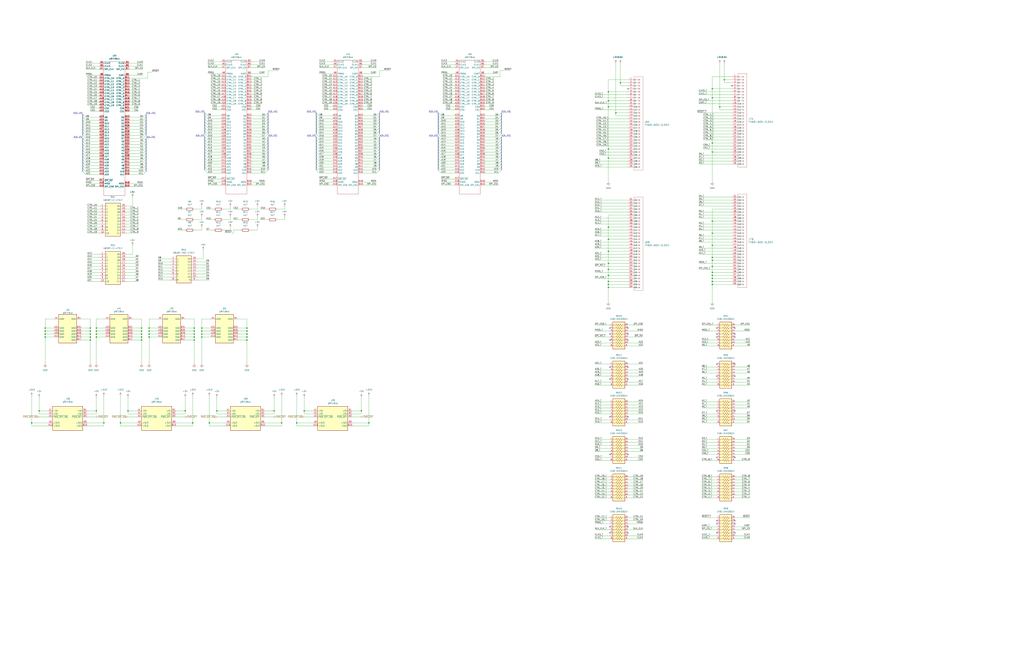
<source format=kicad_sch>
(kicad_sch (version 20250114) (generator "eeschema") (generator_version "9.0")
  (paper "D")
  (lib_symbols
    (symbol "2026-01-31_22-05-17:FH69-60S-0.5SH" (pin_names (offset 0.254))
      (property "Reference" "J" (at 8.89 6.35 0))
      (property "Value" "FH69-60S-0.5SH" (at 0 0 0))
      (symbol "FH69-60S-0.5SH_1_1"
        (pin unspecified line (at 0 0 0) (length 5.08) (name "1") (number "1"))
        (pin unspecified line (at 0 -2.54 0) (length 5.08) (name "2") (number "2"))
        (pin unspecified line (at 0 -5.08 0) (length 5.08) (name "3") (number "3"))
        (pin unspecified line (at 0 -7.62 0) (length 5.08) (name "4") (number "4"))
        (pin unspecified line (at 0 -10.16 0) (length 5.08) (name "5") (number "5"))
        (pin unspecified line (at 0 -12.7 0) (length 5.08) (name "6") (number "6"))
        (pin unspecified line (at 0 -15.24 0) (length 5.08) (name "7") (number "7"))
        (pin unspecified line (at 0 -17.78 0) (length 5.08) (name "8") (number "8"))
        (pin unspecified line (at 0 -20.32 0) (length 5.08) (name "9") (number "9"))
        (pin unspecified line (at 0 -22.86 0) (length 5.08) (name "10") (number "10"))
        (pin unspecified line (at 0 -25.4 0) (length 5.08) (name "11") (number "11"))
        (pin unspecified line (at 0 -27.94 0) (length 5.08) (name "12") (number "12"))
        (pin unspecified line (at 0 -30.48 0) (length 5.08) (name "13") (number "13"))
        (pin unspecified line (at 0 -33.02 0) (length 5.08) (name "14") (number "14"))
        (pin unspecified line (at 0 -35.56 0) (length 5.08) (name "15") (number "15"))
        (pin unspecified line (at 0 -38.1 0) (length 5.08) (name "16") (number "16"))
        (pin unspecified line (at 0 -40.64 0) (length 5.08) (name "17") (number "17"))
        (pin unspecified line (at 0 -43.18 0) (length 5.08) (name "18") (number "18"))
        (pin unspecified line (at 0 -45.72 0) (length 5.08) (name "19") (number "19"))
        (pin unspecified line (at 0 -48.26 0) (length 5.08) (name "20") (number "20"))
        (pin unspecified line (at 0 -50.8 0) (length 5.08) (name "21") (number "21"))
        (pin unspecified line (at 0 -53.34 0) (length 5.08) (name "22") (number "22"))
        (pin unspecified line (at 0 -55.88 0) (length 5.08) (name "23") (number "23"))
        (pin unspecified line (at 0 -58.42 0) (length 5.08) (name "24") (number "24"))
        (pin unspecified line (at 0 -60.96 0) (length 5.08) (name "25") (number "25"))
        (pin unspecified line (at 0 -63.5 0) (length 5.08) (name "26") (number "26"))
        (pin unspecified line (at 0 -66.04 0) (length 5.08) (name "27") (number "27"))
        (pin unspecified line (at 0 -68.58 0) (length 5.08) (name "28") (number "28"))
        (pin unspecified line (at 0 -71.12 0) (length 5.08) (name "29") (number "29"))
        (pin unspecified line (at 0 -73.66 0) (length 5.08) (name "30") (number "30"))
      )
      (symbol "FH69-60S-0.5SH_1_2"
        (pin unspecified line (at 0 0 0) (length 5.08) (name "1") (number "1"))
        (pin unspecified line (at 0 -2.54 0) (length 5.08) (name "2") (number "2"))
        (pin unspecified line (at 0 -5.08 0) (length 5.08) (name "3") (number "3"))
        (pin unspecified line (at 0 -7.62 0) (length 5.08) (name "4") (number "4"))
        (pin unspecified line (at 0 -10.16 0) (length 5.08) (name "5") (number "5"))
        (pin unspecified line (at 0 -12.7 0) (length 5.08) (name "6") (number "6"))
        (pin unspecified line (at 0 -15.24 0) (length 5.08) (name "7") (number "7"))
        (pin unspecified line (at 0 -17.78 0) (length 5.08) (name "8") (number "8"))
        (pin unspecified line (at 0 -20.32 0) (length 5.08) (name "9") (number "9"))
        (pin unspecified line (at 0 -22.86 0) (length 5.08) (name "10") (number "10"))
        (pin unspecified line (at 0 -25.4 0) (length 5.08) (name "11") (number "11"))
        (pin unspecified line (at 0 -27.94 0) (length 5.08) (name "12") (number "12"))
        (pin unspecified line (at 0 -30.48 0) (length 5.08) (name "13") (number "13"))
        (pin unspecified line (at 0 -33.02 0) (length 5.08) (name "14") (number "14"))
        (pin unspecified line (at 0 -35.56 0) (length 5.08) (name "15") (number "15"))
        (pin unspecified line (at 0 -38.1 0) (length 5.08) (name "16") (number "16"))
        (pin unspecified line (at 0 -40.64 0) (length 5.08) (name "17") (number "17"))
        (pin unspecified line (at 0 -43.18 0) (length 5.08) (name "18") (number "18"))
        (pin unspecified line (at 0 -45.72 0) (length 5.08) (name "19") (number "19"))
        (pin unspecified line (at 0 -48.26 0) (length 5.08) (name "20") (number "20"))
        (pin unspecified line (at 0 -50.8 0) (length 5.08) (name "21") (number "21"))
        (pin unspecified line (at 0 -53.34 0) (length 5.08) (name "22") (number "22"))
        (pin unspecified line (at 0 -55.88 0) (length 5.08) (name "23") (number "23"))
        (pin unspecified line (at 0 -58.42 0) (length 5.08) (name "24") (number "24"))
        (pin unspecified line (at 0 -60.96 0) (length 5.08) (name "25") (number "25"))
        (pin unspecified line (at 0 -63.5 0) (length 5.08) (name "26") (number "26"))
        (pin unspecified line (at 0 -66.04 0) (length 5.08) (name "27") (number "27"))
        (pin unspecified line (at 0 -68.58 0) (length 5.08) (name "28") (number "28"))
        (pin unspecified line (at 0 -71.12 0) (length 5.08) (name "29") (number "29"))
        (pin unspecified line (at 0 -73.66 0) (length 5.08) (name "30") (number "30"))
      )
      (symbol "FH69-60S-0.5SH_2_1"
        (pin unspecified line (at 0 0 0) (length 5.08) (name "31") (number "31"))
        (pin unspecified line (at 0 -2.54 0) (length 5.08) (name "32") (number "32"))
        (pin unspecified line (at 0 -5.08 0) (length 5.08) (name "33") (number "33"))
        (pin unspecified line (at 0 -7.62 0) (length 5.08) (name "34") (number "34"))
        (pin unspecified line (at 0 -10.16 0) (length 5.08) (name "35") (number "35"))
        (pin unspecified line (at 0 -12.7 0) (length 5.08) (name "36") (number "36"))
        (pin unspecified line (at 0 -15.24 0) (length 5.08) (name "37") (number "37"))
        (pin unspecified line (at 0 -17.78 0) (length 5.08) (name "38") (number "38"))
        (pin unspecified line (at 0 -20.32 0) (length 5.08) (name "39") (number "39"))
        (pin unspecified line (at 0 -22.86 0) (length 5.08) (name "40") (number "40"))
        (pin unspecified line (at 0 -25.4 0) (length 5.08) (name "41") (number "41"))
        (pin unspecified line (at 0 -27.94 0) (length 5.08) (name "42") (number "42"))
        (pin unspecified line (at 0 -30.48 0) (length 5.08) (name "43") (number "43"))
        (pin unspecified line (at 0 -33.02 0) (length 5.08) (name "44") (number "44"))
        (pin unspecified line (at 0 -35.56 0) (length 5.08) (name "45") (number "45"))
        (pin unspecified line (at 0 -38.1 0) (length 5.08) (name "46") (number "46"))
        (pin unspecified line (at 0 -40.64 0) (length 5.08) (name "47") (number "47"))
        (pin unspecified line (at 0 -43.18 0) (length 5.08) (name "48") (number "48"))
        (pin unspecified line (at 0 -45.72 0) (length 5.08) (name "49") (number "49"))
        (pin unspecified line (at 0 -48.26 0) (length 5.08) (name "50") (number "50"))
        (pin unspecified line (at 0 -50.8 0) (length 5.08) (name "51") (number "51"))
        (pin unspecified line (at 0 -53.34 0) (length 5.08) (name "52") (number "52"))
        (pin unspecified line (at 0 -55.88 0) (length 5.08) (name "53") (number "53"))
        (pin unspecified line (at 0 -58.42 0) (length 5.08) (name "54") (number "54"))
        (pin unspecified line (at 0 -60.96 0) (length 5.08) (name "55") (number "55"))
        (pin unspecified line (at 0 -63.5 0) (length 5.08) (name "56") (number "56"))
        (pin unspecified line (at 0 -66.04 0) (length 5.08) (name "57") (number "57"))
        (pin unspecified line (at 0 -68.58 0) (length 5.08) (name "58") (number "58"))
        (pin unspecified line (at 0 -71.12 0) (length 5.08) (name "59") (number "59"))
        (pin unspecified line (at 0 -73.66 0) (length 5.08) (name "60") (number "60"))
      )
      (symbol "FH69-60S-0.5SH_2_2"
        (pin unspecified line (at 0 0 0) (length 5.08) (name "31") (number "31"))
        (pin unspecified line (at 0 -2.54 0) (length 5.08) (name "32") (number "32"))
        (pin unspecified line (at 0 -5.08 0) (length 5.08) (name "33") (number "33"))
        (pin unspecified line (at 0 -7.62 0) (length 5.08) (name "34") (number "34"))
        (pin unspecified line (at 0 -10.16 0) (length 5.08) (name "35") (number "35"))
        (pin unspecified line (at 0 -12.7 0) (length 5.08) (name "36") (number "36"))
        (pin unspecified line (at 0 -15.24 0) (length 5.08) (name "37") (number "37"))
        (pin unspecified line (at 0 -17.78 0) (length 5.08) (name "38") (number "38"))
        (pin unspecified line (at 0 -20.32 0) (length 5.08) (name "39") (number "39"))
        (pin unspecified line (at 0 -22.86 0) (length 5.08) (name "40") (number "40"))
        (pin unspecified line (at 0 -25.4 0) (length 5.08) (name "41") (number "41"))
        (pin unspecified line (at 0 -27.94 0) (length 5.08) (name "42") (number "42"))
        (pin unspecified line (at 0 -30.48 0) (length 5.08) (name "43") (number "43"))
        (pin unspecified line (at 0 -33.02 0) (length 5.08) (name "44") (number "44"))
        (pin unspecified line (at 0 -35.56 0) (length 5.08) (name "45") (number "45"))
        (pin unspecified line (at 0 -38.1 0) (length 5.08) (name "46") (number "46"))
        (pin unspecified line (at 0 -40.64 0) (length 5.08) (name "47") (number "47"))
        (pin unspecified line (at 0 -43.18 0) (length 5.08) (name "48") (number "48"))
        (pin unspecified line (at 0 -45.72 0) (length 5.08) (name "49") (number "49"))
        (pin unspecified line (at 0 -48.26 0) (length 5.08) (name "50") (number "50"))
        (pin unspecified line (at 0 -50.8 0) (length 5.08) (name "51") (number "51"))
        (pin unspecified line (at 0 -53.34 0) (length 5.08) (name "52") (number "52"))
        (pin unspecified line (at 0 -55.88 0) (length 5.08) (name "53") (number "53"))
        (pin unspecified line (at 0 -58.42 0) (length 5.08) (name "54") (number "54"))
        (pin unspecified line (at 0 -60.96 0) (length 5.08) (name "55") (number "55"))
        (pin unspecified line (at 0 -63.5 0) (length 5.08) (name "56") (number "56"))
        (pin unspecified line (at 0 -66.04 0) (length 5.08) (name "57") (number "57"))
        (pin unspecified line (at 0 -68.58 0) (length 5.08) (name "58") (number "58"))
        (pin unspecified line (at 0 -71.12 0) (length 5.08) (name "59") (number "59"))
        (pin unspecified line (at 0 -73.66 0) (length 5.08) (name "60") (number "60"))
      )
    )
    (symbol "4816P-T02-472LF:4816P-T02-472LF"
      (property "Reference" "RN" (at 19.05 7.62 0))
      (property "Value" "4816P-T02-472LF" (at 19.05 5.08 0))
      (symbol "4816P-T02-472LF_1_1"
        (pin passive line (at 0 0 0) (length 5.08) (name "1") (number "1"))
        (pin passive line (at 0 -2.54 0) (length 5.08) (name "2") (number "2"))
        (pin passive line (at 0 -5.08 0) (length 5.08) (name "3") (number "3"))
        (pin passive line (at 0 -7.62 0) (length 5.08) (name "4") (number "4"))
        (pin passive line (at 0 -10.16 0) (length 5.08) (name "5") (number "5"))
        (pin passive line (at 0 -12.7 0) (length 5.08) (name "6") (number "6"))
        (pin passive line (at 0 -15.24 0) (length 5.08) (name "7") (number "7"))
        (pin passive line (at 0 -17.78 0) (length 5.08) (name "8") (number "8"))
        (pin passive line (at 22.86 0 180) (length 5.08) (name "16") (number "16"))
        (pin passive line (at 22.86 -2.54 180) (length 5.08) (name "15") (number "15"))
        (pin passive line (at 22.86 -5.08 180) (length 5.08) (name "14") (number "14"))
        (pin passive line (at 22.86 -7.62 180) (length 5.08) (name "13") (number "13"))
        (pin passive line (at 22.86 -10.16 180) (length 5.08) (name "12") (number "12"))
        (pin passive line (at 22.86 -12.7 180) (length 5.08) (name "11") (number "11"))
        (pin passive line (at 22.86 -15.24 180) (length 5.08) (name "10") (number "10"))
        (pin passive line (at 22.86 -17.78 180) (length 5.08) (name "9") (number "9"))
      )
    )
    (symbol "4820P-2-472LF:4820P-2-472LF"
      (property "Reference" "RN" (at 19.05 7.62 0))
      (property "Value" "4820P-2-472LF" (at 19.05 5.08 0))
      (symbol "4820P-2-472LF_1_1"
        (pin passive line (at 0 0 0) (length 5.08) (name "1") (number "1"))
        (pin passive line (at 0 -2.54 0) (length 5.08) (name "2") (number "2"))
        (pin passive line (at 0 -5.08 0) (length 5.08) (name "3") (number "3"))
        (pin passive line (at 0 -7.62 0) (length 5.08) (name "4") (number "4"))
        (pin passive line (at 0 -10.16 0) (length 5.08) (name "5") (number "5"))
        (pin passive line (at 0 -12.7 0) (length 5.08) (name "6") (number "6"))
        (pin passive line (at 0 -15.24 0) (length 5.08) (name "7") (number "7"))
        (pin passive line (at 0 -17.78 0) (length 5.08) (name "8") (number "8"))
        (pin passive line (at 0 -20.32 0) (length 5.08) (name "9") (number "9"))
        (pin passive line (at 0 -22.86 0) (length 5.08) (name "10") (number "10"))
        (pin passive line (at 22.86 0 180) (length 5.08) (name "20") (number "20"))
        (pin passive line (at 22.86 -2.54 180) (length 5.08) (name "19") (number "19"))
        (pin passive line (at 22.86 -5.08 180) (length 5.08) (name "18") (number "18"))
        (pin passive line (at 22.86 -7.62 180) (length 5.08) (name "17") (number "17"))
        (pin passive line (at 22.86 -10.16 180) (length 5.08) (name "16") (number "16"))
        (pin passive line (at 22.86 -12.7 180) (length 5.08) (name "15") (number "15"))
        (pin passive line (at 22.86 -15.24 180) (length 5.08) (name "14") (number "14"))
        (pin passive line (at 22.86 -17.78 180) (length 5.08) (name "13") (number "13"))
        (pin passive line (at 22.86 -20.32 180) (length 5.08) (name "12") (number "12"))
        (pin passive line (at 22.86 -22.86 180) (length 5.08) (name "11") (number "11"))
      )
    )
    (symbol "Device:R" (pin_numbers (hide yes)) (pin_names (offset 0))
      (property "Reference" "R" (at 2.032 0 90))
      (property "Value" "R" (at 0 0 90))
      (symbol "R_1_1"
        (pin passive line (at 0 3.81 270) (length 1.27) (name "~") (number "1"))
        (pin passive line (at 0 -3.81 90) (length 1.27) (name "~") (number "2"))
      )
    )
    (symbol "EXB-2HV330JV:EXB-2HV330JV" (pin_names (offset 1.016))
      (property "Reference" "RN" (at -5.08 10.922 0))
      (property "Value" "EXB-2HV330JV" (at -5.08 -15.24 0))
      (symbol "EXB-2HV330JV_0_0"
        (pin passive line (at -7.62 7.62 0) (length 2.54) (name "~") (number "1"))
        (pin passive line (at -7.62 5.08 0) (length 2.54) (name "~") (number "2"))
        (pin passive line (at -7.62 2.54 0) (length 2.54) (name "~") (number "3"))
        (pin passive line (at -7.62 0 0) (length 2.54) (name "~") (number "4"))
        (pin passive line (at -7.62 -2.54 0) (length 2.54) (name "~") (number "5"))
        (pin passive line (at -7.62 -5.08 0) (length 2.54) (name "~") (number "6"))
        (pin passive line (at -7.62 -7.62 0) (length 2.54) (name "~") (number "7"))
        (pin passive line (at -7.62 -10.16 0) (length 2.54) (name "~") (number "8"))
        (pin passive line (at 7.62 7.62 180) (length 2.54) (name "~") (number "16"))
        (pin passive line (at 7.62 5.08 180) (length 2.54) (name "~") (number "15"))
        (pin passive line (at 7.62 2.54 180) (length 2.54) (name "~") (number "14"))
        (pin passive line (at 7.62 0 180) (length 2.54) (name "~") (number "13"))
        (pin passive line (at 7.62 -2.54 180) (length 2.54) (name "~") (number "12"))
        (pin passive line (at 7.62 -5.08 180) (length 2.54) (name "~") (number "11"))
        (pin passive line (at 7.62 -7.62 180) (length 2.54) (name "~") (number "10"))
        (pin passive line (at 7.62 -10.16 180) (length 2.54) (name "~") (number "9"))
      )
    )
    (symbol "pBITz:pBITzBus"
      (property "Reference" "J" (at -12.954 42.926 0))
      (property "Value" "pBITzBus" (at 8.382 43.434 0))
      (symbol "pBITzBus_1_0"
        (pin passive line (at -12.7 40.64 0) (length 3.81) (name "CLK3") (number "A5"))
        (pin passive line (at -12.7 38.1 0) (length 3.81) (name "CLK4") (number "A6"))
        (pin passive line (at -12.7 35.56 0) (length 3.81) (name "CLK5") (number "A7"))
        (pin passive line (at -12.7 30.48 0) (length 3.81) (name "PROG") (number "A8"))
        (pin passive line (at -12.7 27.94 0) (length 3.81) (name "CTRL_10") (number "A11"))
        (pin passive line (at -12.7 25.4 0) (length 3.81) (name "CTRL_11") (number "A12"))
        (pin passive line (at -12.7 22.86 0) (length 3.81) (name "CTRL_12") (number "A13"))
        (pin passive line (at -12.7 20.32 0) (length 3.81) (name "CTRL_13") (number "A14"))
        (pin passive line (at -12.7 17.78 0) (length 3.81) (name "CTRL_14") (number "A15"))
        (pin passive line (at -12.7 15.24 0) (length 3.81) (name "CTRL_15") (number "A16"))
        (pin passive line (at -12.7 12.7 0) (length 3.81) (name "CTRL_16") (number "A17"))
        (pin passive line (at -12.7 10.16 0) (length 3.81) (name "CTRL_17") (number "A18"))
        (pin passive line (at -12.7 7.62 0) (length 3.81) (name "CTRL_18") (number "A19"))
        (pin passive line (at -12.7 5.08 0) (length 3.81) (name "CTRL_19") (number "A20"))
        (pin passive line (at -12.7 2.54 0) (length 3.81) (name "CS2") (number "A21"))
        (pin passive line (at -12.7 0 0) (length 3.81) (name "CS3") (number "A22"))
        (pin passive line (at -12.7 -5.08 0) (length 3.81) (name "D8") (number "A23"))
        (pin passive line (at -12.7 -7.62 0) (length 3.81) (name "D9") (number "A24"))
        (pin passive line (at -12.7 -10.16 0) (length 3.81) (name "D10") (number "A25"))
        (pin passive line (at -12.7 -12.7 0) (length 3.81) (name "D11") (number "A26"))
        (pin passive line (at -12.7 -15.24 0) (length 3.81) (name "D12") (number "A27"))
        (pin passive line (at -12.7 -17.78 0) (length 3.81) (name "D13") (number "A28"))
        (pin passive line (at -12.7 -20.32 0) (length 3.81) (name "D14") (number "A29"))
        (pin passive line (at -12.7 -22.86 0) (length 3.81) (name "D15") (number "A30"))
        (pin passive line (at -12.7 -25.4 0) (length 3.81) (name "A12") (number "A32"))
        (pin passive line (at -12.7 -27.94 0) (length 3.81) (name "A13") (number "A33"))
        (pin passive line (at -12.7 -30.48 0) (length 3.81) (name "A14") (number "A34"))
        (pin passive line (at -12.7 -33.02 0) (length 3.81) (name "A15") (number "A36"))
        (pin passive line (at -12.7 -35.56 0) (length 3.81) (name "A16") (number "A37"))
        (pin passive line (at -12.7 -38.1 0) (length 3.81) (name "A17") (number "A38"))
        (pin passive line (at -12.7 -40.64 0) (length 3.81) (name "A18") (number "A40"))
        (pin passive line (at -12.7 -43.18 0) (length 3.81) (name "A19") (number "A41"))
        (pin passive line (at -12.7 -45.72 0) (length 3.81) (name "A20") (number "A42"))
        (pin passive line (at -12.7 -48.26 0) (length 3.81) (name "A21") (number "A44"))
        (pin passive line (at -12.7 -50.8 0) (length 3.81) (name "A22") (number "A45"))
        (pin passive line (at -12.7 -53.34 0) (length 3.81) (name "A23") (number "A46"))
        (pin passive line (at 12.7 40.64 180) (length 3.81) (name "CLK0") (number "B5"))
        (pin passive line (at 12.7 38.1 180) (length 3.81) (name "CLK1") (number "B6"))
        (pin passive line (at 12.7 35.56 180) (length 3.81) (name "CLK2") (number "B7"))
        (pin passive line (at 12.7 30.48 180) (length 3.81) (name "CART") (number "B8"))
        (pin passive line (at 12.7 27.94 180) (length 3.81) (name "CTRL_0") (number "B11"))
        (pin passive line (at 12.7 25.4 180) (length 3.81) (name "CTRL_1") (number "B12"))
        (pin passive line (at 12.7 22.86 180) (length 3.81) (name "CTRL_2") (number "B13"))
        (pin passive line (at 12.7 20.32 180) (length 3.81) (name "CTRL_3") (number "B14"))
        (pin passive line (at 12.7 17.78 180) (length 3.81) (name "CTRL_4") (number "B15"))
        (pin passive line (at 12.7 15.24 180) (length 3.81) (name "CTRL_5") (number "B16"))
        (pin passive line (at 12.7 12.7 180) (length 3.81) (name "CTRL_6") (number "B17"))
        (pin passive line (at 12.7 10.16 180) (length 3.81) (name "CTRL_7") (number "B18"))
        (pin passive line (at 12.7 7.62 180) (length 3.81) (name "CTRL_8") (number "B19"))
        (pin passive line (at 12.7 5.08 180) (length 3.81) (name "CTRL_9") (number "B20"))
        (pin passive line (at 12.7 2.54 180) (length 3.81) (name "CS0") (number "B21"))
        (pin passive line (at 12.7 0 180) (length 3.81) (name "CS1") (number "B22"))
        (pin passive line (at 12.7 -5.08 180) (length 3.81) (name "D0") (number "B23"))
        (pin passive line (at 12.7 -7.62 180) (length 3.81) (name "D1") (number "B24"))
        (pin passive line (at 12.7 -10.16 180) (length 3.81) (name "D2") (number "B25"))
        (pin passive line (at 12.7 -12.7 180) (length 3.81) (name "D3") (number "B26"))
        (pin passive line (at 12.7 -15.24 180) (length 3.81) (name "D4") (number "B27"))
        (pin passive line (at 12.7 -17.78 180) (length 3.81) (name "D5") (number "B28"))
        (pin passive line (at 12.7 -20.32 180) (length 3.81) (name "D6") (number "B29"))
        (pin passive line (at 12.7 -22.86 180) (length 3.81) (name "D7") (number "B30"))
        (pin passive line (at 12.7 -25.4 180) (length 3.81) (name "A0") (number "B32"))
        (pin passive line (at 12.7 -27.94 180) (length 3.81) (name "A1") (number "B33"))
        (pin passive line (at 12.7 -30.48 180) (length 3.81) (name "A2") (number "B34"))
        (pin passive line (at 12.7 -33.02 180) (length 3.81) (name "A3") (number "B36"))
        (pin passive line (at 12.7 -35.56 180) (length 3.81) (name "A4") (number "B37"))
        (pin passive line (at 12.7 -38.1 180) (length 3.81) (name "A5") (number "B38"))
        (pin passive line (at 12.7 -40.64 180) (length 3.81) (name "A6") (number "B40"))
        (pin passive line (at 12.7 -43.18 180) (length 3.81) (name "A7") (number "B41"))
        (pin passive line (at 12.7 -45.72 180) (length 3.81) (name "A8") (number "B42"))
        (pin passive line (at 12.7 -48.26 180) (length 3.81) (name "A9") (number "B44"))
        (pin passive line (at 12.7 -50.8 180) (length 3.81) (name "A10") (number "B45"))
        (pin passive line (at 12.7 -53.34 180) (length 3.81) (name "A11") (number "B46"))
      )
      (symbol "pBITzBus_2_0"
        (pin passive line (at -16.51 38.1 0) (length 3.81) (name "+5V") (number "A1"))
        (pin passive line (at -16.51 35.56 0) (length 3.81) (name "+5V") (number "A2"))
        (pin passive line (at -16.51 33.02 0) (length 3.81) (name "~{PWR_OFF_RQ}") (number "A3"))
        (pin passive line (at -16.51 27.94 0) (length 3.81) (name "+3V3") (number "A9"))
        (pin passive line (at -16.51 25.4 0) (length 3.81) (name "+3V3") (number "A10"))
        (pin passive line (at 16.51 38.1 180) (length 3.81) (name "+5V") (number "B1"))
        (pin passive line (at 16.51 35.56 180) (length 3.81) (name "+5V") (number "B2"))
        (pin passive line (at 16.51 33.02 180) (length 3.81) (name "~{PWR_OFF}") (number "B3"))
        (pin passive line (at 16.51 27.94 180) (length 3.81) (name "+3V3") (number "B9"))
        (pin passive line (at 16.51 25.4 180) (length 3.81) (name "+3V3") (number "B10"))
      )
      (symbol "pBITzBus_3_0"
        (pin passive line (at -11.43 39.37 0) (length 3.81) (name "GND") (number "A4"))
        (pin passive line (at -11.43 31.75 0) (length 3.81) (name "GND") (number "A31"))
        (pin passive line (at -11.43 29.21 0) (length 3.81) (name "GND") (number "A35"))
        (pin passive line (at -11.43 26.67 0) (length 3.81) (name "GND") (number "A39"))
        (pin passive line (at -11.43 24.13 0) (length 3.81) (name "GND") (number "A43"))
        (pin passive line (at -11.43 21.59 0) (length 3.81) (name "GND") (number "A47"))
        (pin passive line (at -11.43 19.05 0) (length 3.81) (name "GND") (number "A48"))
        (pin passive line (at -11.43 16.51 0) (length 3.81) (name "GND") (number "A49"))
        (pin passive line (at 11.43 39.37 180) (length 3.81) (name "GND") (number "B4"))
        (pin passive line (at 11.43 31.75 180) (length 3.81) (name "GND") (number "B31"))
        (pin passive line (at 11.43 29.21 180) (length 3.81) (name "GND") (number "B35"))
        (pin passive line (at 11.43 26.67 180) (length 3.81) (name "GND") (number "B39"))
        (pin passive line (at 11.43 24.13 180) (length 3.81) (name "GND") (number "B43"))
        (pin passive line (at 11.43 21.59 180) (length 3.81) (name "GND") (number "B47"))
        (pin passive line (at 11.43 19.05 180) (length 3.81) (name "GND") (number "B48"))
        (pin passive line (at 11.43 16.51 180) (length 3.81) (name "GND") (number "B49"))
      )
    )
    (symbol "pBITzBus_1"
      (property "Reference" "J" (at -6.604 44.958 0))
      (property "Value" "pBITzBus" (at 5.588 45.212 0))
      (symbol "pBITzBus_1_1_0"
        (pin passive line (at -12.7 40.64 0) (length 3.81) (name "CLK2") (number "A5"))
        (pin passive line (at -12.7 38.1 0) (length 3.81) (name "CLK3") (number "A6"))
        (pin passive line (at -12.7 35.56 0) (length 3.81) (name "SPI_CLK") (number "A7"))
        (pin passive line (at -12.7 30.48 0) (length 3.81) (name "PROG") (number "A8"))
        (pin passive line (at -12.7 27.94 0) (length 3.81) (name "CTRL_10") (number "A11"))
        (pin passive line (at -12.7 25.4 0) (length 3.81) (name "CTRL_11") (number "A12"))
        (pin passive line (at -12.7 22.86 0) (length 3.81) (name "CTRL_12") (number "A13"))
        (pin passive line (at -12.7 20.32 0) (length 3.81) (name "CTRL_13") (number "A14"))
        (pin passive line (at -12.7 17.78 0) (length 3.81) (name "CTRL_14") (number "A15"))
        (pin passive line (at -12.7 15.24 0) (length 3.81) (name "CTRL_15") (number "A16"))
        (pin passive line (at -12.7 12.7 0) (length 3.81) (name "CTRL_16") (number "A17"))
        (pin passive line (at -12.7 10.16 0) (length 3.81) (name "CTRL_17") (number "A18"))
        (pin passive line (at -12.7 7.62 0) (length 3.81) (name "CTRL_18") (number "A19"))
        (pin passive line (at -12.7 5.08 0) (length 3.81) (name "CTRL_19") (number "A20"))
        (pin passive line (at -12.7 2.54 0) (length 3.81) (name "CS2") (number "A21"))
        (pin passive line (at -12.7 0 0) (length 3.81) (name "CS3") (number "A22"))
        (pin passive line (at -12.7 -5.08 0) (length 3.81) (name "D8") (number "A23"))
        (pin passive line (at -12.7 -7.62 0) (length 3.81) (name "D9") (number "A24"))
        (pin passive line (at -12.7 -10.16 0) (length 3.81) (name "D10") (number "A25"))
        (pin passive line (at -12.7 -12.7 0) (length 3.81) (name "D11") (number "A26"))
        (pin passive line (at -12.7 -15.24 0) (length 3.81) (name "D12") (number "A27"))
        (pin passive line (at -12.7 -17.78 0) (length 3.81) (name "D13") (number "A28"))
        (pin passive line (at -12.7 -20.32 0) (length 3.81) (name "D14") (number "A29"))
        (pin passive line (at -12.7 -22.86 0) (length 3.81) (name "D15") (number "A30"))
        (pin passive line (at -12.7 -25.4 0) (length 3.81) (name "A12") (number "A32"))
        (pin passive line (at -12.7 -27.94 0) (length 3.81) (name "A13") (number "A33"))
        (pin passive line (at -12.7 -30.48 0) (length 3.81) (name "A14") (number "A34"))
        (pin passive line (at -12.7 -33.02 0) (length 3.81) (name "A15") (number "A36"))
        (pin passive line (at -12.7 -35.56 0) (length 3.81) (name "A16") (number "A37"))
        (pin passive line (at -12.7 -38.1 0) (length 3.81) (name "A17") (number "A38"))
        (pin passive line (at -12.7 -40.64 0) (length 3.81) (name "A18") (number "A40"))
        (pin passive line (at -12.7 -43.18 0) (length 3.81) (name "A19") (number "A41"))
        (pin passive line (at -12.7 -45.72 0) (length 3.81) (name "A20") (number "A42"))
        (pin passive line (at -12.7 -48.26 0) (length 3.81) (name "A21") (number "A44"))
        (pin passive line (at -12.7 -50.8 0) (length 3.81) (name "A22") (number "A45"))
        (pin passive line (at -12.7 -53.34 0) (length 3.81) (name "A23") (number "A46"))
        (pin passive line (at -12.7 -58.42 0) (length 3.81) (name "~{SPI_INT}") (number "A47"))
        (pin passive line (at -12.7 -60.96 0) (length 3.81) (name "MISO") (number "A48"))
        (pin passive line (at -12.7 -63.5 0) (length 3.81) (name "SPI_CS0") (number "A49"))
        (pin passive line (at 12.7 40.64 180) (length 3.81) (name "CLK0") (number "B5"))
        (pin passive line (at 12.7 38.1 180) (length 3.81) (name "CLK1") (number "B6"))
        (pin passive line (at 12.7 35.56 180) (length 3.81) (name "SPI_CD") (number "B7"))
        (pin passive line (at 12.7 30.48 180) (length 3.81) (name "CART") (number "B8"))
        (pin passive line (at 12.7 27.94 180) (length 3.81) (name "CTRL_0") (number "B11"))
        (pin passive line (at 12.7 25.4 180) (length 3.81) (name "CTRL_1") (number "B12"))
        (pin passive line (at 12.7 22.86 180) (length 3.81) (name "CTRL_2") (number "B13"))
        (pin passive line (at 12.7 20.32 180) (length 3.81) (name "CTRL_3") (number "B14"))
        (pin passive line (at 12.7 17.78 180) (length 3.81) (name "CTRL_4") (number "B15"))
        (pin passive line (at 12.7 15.24 180) (length 3.81) (name "CTRL_5") (number "B16"))
        (pin passive line (at 12.7 12.7 180) (length 3.81) (name "CTRL_6") (number "B17"))
        (pin passive line (at 12.7 10.16 180) (length 3.81) (name "CTRL_7") (number "B18"))
        (pin passive line (at 12.7 7.62 180) (length 3.81) (name "CTRL_8") (number "B19"))
        (pin passive line (at 12.7 5.08 180) (length 3.81) (name "CTRL_9") (number "B20"))
        (pin passive line (at 12.7 2.54 180) (length 3.81) (name "CS0") (number "B21"))
        (pin passive line (at 12.7 0 180) (length 3.81) (name "CS1") (number "B22"))
        (pin passive line (at 12.7 -5.08 180) (length 3.81) (name "D0") (number "B23"))
        (pin passive line (at 12.7 -7.62 180) (length 3.81) (name "D1") (number "B24"))
        (pin passive line (at 12.7 -10.16 180) (length 3.81) (name "D2") (number "B25"))
        (pin passive line (at 12.7 -12.7 180) (length 3.81) (name "D3") (number "B26"))
        (pin passive line (at 12.7 -15.24 180) (length 3.81) (name "D4") (number "B27"))
        (pin passive line (at 12.7 -17.78 180) (length 3.81) (name "D5") (number "B28"))
        (pin passive line (at 12.7 -20.32 180) (length 3.81) (name "D6") (number "B29"))
        (pin passive line (at 12.7 -22.86 180) (length 3.81) (name "D7") (number "B30"))
        (pin passive line (at 12.7 -25.4 180) (length 3.81) (name "A0") (number "B32"))
        (pin passive line (at 12.7 -27.94 180) (length 3.81) (name "A1") (number "B33"))
        (pin passive line (at 12.7 -30.48 180) (length 3.81) (name "A2") (number "B34"))
        (pin passive line (at 12.7 -33.02 180) (length 3.81) (name "A3") (number "B36"))
        (pin passive line (at 12.7 -35.56 180) (length 3.81) (name "A4") (number "B37"))
        (pin passive line (at 12.7 -38.1 180) (length 3.81) (name "A5") (number "B38"))
        (pin passive line (at 12.7 -40.64 180) (length 3.81) (name "A6") (number "B40"))
        (pin passive line (at 12.7 -43.18 180) (length 3.81) (name "A7") (number "B41"))
        (pin passive line (at 12.7 -45.72 180) (length 3.81) (name "A8") (number "B42"))
        (pin passive line (at 12.7 -48.26 180) (length 3.81) (name "A9") (number "B44"))
        (pin passive line (at 12.7 -50.8 180) (length 3.81) (name "A10") (number "B45"))
        (pin passive line (at 12.7 -53.34 180) (length 3.81) (name "A11") (number "B46"))
        (pin passive line (at 12.7 -60.96 180) (length 3.81) (name "MOSI") (number "B48"))
        (pin passive line (at 12.7 -63.5 180) (length 3.81) (name "SPI_CS1") (number "B49"))
      )
      (symbol "pBITzBus_1_2_0"
        (pin passive line (at -16.51 38.1 0) (length 3.81) (name "+5V") (number "A1"))
        (pin passive line (at -16.51 35.56 0) (length 3.81) (name "+5V") (number "A2"))
        (pin passive line (at -16.51 33.02 0) (length 3.81) (name "~{PWR_OFF_RQ}") (number "A3"))
        (pin passive line (at -16.51 27.94 0) (length 3.81) (name "+3V3") (number "A9"))
        (pin passive line (at -16.51 25.4 0) (length 3.81) (name "+3V3") (number "A10"))
        (pin passive line (at 16.51 38.1 180) (length 3.81) (name "+5V") (number "B1"))
        (pin passive line (at 16.51 35.56 180) (length 3.81) (name "+5V") (number "B2"))
        (pin passive line (at 16.51 33.02 180) (length 3.81) (name "~{PWR_OFF}") (number "B3"))
        (pin passive line (at 16.51 27.94 180) (length 3.81) (name "+3V3") (number "B9"))
        (pin passive line (at 16.51 25.4 180) (length 3.81) (name "+3V3") (number "B10"))
      )
      (symbol "pBITzBus_1_3_0"
        (pin passive line (at -11.43 39.37 0) (length 3.81) (name "GND") (number "A4"))
        (pin passive line (at -11.43 31.75 0) (length 3.81) (name "GND") (number "A31"))
        (pin passive line (at -11.43 29.21 0) (length 3.81) (name "GND") (number "A35"))
        (pin passive line (at -11.43 26.67 0) (length 3.81) (name "GND") (number "A39"))
        (pin passive line (at -11.43 24.13 0) (length 3.81) (name "GND") (number "A43"))
        (pin passive line (at 11.43 39.37 180) (length 3.81) (name "GND") (number "B4"))
        (pin passive line (at 11.43 31.75 180) (length 3.81) (name "GND") (number "B31"))
        (pin passive line (at 11.43 29.21 180) (length 3.81) (name "GND") (number "B35"))
        (pin passive line (at 11.43 26.67 180) (length 3.81) (name "GND") (number "B39"))
        (pin passive line (at 11.43 24.13 180) (length 3.81) (name "GND") (number "B43"))
        (pin passive line (at 11.43 21.59 180) (length 3.81) (name "GND") (number "B47"))
      )
    )
    (symbol "pBITzBus_2"
      (property "Reference" "J" (at -6.604 44.958 0))
      (property "Value" "pBITzBus" (at 5.588 45.212 0))
      (symbol "pBITzBus_2_1_0"
        (pin passive line (at -12.7 40.64 0) (length 3.81) (name "CLK2") (number "A5"))
        (pin passive line (at -12.7 38.1 0) (length 3.81) (name "CLK3") (number "A6"))
        (pin passive line (at -12.7 35.56 0) (length 3.81) (name "SPI_CLK") (number "A7"))
        (pin passive line (at -12.7 30.48 0) (length 3.81) (name "PROG") (number "A8"))
        (pin passive line (at -12.7 27.94 0) (length 3.81) (name "CTRL_10") (number "A11"))
        (pin passive line (at -12.7 25.4 0) (length 3.81) (name "CTRL_11") (number "A12"))
        (pin passive line (at -12.7 22.86 0) (length 3.81) (name "CTRL_12") (number "A13"))
        (pin passive line (at -12.7 20.32 0) (length 3.81) (name "CTRL_13") (number "A14"))
        (pin passive line (at -12.7 17.78 0) (length 3.81) (name "CTRL_14") (number "A15"))
        (pin passive line (at -12.7 15.24 0) (length 3.81) (name "CTRL_15") (number "A16"))
        (pin passive line (at -12.7 12.7 0) (length 3.81) (name "CTRL_16") (number "A17"))
        (pin passive line (at -12.7 10.16 0) (length 3.81) (name "CTRL_17") (number "A18"))
        (pin passive line (at -12.7 7.62 0) (length 3.81) (name "CTRL_18") (number "A19"))
        (pin passive line (at -12.7 5.08 0) (length 3.81) (name "CTRL_19") (number "A20"))
        (pin passive line (at -12.7 2.54 0) (length 3.81) (name "CS2") (number "A21"))
        (pin passive line (at -12.7 0 0) (length 3.81) (name "CS3") (number "A22"))
        (pin passive line (at -12.7 -5.08 0) (length 3.81) (name "D8") (number "A23"))
        (pin passive line (at -12.7 -7.62 0) (length 3.81) (name "D9") (number "A24"))
        (pin passive line (at -12.7 -10.16 0) (length 3.81) (name "D10") (number "A25"))
        (pin passive line (at -12.7 -12.7 0) (length 3.81) (name "D11") (number "A26"))
        (pin passive line (at -12.7 -15.24 0) (length 3.81) (name "D12") (number "A27"))
        (pin passive line (at -12.7 -17.78 0) (length 3.81) (name "D13") (number "A28"))
        (pin passive line (at -12.7 -20.32 0) (length 3.81) (name "D14") (number "A29"))
        (pin passive line (at -12.7 -22.86 0) (length 3.81) (name "D15") (number "A30"))
        (pin passive line (at -12.7 -25.4 0) (length 3.81) (name "A12") (number "A32"))
        (pin passive line (at -12.7 -27.94 0) (length 3.81) (name "A13") (number "A33"))
        (pin passive line (at -12.7 -30.48 0) (length 3.81) (name "A14") (number "A34"))
        (pin passive line (at -12.7 -33.02 0) (length 3.81) (name "A15") (number "A36"))
        (pin passive line (at -12.7 -35.56 0) (length 3.81) (name "A16") (number "A37"))
        (pin passive line (at -12.7 -38.1 0) (length 3.81) (name "A17") (number "A38"))
        (pin passive line (at -12.7 -40.64 0) (length 3.81) (name "A18") (number "A40"))
        (pin passive line (at -12.7 -43.18 0) (length 3.81) (name "A19") (number "A41"))
        (pin passive line (at -12.7 -45.72 0) (length 3.81) (name "A20") (number "A42"))
        (pin passive line (at -12.7 -48.26 0) (length 3.81) (name "A21") (number "A44"))
        (pin passive line (at -12.7 -50.8 0) (length 3.81) (name "A22") (number "A45"))
        (pin passive line (at -12.7 -53.34 0) (length 3.81) (name "A23") (number "A46"))
        (pin passive line (at -12.7 -58.42 0) (length 3.81) (name "~{SPI_INT}") (number "A47"))
        (pin passive line (at -12.7 -60.96 0) (length 3.81) (name "MISO") (number "A48"))
        (pin passive line (at -12.7 -63.5 0) (length 3.81) (name "SPI_CS0") (number "A49"))
        (pin passive line (at 12.7 40.64 180) (length 3.81) (name "CLK0") (number "B5"))
        (pin passive line (at 12.7 38.1 180) (length 3.81) (name "CLK1") (number "B6"))
        (pin passive line (at 12.7 35.56 180) (length 3.81) (name "SPI_CD") (number "B7"))
        (pin passive line (at 12.7 30.48 180) (length 3.81) (name "CART") (number "B8"))
        (pin passive line (at 12.7 27.94 180) (length 3.81) (name "CTRL_0") (number "B11"))
        (pin passive line (at 12.7 25.4 180) (length 3.81) (name "CTRL_1") (number "B12"))
        (pin passive line (at 12.7 22.86 180) (length 3.81) (name "CTRL_2") (number "B13"))
        (pin passive line (at 12.7 20.32 180) (length 3.81) (name "CTRL_3") (number "B14"))
        (pin passive line (at 12.7 17.78 180) (length 3.81) (name "CTRL_4") (number "B15"))
        (pin passive line (at 12.7 15.24 180) (length 3.81) (name "CTRL_5") (number "B16"))
        (pin passive line (at 12.7 12.7 180) (length 3.81) (name "CTRL_6") (number "B17"))
        (pin passive line (at 12.7 10.16 180) (length 3.81) (name "CTRL_7") (number "B18"))
        (pin passive line (at 12.7 7.62 180) (length 3.81) (name "CTRL_8") (number "B19"))
        (pin passive line (at 12.7 5.08 180) (length 3.81) (name "CTRL_9") (number "B20"))
        (pin passive line (at 12.7 2.54 180) (length 3.81) (name "CS0") (number "B21"))
        (pin passive line (at 12.7 0 180) (length 3.81) (name "CS1") (number "B22"))
        (pin passive line (at 12.7 -5.08 180) (length 3.81) (name "D0") (number "B23"))
        (pin passive line (at 12.7 -7.62 180) (length 3.81) (name "D1") (number "B24"))
        (pin passive line (at 12.7 -10.16 180) (length 3.81) (name "D2") (number "B25"))
        (pin passive line (at 12.7 -12.7 180) (length 3.81) (name "D3") (number "B26"))
        (pin passive line (at 12.7 -15.24 180) (length 3.81) (name "D4") (number "B27"))
        (pin passive line (at 12.7 -17.78 180) (length 3.81) (name "D5") (number "B28"))
        (pin passive line (at 12.7 -20.32 180) (length 3.81) (name "D6") (number "B29"))
        (pin passive line (at 12.7 -22.86 180) (length 3.81) (name "D7") (number "B30"))
        (pin passive line (at 12.7 -25.4 180) (length 3.81) (name "A0") (number "B32"))
        (pin passive line (at 12.7 -27.94 180) (length 3.81) (name "A1") (number "B33"))
        (pin passive line (at 12.7 -30.48 180) (length 3.81) (name "A2") (number "B34"))
        (pin passive line (at 12.7 -33.02 180) (length 3.81) (name "A3") (number "B36"))
        (pin passive line (at 12.7 -35.56 180) (length 3.81) (name "A4") (number "B37"))
        (pin passive line (at 12.7 -38.1 180) (length 3.81) (name "A5") (number "B38"))
        (pin passive line (at 12.7 -40.64 180) (length 3.81) (name "A6") (number "B40"))
        (pin passive line (at 12.7 -43.18 180) (length 3.81) (name "A7") (number "B41"))
        (pin passive line (at 12.7 -45.72 180) (length 3.81) (name "A8") (number "B42"))
        (pin passive line (at 12.7 -48.26 180) (length 3.81) (name "A9") (number "B44"))
        (pin passive line (at 12.7 -50.8 180) (length 3.81) (name "A10") (number "B45"))
        (pin passive line (at 12.7 -53.34 180) (length 3.81) (name "A11") (number "B46"))
        (pin passive line (at 12.7 -60.96 180) (length 3.81) (name "MOSI") (number "B48"))
        (pin passive line (at 12.7 -63.5 180) (length 3.81) (name "SPI_CS1") (number "B49"))
      )
      (symbol "pBITzBus_2_2_0"
        (pin passive line (at -16.51 38.1 0) (length 3.81) (name "+5V") (number "A1"))
        (pin passive line (at -16.51 35.56 0) (length 3.81) (name "+5V") (number "A2"))
        (pin passive line (at -16.51 33.02 0) (length 3.81) (name "~{PWR_OFF_RQ}") (number "A3"))
        (pin passive line (at -16.51 27.94 0) (length 3.81) (name "+3V3") (number "A9"))
        (pin passive line (at -16.51 25.4 0) (length 3.81) (name "+3V3") (number "A10"))
        (pin passive line (at 16.51 38.1 180) (length 3.81) (name "+5V") (number "B1"))
        (pin passive line (at 16.51 35.56 180) (length 3.81) (name "+5V") (number "B2"))
        (pin passive line (at 16.51 33.02 180) (length 3.81) (name "~{PWR_OFF}") (number "B3"))
        (pin passive line (at 16.51 27.94 180) (length 3.81) (name "+3V3") (number "B9"))
        (pin passive line (at 16.51 25.4 180) (length 3.81) (name "+3V3") (number "B10"))
      )
      (symbol "pBITzBus_2_3_0"
        (pin passive line (at -11.43 39.37 0) (length 3.81) (name "GND") (number "A4"))
        (pin passive line (at -11.43 31.75 0) (length 3.81) (name "GND") (number "A31"))
        (pin passive line (at -11.43 29.21 0) (length 3.81) (name "GND") (number "A35"))
        (pin passive line (at -11.43 26.67 0) (length 3.81) (name "GND") (number "A39"))
        (pin passive line (at -11.43 24.13 0) (length 3.81) (name "GND") (number "A43"))
        (pin passive line (at 11.43 39.37 180) (length 3.81) (name "GND") (number "B4"))
        (pin passive line (at 11.43 31.75 180) (length 3.81) (name "GND") (number "B31"))
        (pin passive line (at 11.43 29.21 180) (length 3.81) (name "GND") (number "B35"))
        (pin passive line (at 11.43 26.67 180) (length 3.81) (name "GND") (number "B39"))
        (pin passive line (at 11.43 24.13 180) (length 3.81) (name "GND") (number "B43"))
        (pin passive line (at 11.43 21.59 180) (length 3.81) (name "GND") (number "B47"))
      )
    )
    (symbol "pBITzBus_3"
      (property "Reference" "J" (at -6.604 44.958 0))
      (property "Value" "pBITzBus" (at 5.588 45.212 0))
      (symbol "pBITzBus_3_1_0"
        (pin passive line (at -12.7 40.64 0) (length 3.81) (name "CLK2") (number "A5"))
        (pin passive line (at -12.7 38.1 0) (length 3.81) (name "CLK3") (number "A6"))
        (pin passive line (at -12.7 35.56 0) (length 3.81) (name "SPI_CLK") (number "A7"))
        (pin passive line (at -12.7 30.48 0) (length 3.81) (name "PROG") (number "A8"))
        (pin passive line (at -12.7 27.94 0) (length 3.81) (name "CTRL_10") (number "A11"))
        (pin passive line (at -12.7 25.4 0) (length 3.81) (name "CTRL_11") (number "A12"))
        (pin passive line (at -12.7 22.86 0) (length 3.81) (name "CTRL_12") (number "A13"))
        (pin passive line (at -12.7 20.32 0) (length 3.81) (name "CTRL_13") (number "A14"))
        (pin passive line (at -12.7 17.78 0) (length 3.81) (name "CTRL_14") (number "A15"))
        (pin passive line (at -12.7 15.24 0) (length 3.81) (name "CTRL_15") (number "A16"))
        (pin passive line (at -12.7 12.7 0) (length 3.81) (name "CTRL_16") (number "A17"))
        (pin passive line (at -12.7 10.16 0) (length 3.81) (name "CTRL_17") (number "A18"))
        (pin passive line (at -12.7 7.62 0) (length 3.81) (name "CTRL_18") (number "A19"))
        (pin passive line (at -12.7 5.08 0) (length 3.81) (name "CTRL_19") (number "A20"))
        (pin passive line (at -12.7 2.54 0) (length 3.81) (name "CS2") (number "A21"))
        (pin passive line (at -12.7 0 0) (length 3.81) (name "CS3") (number "A22"))
        (pin passive line (at -12.7 -5.08 0) (length 3.81) (name "D8") (number "A23"))
        (pin passive line (at -12.7 -7.62 0) (length 3.81) (name "D9") (number "A24"))
        (pin passive line (at -12.7 -10.16 0) (length 3.81) (name "D10") (number "A25"))
        (pin passive line (at -12.7 -12.7 0) (length 3.81) (name "D11") (number "A26"))
        (pin passive line (at -12.7 -15.24 0) (length 3.81) (name "D12") (number "A27"))
        (pin passive line (at -12.7 -17.78 0) (length 3.81) (name "D13") (number "A28"))
        (pin passive line (at -12.7 -20.32 0) (length 3.81) (name "D14") (number "A29"))
        (pin passive line (at -12.7 -22.86 0) (length 3.81) (name "D15") (number "A30"))
        (pin passive line (at -12.7 -25.4 0) (length 3.81) (name "A12") (number "A32"))
        (pin passive line (at -12.7 -27.94 0) (length 3.81) (name "A13") (number "A33"))
        (pin passive line (at -12.7 -30.48 0) (length 3.81) (name "A14") (number "A34"))
        (pin passive line (at -12.7 -33.02 0) (length 3.81) (name "A15") (number "A36"))
        (pin passive line (at -12.7 -35.56 0) (length 3.81) (name "A16") (number "A37"))
        (pin passive line (at -12.7 -38.1 0) (length 3.81) (name "A17") (number "A38"))
        (pin passive line (at -12.7 -40.64 0) (length 3.81) (name "A18") (number "A40"))
        (pin passive line (at -12.7 -43.18 0) (length 3.81) (name "A19") (number "A41"))
        (pin passive line (at -12.7 -45.72 0) (length 3.81) (name "A20") (number "A42"))
        (pin passive line (at -12.7 -48.26 0) (length 3.81) (name "A21") (number "A44"))
        (pin passive line (at -12.7 -50.8 0) (length 3.81) (name "A22") (number "A45"))
        (pin passive line (at -12.7 -53.34 0) (length 3.81) (name "A23") (number "A46"))
        (pin passive line (at -12.7 -58.42 0) (length 3.81) (name "~{SPI_INT}") (number "A47"))
        (pin passive line (at -12.7 -60.96 0) (length 3.81) (name "MISO") (number "A48"))
        (pin passive line (at -12.7 -63.5 0) (length 3.81) (name "SPI_CS0") (number "A49"))
        (pin passive line (at 12.7 40.64 180) (length 3.81) (name "CLK0") (number "B5"))
        (pin passive line (at 12.7 38.1 180) (length 3.81) (name "CLK1") (number "B6"))
        (pin passive line (at 12.7 35.56 180) (length 3.81) (name "SPI_CD") (number "B7"))
        (pin passive line (at 12.7 30.48 180) (length 3.81) (name "CART") (number "B8"))
        (pin passive line (at 12.7 27.94 180) (length 3.81) (name "CTRL_0") (number "B11"))
        (pin passive line (at 12.7 25.4 180) (length 3.81) (name "CTRL_1") (number "B12"))
        (pin passive line (at 12.7 22.86 180) (length 3.81) (name "CTRL_2") (number "B13"))
        (pin passive line (at 12.7 20.32 180) (length 3.81) (name "CTRL_3") (number "B14"))
        (pin passive line (at 12.7 17.78 180) (length 3.81) (name "CTRL_4") (number "B15"))
        (pin passive line (at 12.7 15.24 180) (length 3.81) (name "CTRL_5") (number "B16"))
        (pin passive line (at 12.7 12.7 180) (length 3.81) (name "CTRL_6") (number "B17"))
        (pin passive line (at 12.7 10.16 180) (length 3.81) (name "CTRL_7") (number "B18"))
        (pin passive line (at 12.7 7.62 180) (length 3.81) (name "CTRL_8") (number "B19"))
        (pin passive line (at 12.7 5.08 180) (length 3.81) (name "CTRL_9") (number "B20"))
        (pin passive line (at 12.7 2.54 180) (length 3.81) (name "CS0") (number "B21"))
        (pin passive line (at 12.7 0 180) (length 3.81) (name "CS1") (number "B22"))
        (pin passive line (at 12.7 -5.08 180) (length 3.81) (name "D0") (number "B23"))
        (pin passive line (at 12.7 -7.62 180) (length 3.81) (name "D1") (number "B24"))
        (pin passive line (at 12.7 -10.16 180) (length 3.81) (name "D2") (number "B25"))
        (pin passive line (at 12.7 -12.7 180) (length 3.81) (name "D3") (number "B26"))
        (pin passive line (at 12.7 -15.24 180) (length 3.81) (name "D4") (number "B27"))
        (pin passive line (at 12.7 -17.78 180) (length 3.81) (name "D5") (number "B28"))
        (pin passive line (at 12.7 -20.32 180) (length 3.81) (name "D6") (number "B29"))
        (pin passive line (at 12.7 -22.86 180) (length 3.81) (name "D7") (number "B30"))
        (pin passive line (at 12.7 -25.4 180) (length 3.81) (name "A0") (number "B32"))
        (pin passive line (at 12.7 -27.94 180) (length 3.81) (name "A1") (number "B33"))
        (pin passive line (at 12.7 -30.48 180) (length 3.81) (name "A2") (number "B34"))
        (pin passive line (at 12.7 -33.02 180) (length 3.81) (name "A3") (number "B36"))
        (pin passive line (at 12.7 -35.56 180) (length 3.81) (name "A4") (number "B37"))
        (pin passive line (at 12.7 -38.1 180) (length 3.81) (name "A5") (number "B38"))
        (pin passive line (at 12.7 -40.64 180) (length 3.81) (name "A6") (number "B40"))
        (pin passive line (at 12.7 -43.18 180) (length 3.81) (name "A7") (number "B41"))
        (pin passive line (at 12.7 -45.72 180) (length 3.81) (name "A8") (number "B42"))
        (pin passive line (at 12.7 -48.26 180) (length 3.81) (name "A9") (number "B44"))
        (pin passive line (at 12.7 -50.8 180) (length 3.81) (name "A10") (number "B45"))
        (pin passive line (at 12.7 -53.34 180) (length 3.81) (name "A11") (number "B46"))
        (pin passive line (at 12.7 -60.96 180) (length 3.81) (name "MOSI") (number "B48"))
        (pin passive line (at 12.7 -63.5 180) (length 3.81) (name "SPI_CS1") (number "B49"))
      )
      (symbol "pBITzBus_3_2_0"
        (pin passive line (at -16.51 38.1 0) (length 3.81) (name "+5V") (number "A1"))
        (pin passive line (at -16.51 35.56 0) (length 3.81) (name "+5V") (number "A2"))
        (pin passive line (at -16.51 33.02 0) (length 3.81) (name "~{PWR_OFF_RQ}") (number "A3"))
        (pin passive line (at -16.51 27.94 0) (length 3.81) (name "+3V3") (number "A9"))
        (pin passive line (at -16.51 25.4 0) (length 3.81) (name "+3V3") (number "A10"))
        (pin passive line (at 16.51 38.1 180) (length 3.81) (name "+5V") (number "B1"))
        (pin passive line (at 16.51 35.56 180) (length 3.81) (name "+5V") (number "B2"))
        (pin passive line (at 16.51 33.02 180) (length 3.81) (name "~{PWR_OFF}") (number "B3"))
        (pin passive line (at 16.51 27.94 180) (length 3.81) (name "+3V3") (number "B9"))
        (pin passive line (at 16.51 25.4 180) (length 3.81) (name "+3V3") (number "B10"))
      )
      (symbol "pBITzBus_3_3_0"
        (pin passive line (at -11.43 39.37 0) (length 3.81) (name "GND") (number "A4"))
        (pin passive line (at -11.43 31.75 0) (length 3.81) (name "GND") (number "A31"))
        (pin passive line (at -11.43 29.21 0) (length 3.81) (name "GND") (number "A35"))
        (pin passive line (at -11.43 26.67 0) (length 3.81) (name "GND") (number "A39"))
        (pin passive line (at -11.43 24.13 0) (length 3.81) (name "GND") (number "A43"))
        (pin passive line (at 11.43 39.37 180) (length 3.81) (name "GND") (number "B4"))
        (pin passive line (at 11.43 31.75 180) (length 3.81) (name "GND") (number "B31"))
        (pin passive line (at 11.43 29.21 180) (length 3.81) (name "GND") (number "B35"))
        (pin passive line (at 11.43 26.67 180) (length 3.81) (name "GND") (number "B39"))
        (pin passive line (at 11.43 24.13 180) (length 3.81) (name "GND") (number "B43"))
        (pin passive line (at 11.43 21.59 180) (length 3.81) (name "GND") (number "B47"))
      )
    )
    (symbol "pBITzBus_4"
      (property "Reference" "J" (at -6.604 44.958 0))
      (property "Value" "pBITzBus" (at 5.588 45.212 0))
      (symbol "pBITzBus_4_1_0"
        (pin passive line (at -12.7 40.64 0) (length 3.81) (name "CLK2") (number "A5"))
        (pin passive line (at -12.7 38.1 0) (length 3.81) (name "CLK3") (number "A6"))
        (pin passive line (at -12.7 35.56 0) (length 3.81) (name "SPI_CLK") (number "A7"))
        (pin passive line (at -12.7 30.48 0) (length 3.81) (name "PROG") (number "A8"))
        (pin passive line (at -12.7 27.94 0) (length 3.81) (name "CTRL_10") (number "A11"))
        (pin passive line (at -12.7 25.4 0) (length 3.81) (name "CTRL_11") (number "A12"))
        (pin passive line (at -12.7 22.86 0) (length 3.81) (name "CTRL_12") (number "A13"))
        (pin passive line (at -12.7 20.32 0) (length 3.81) (name "CTRL_13") (number "A14"))
        (pin passive line (at -12.7 17.78 0) (length 3.81) (name "CTRL_14") (number "A15"))
        (pin passive line (at -12.7 15.24 0) (length 3.81) (name "CTRL_15") (number "A16"))
        (pin passive line (at -12.7 12.7 0) (length 3.81) (name "CTRL_16") (number "A17"))
        (pin passive line (at -12.7 10.16 0) (length 3.81) (name "CTRL_17") (number "A18"))
        (pin passive line (at -12.7 7.62 0) (length 3.81) (name "CTRL_18") (number "A19"))
        (pin passive line (at -12.7 5.08 0) (length 3.81) (name "CTRL_19") (number "A20"))
        (pin passive line (at -12.7 2.54 0) (length 3.81) (name "CS2") (number "A21"))
        (pin passive line (at -12.7 0 0) (length 3.81) (name "CS3") (number "A22"))
        (pin passive line (at -12.7 -5.08 0) (length 3.81) (name "D8") (number "A23"))
        (pin passive line (at -12.7 -7.62 0) (length 3.81) (name "D9") (number "A24"))
        (pin passive line (at -12.7 -10.16 0) (length 3.81) (name "D10") (number "A25"))
        (pin passive line (at -12.7 -12.7 0) (length 3.81) (name "D11") (number "A26"))
        (pin passive line (at -12.7 -15.24 0) (length 3.81) (name "D12") (number "A27"))
        (pin passive line (at -12.7 -17.78 0) (length 3.81) (name "D13") (number "A28"))
        (pin passive line (at -12.7 -20.32 0) (length 3.81) (name "D14") (number "A29"))
        (pin passive line (at -12.7 -22.86 0) (length 3.81) (name "D15") (number "A30"))
        (pin passive line (at -12.7 -25.4 0) (length 3.81) (name "A12") (number "A32"))
        (pin passive line (at -12.7 -27.94 0) (length 3.81) (name "A13") (number "A33"))
        (pin passive line (at -12.7 -30.48 0) (length 3.81) (name "A14") (number "A34"))
        (pin passive line (at -12.7 -33.02 0) (length 3.81) (name "A15") (number "A36"))
        (pin passive line (at -12.7 -35.56 0) (length 3.81) (name "A16") (number "A37"))
        (pin passive line (at -12.7 -38.1 0) (length 3.81) (name "A17") (number "A38"))
        (pin passive line (at -12.7 -40.64 0) (length 3.81) (name "A18") (number "A40"))
        (pin passive line (at -12.7 -43.18 0) (length 3.81) (name "A19") (number "A41"))
        (pin passive line (at -12.7 -45.72 0) (length 3.81) (name "A20") (number "A42"))
        (pin passive line (at -12.7 -48.26 0) (length 3.81) (name "A21") (number "A44"))
        (pin passive line (at -12.7 -50.8 0) (length 3.81) (name "A22") (number "A45"))
        (pin passive line (at -12.7 -53.34 0) (length 3.81) (name "A23") (number "A46"))
        (pin passive line (at -12.7 -58.42 0) (length 3.81) (name "~{SPI_INT}") (number "A47"))
        (pin passive line (at -12.7 -60.96 0) (length 3.81) (name "MISO") (number "A48"))
        (pin passive line (at -12.7 -63.5 0) (length 3.81) (name "SPI_CS0") (number "A49"))
        (pin passive line (at 12.7 40.64 180) (length 3.81) (name "CLK0") (number "B5"))
        (pin passive line (at 12.7 38.1 180) (length 3.81) (name "CLK1") (number "B6"))
        (pin passive line (at 12.7 35.56 180) (length 3.81) (name "SPI_CD") (number "B7"))
        (pin passive line (at 12.7 30.48 180) (length 3.81) (name "CART") (number "B8"))
        (pin passive line (at 12.7 27.94 180) (length 3.81) (name "CTRL_0") (number "B11"))
        (pin passive line (at 12.7 25.4 180) (length 3.81) (name "CTRL_1") (number "B12"))
        (pin passive line (at 12.7 22.86 180) (length 3.81) (name "CTRL_2") (number "B13"))
        (pin passive line (at 12.7 20.32 180) (length 3.81) (name "CTRL_3") (number "B14"))
        (pin passive line (at 12.7 17.78 180) (length 3.81) (name "CTRL_4") (number "B15"))
        (pin passive line (at 12.7 15.24 180) (length 3.81) (name "CTRL_5") (number "B16"))
        (pin passive line (at 12.7 12.7 180) (length 3.81) (name "CTRL_6") (number "B17"))
        (pin passive line (at 12.7 10.16 180) (length 3.81) (name "CTRL_7") (number "B18"))
        (pin passive line (at 12.7 7.62 180) (length 3.81) (name "CTRL_8") (number "B19"))
        (pin passive line (at 12.7 5.08 180) (length 3.81) (name "CTRL_9") (number "B20"))
        (pin passive line (at 12.7 2.54 180) (length 3.81) (name "CS0") (number "B21"))
        (pin passive line (at 12.7 0 180) (length 3.81) (name "CS1") (number "B22"))
        (pin passive line (at 12.7 -5.08 180) (length 3.81) (name "D0") (number "B23"))
        (pin passive line (at 12.7 -7.62 180) (length 3.81) (name "D1") (number "B24"))
        (pin passive line (at 12.7 -10.16 180) (length 3.81) (name "D2") (number "B25"))
        (pin passive line (at 12.7 -12.7 180) (length 3.81) (name "D3") (number "B26"))
        (pin passive line (at 12.7 -15.24 180) (length 3.81) (name "D4") (number "B27"))
        (pin passive line (at 12.7 -17.78 180) (length 3.81) (name "D5") (number "B28"))
        (pin passive line (at 12.7 -20.32 180) (length 3.81) (name "D6") (number "B29"))
        (pin passive line (at 12.7 -22.86 180) (length 3.81) (name "D7") (number "B30"))
        (pin passive line (at 12.7 -25.4 180) (length 3.81) (name "A0") (number "B32"))
        (pin passive line (at 12.7 -27.94 180) (length 3.81) (name "A1") (number "B33"))
        (pin passive line (at 12.7 -30.48 180) (length 3.81) (name "A2") (number "B34"))
        (pin passive line (at 12.7 -33.02 180) (length 3.81) (name "A3") (number "B36"))
        (pin passive line (at 12.7 -35.56 180) (length 3.81) (name "A4") (number "B37"))
        (pin passive line (at 12.7 -38.1 180) (length 3.81) (name "A5") (number "B38"))
        (pin passive line (at 12.7 -40.64 180) (length 3.81) (name "A6") (number "B40"))
        (pin passive line (at 12.7 -43.18 180) (length 3.81) (name "A7") (number "B41"))
        (pin passive line (at 12.7 -45.72 180) (length 3.81) (name "A8") (number "B42"))
        (pin passive line (at 12.7 -48.26 180) (length 3.81) (name "A9") (number "B44"))
        (pin passive line (at 12.7 -50.8 180) (length 3.81) (name "A10") (number "B45"))
        (pin passive line (at 12.7 -53.34 180) (length 3.81) (name "A11") (number "B46"))
        (pin passive line (at 12.7 -60.96 180) (length 3.81) (name "MOSI") (number "B48"))
        (pin passive line (at 12.7 -63.5 180) (length 3.81) (name "SPI_CS1") (number "B49"))
      )
      (symbol "pBITzBus_4_2_0"
        (pin passive line (at -16.51 38.1 0) (length 3.81) (name "+5V") (number "A1"))
        (pin passive line (at -16.51 35.56 0) (length 3.81) (name "+5V") (number "A2"))
        (pin passive line (at -16.51 33.02 0) (length 3.81) (name "~{PWR_OFF_RQ}") (number "A3"))
        (pin passive line (at -16.51 27.94 0) (length 3.81) (name "+3V3") (number "A9"))
        (pin passive line (at -16.51 25.4 0) (length 3.81) (name "+3V3") (number "A10"))
        (pin passive line (at 16.51 38.1 180) (length 3.81) (name "+5V") (number "B1"))
        (pin passive line (at 16.51 35.56 180) (length 3.81) (name "+5V") (number "B2"))
        (pin passive line (at 16.51 33.02 180) (length 3.81) (name "~{PWR_OFF}") (number "B3"))
        (pin passive line (at 16.51 27.94 180) (length 3.81) (name "+3V3") (number "B9"))
        (pin passive line (at 16.51 25.4 180) (length 3.81) (name "+3V3") (number "B10"))
      )
      (symbol "pBITzBus_4_3_0"
        (pin passive line (at -11.43 39.37 0) (length 3.81) (name "GND") (number "A4"))
        (pin passive line (at -11.43 31.75 0) (length 3.81) (name "GND") (number "A31"))
        (pin passive line (at -11.43 29.21 0) (length 3.81) (name "GND") (number "A35"))
        (pin passive line (at -11.43 26.67 0) (length 3.81) (name "GND") (number "A39"))
        (pin passive line (at -11.43 24.13 0) (length 3.81) (name "GND") (number "A43"))
        (pin passive line (at 11.43 39.37 180) (length 3.81) (name "GND") (number "B4"))
        (pin passive line (at 11.43 31.75 180) (length 3.81) (name "GND") (number "B31"))
        (pin passive line (at 11.43 29.21 180) (length 3.81) (name "GND") (number "B35"))
        (pin passive line (at 11.43 26.67 180) (length 3.81) (name "GND") (number "B39"))
        (pin passive line (at 11.43 24.13 180) (length 3.81) (name "GND") (number "B43"))
        (pin passive line (at 11.43 21.59 180) (length 3.81) (name "GND") (number "B47"))
      )
    )
    (symbol "pBITzBus_5"
      (property "Reference" "J" (at -6.604 44.958 0))
      (property "Value" "pBITzBus" (at 5.588 45.212 0))
      (symbol "pBITzBus_5_1_0"
        (pin passive line (at -12.7 40.64 0) (length 3.81) (name "CLK3") (number "A5"))
        (pin passive line (at -12.7 38.1 0) (length 3.81) (name "CLK4") (number "A6"))
        (pin passive line (at -12.7 35.56 0) (length 3.81) (name "SPI_CLK") (number "A7"))
        (pin passive line (at -12.7 30.48 0) (length 3.81) (name "PROG") (number "A8"))
        (pin passive line (at -12.7 27.94 0) (length 3.81) (name "CTRL_10") (number "A11"))
        (pin passive line (at -12.7 25.4 0) (length 3.81) (name "CTRL_11") (number "A12"))
        (pin passive line (at -12.7 22.86 0) (length 3.81) (name "CTRL_12") (number "A13"))
        (pin passive line (at -12.7 20.32 0) (length 3.81) (name "CTRL_13") (number "A14"))
        (pin passive line (at -12.7 17.78 0) (length 3.81) (name "CTRL_14") (number "A15"))
        (pin passive line (at -12.7 15.24 0) (length 3.81) (name "CTRL_15") (number "A16"))
        (pin passive line (at -12.7 12.7 0) (length 3.81) (name "CTRL_16") (number "A17"))
        (pin passive line (at -12.7 10.16 0) (length 3.81) (name "CTRL_17") (number "A18"))
        (pin passive line (at -12.7 7.62 0) (length 3.81) (name "CTRL_18") (number "A19"))
        (pin passive line (at -12.7 5.08 0) (length 3.81) (name "CTRL_19") (number "A20"))
        (pin passive line (at -12.7 2.54 0) (length 3.81) (name "CS2") (number "A21"))
        (pin passive line (at -12.7 0 0) (length 3.81) (name "CS3") (number "A22"))
        (pin passive line (at -12.7 -5.08 0) (length 3.81) (name "D8") (number "A23"))
        (pin passive line (at -12.7 -7.62 0) (length 3.81) (name "D9") (number "A24"))
        (pin passive line (at -12.7 -10.16 0) (length 3.81) (name "D10") (number "A25"))
        (pin passive line (at -12.7 -12.7 0) (length 3.81) (name "D11") (number "A26"))
        (pin passive line (at -12.7 -15.24 0) (length 3.81) (name "D12") (number "A27"))
        (pin passive line (at -12.7 -17.78 0) (length 3.81) (name "D13") (number "A28"))
        (pin passive line (at -12.7 -20.32 0) (length 3.81) (name "D14") (number "A29"))
        (pin passive line (at -12.7 -22.86 0) (length 3.81) (name "D15") (number "A30"))
        (pin passive line (at -12.7 -25.4 0) (length 3.81) (name "A12") (number "A32"))
        (pin passive line (at -12.7 -27.94 0) (length 3.81) (name "A13") (number "A33"))
        (pin passive line (at -12.7 -30.48 0) (length 3.81) (name "A14") (number "A34"))
        (pin passive line (at -12.7 -33.02 0) (length 3.81) (name "A15") (number "A36"))
        (pin passive line (at -12.7 -35.56 0) (length 3.81) (name "A16") (number "A37"))
        (pin passive line (at -12.7 -38.1 0) (length 3.81) (name "A17") (number "A38"))
        (pin passive line (at -12.7 -40.64 0) (length 3.81) (name "A18") (number "A40"))
        (pin passive line (at -12.7 -43.18 0) (length 3.81) (name "A19") (number "A41"))
        (pin passive line (at -12.7 -45.72 0) (length 3.81) (name "A20") (number "A42"))
        (pin passive line (at -12.7 -48.26 0) (length 3.81) (name "A21") (number "A44"))
        (pin passive line (at -12.7 -50.8 0) (length 3.81) (name "A22") (number "A45"))
        (pin passive line (at -12.7 -53.34 0) (length 3.81) (name "A23") (number "A46"))
        (pin passive line (at -12.7 -58.42 0) (length 3.81) (name "SPI_CS0") (number "A47"))
        (pin passive line (at -12.7 -60.96 0) (length 3.81) (name "MISO") (number "A48"))
        (pin passive line (at -12.7 -63.5 0) (length 3.81) (name "SPI_CS1") (number "A49"))
        (pin passive line (at 12.7 40.64 180) (length 3.81) (name "CLK0") (number "B5"))
        (pin passive line (at 12.7 38.1 180) (length 3.81) (name "CLK1") (number "B6"))
        (pin passive line (at 12.7 35.56 180) (length 3.81) (name "CLK2") (number "B7"))
        (pin passive line (at 12.7 30.48 180) (length 3.81) (name "CART") (number "B8"))
        (pin passive line (at 12.7 27.94 180) (length 3.81) (name "CTRL_0") (number "B11"))
        (pin passive line (at 12.7 25.4 180) (length 3.81) (name "CTRL_1") (number "B12"))
        (pin passive line (at 12.7 22.86 180) (length 3.81) (name "CTRL_2") (number "B13"))
        (pin passive line (at 12.7 20.32 180) (length 3.81) (name "CTRL_3") (number "B14"))
        (pin passive line (at 12.7 17.78 180) (length 3.81) (name "CTRL_4") (number "B15"))
        (pin passive line (at 12.7 15.24 180) (length 3.81) (name "CTRL_5") (number "B16"))
        (pin passive line (at 12.7 12.7 180) (length 3.81) (name "CTRL_6") (number "B17"))
        (pin passive line (at 12.7 10.16 180) (length 3.81) (name "CTRL_7") (number "B18"))
        (pin passive line (at 12.7 7.62 180) (length 3.81) (name "CTRL_8") (number "B19"))
        (pin passive line (at 12.7 5.08 180) (length 3.81) (name "CTRL_9") (number "B20"))
        (pin passive line (at 12.7 2.54 180) (length 3.81) (name "CS0") (number "B21"))
        (pin passive line (at 12.7 0 180) (length 3.81) (name "CS1") (number "B22"))
        (pin passive line (at 12.7 -5.08 180) (length 3.81) (name "D0") (number "B23"))
        (pin passive line (at 12.7 -7.62 180) (length 3.81) (name "D1") (number "B24"))
        (pin passive line (at 12.7 -10.16 180) (length 3.81) (name "D2") (number "B25"))
        (pin passive line (at 12.7 -12.7 180) (length 3.81) (name "D3") (number "B26"))
        (pin passive line (at 12.7 -15.24 180) (length 3.81) (name "D4") (number "B27"))
        (pin passive line (at 12.7 -17.78 180) (length 3.81) (name "D5") (number "B28"))
        (pin passive line (at 12.7 -20.32 180) (length 3.81) (name "D6") (number "B29"))
        (pin passive line (at 12.7 -22.86 180) (length 3.81) (name "D7") (number "B30"))
        (pin passive line (at 12.7 -25.4 180) (length 3.81) (name "A0") (number "B32"))
        (pin passive line (at 12.7 -27.94 180) (length 3.81) (name "A1") (number "B33"))
        (pin passive line (at 12.7 -30.48 180) (length 3.81) (name "A2") (number "B34"))
        (pin passive line (at 12.7 -33.02 180) (length 3.81) (name "A3") (number "B36"))
        (pin passive line (at 12.7 -35.56 180) (length 3.81) (name "A4") (number "B37"))
        (pin passive line (at 12.7 -38.1 180) (length 3.81) (name "A5") (number "B38"))
        (pin passive line (at 12.7 -40.64 180) (length 3.81) (name "A6") (number "B40"))
        (pin passive line (at 12.7 -43.18 180) (length 3.81) (name "A7") (number "B41"))
        (pin passive line (at 12.7 -45.72 180) (length 3.81) (name "A8") (number "B42"))
        (pin passive line (at 12.7 -48.26 180) (length 3.81) (name "A9") (number "B44"))
        (pin passive line (at 12.7 -50.8 180) (length 3.81) (name "A10") (number "B45"))
        (pin passive line (at 12.7 -53.34 180) (length 3.81) (name "A11") (number "B46"))
        (pin passive line (at 12.7 -60.96 180) (length 3.81) (name "MOSI") (number "B48"))
        (pin passive line (at 12.7 -63.5 180) (length 3.81) (name "SPI_CLK2") (number "B49"))
      )
      (symbol "pBITzBus_5_2_0"
        (pin passive line (at -16.51 38.1 0) (length 3.81) (name "+5V") (number "A1"))
        (pin passive line (at -16.51 35.56 0) (length 3.81) (name "+5V") (number "A2"))
        (pin passive line (at -16.51 33.02 0) (length 3.81) (name "~{PWR_OFF_RQ}") (number "A3"))
        (pin passive line (at -16.51 27.94 0) (length 3.81) (name "+3V3") (number "A9"))
        (pin passive line (at -16.51 25.4 0) (length 3.81) (name "+3V3") (number "A10"))
        (pin passive line (at 16.51 38.1 180) (length 3.81) (name "+5V") (number "B1"))
        (pin passive line (at 16.51 35.56 180) (length 3.81) (name "+5V") (number "B2"))
        (pin passive line (at 16.51 33.02 180) (length 3.81) (name "~{PWR_OFF}") (number "B3"))
        (pin passive line (at 16.51 27.94 180) (length 3.81) (name "+3V3") (number "B9"))
        (pin passive line (at 16.51 25.4 180) (length 3.81) (name "+3V3") (number "B10"))
      )
      (symbol "pBITzBus_5_3_0"
        (pin passive line (at -11.43 39.37 0) (length 3.81) (name "GND") (number "A4"))
        (pin passive line (at -11.43 31.75 0) (length 3.81) (name "GND") (number "A31"))
        (pin passive line (at -11.43 29.21 0) (length 3.81) (name "GND") (number "A35"))
        (pin passive line (at -11.43 26.67 0) (length 3.81) (name "GND") (number "A39"))
        (pin passive line (at -11.43 24.13 0) (length 3.81) (name "GND") (number "A43"))
        (pin passive line (at 11.43 39.37 180) (length 3.81) (name "GND") (number "B4"))
        (pin passive line (at 11.43 31.75 180) (length 3.81) (name "GND") (number "B31"))
        (pin passive line (at 11.43 29.21 180) (length 3.81) (name "GND") (number "B35"))
        (pin passive line (at 11.43 26.67 180) (length 3.81) (name "GND") (number "B39"))
        (pin passive line (at 11.43 24.13 180) (length 3.81) (name "GND") (number "B43"))
        (pin passive line (at 11.43 21.59 180) (length 3.81) (name "GND") (number "B47"))
      )
    )
    (symbol "pBITzBus_6"
      (property "Reference" "J" (at -6.604 44.958 0))
      (property "Value" "pBITzBus" (at 5.588 45.212 0))
      (symbol "pBITzBus_6_1_0"
        (pin passive line (at -12.7 40.64 0) (length 3.81) (name "CLK3") (number "A5"))
        (pin passive line (at -12.7 38.1 0) (length 3.81) (name "CLK4") (number "A6"))
        (pin passive line (at -12.7 35.56 0) (length 3.81) (name "SPI_CLK") (number "A7"))
        (pin passive line (at -12.7 30.48 0) (length 3.81) (name "PROG") (number "A8"))
        (pin passive line (at -12.7 27.94 0) (length 3.81) (name "CTRL_10") (number "A11"))
        (pin passive line (at -12.7 25.4 0) (length 3.81) (name "CTRL_11") (number "A12"))
        (pin passive line (at -12.7 22.86 0) (length 3.81) (name "CTRL_12") (number "A13"))
        (pin passive line (at -12.7 20.32 0) (length 3.81) (name "CTRL_13") (number "A14"))
        (pin passive line (at -12.7 17.78 0) (length 3.81) (name "CTRL_14") (number "A15"))
        (pin passive line (at -12.7 15.24 0) (length 3.81) (name "CTRL_15") (number "A16"))
        (pin passive line (at -12.7 12.7 0) (length 3.81) (name "CTRL_16") (number "A17"))
        (pin passive line (at -12.7 10.16 0) (length 3.81) (name "CTRL_17") (number "A18"))
        (pin passive line (at -12.7 7.62 0) (length 3.81) (name "CTRL_18") (number "A19"))
        (pin passive line (at -12.7 5.08 0) (length 3.81) (name "CTRL_19") (number "A20"))
        (pin passive line (at -12.7 2.54 0) (length 3.81) (name "CS2") (number "A21"))
        (pin passive line (at -12.7 0 0) (length 3.81) (name "CS3") (number "A22"))
        (pin passive line (at -12.7 -5.08 0) (length 3.81) (name "D8") (number "A23"))
        (pin passive line (at -12.7 -7.62 0) (length 3.81) (name "D9") (number "A24"))
        (pin passive line (at -12.7 -10.16 0) (length 3.81) (name "D10") (number "A25"))
        (pin passive line (at -12.7 -12.7 0) (length 3.81) (name "D11") (number "A26"))
        (pin passive line (at -12.7 -15.24 0) (length 3.81) (name "D12") (number "A27"))
        (pin passive line (at -12.7 -17.78 0) (length 3.81) (name "D13") (number "A28"))
        (pin passive line (at -12.7 -20.32 0) (length 3.81) (name "D14") (number "A29"))
        (pin passive line (at -12.7 -22.86 0) (length 3.81) (name "D15") (number "A30"))
        (pin passive line (at -12.7 -25.4 0) (length 3.81) (name "A12") (number "A32"))
        (pin passive line (at -12.7 -27.94 0) (length 3.81) (name "A13") (number "A33"))
        (pin passive line (at -12.7 -30.48 0) (length 3.81) (name "A14") (number "A34"))
        (pin passive line (at -12.7 -33.02 0) (length 3.81) (name "A15") (number "A36"))
        (pin passive line (at -12.7 -35.56 0) (length 3.81) (name "A16") (number "A37"))
        (pin passive line (at -12.7 -38.1 0) (length 3.81) (name "A17") (number "A38"))
        (pin passive line (at -12.7 -40.64 0) (length 3.81) (name "A18") (number "A40"))
        (pin passive line (at -12.7 -43.18 0) (length 3.81) (name "A19") (number "A41"))
        (pin passive line (at -12.7 -45.72 0) (length 3.81) (name "A20") (number "A42"))
        (pin passive line (at -12.7 -48.26 0) (length 3.81) (name "A21") (number "A44"))
        (pin passive line (at -12.7 -50.8 0) (length 3.81) (name "A22") (number "A45"))
        (pin passive line (at -12.7 -53.34 0) (length 3.81) (name "A23") (number "A46"))
        (pin passive line (at -12.7 -58.42 0) (length 3.81) (name "SPI_CS0") (number "A47"))
        (pin passive line (at -12.7 -60.96 0) (length 3.81) (name "MISO") (number "A48"))
        (pin passive line (at -12.7 -63.5 0) (length 3.81) (name "SPI_CS1") (number "A49"))
        (pin passive line (at 12.7 40.64 180) (length 3.81) (name "CLK0") (number "B5"))
        (pin passive line (at 12.7 38.1 180) (length 3.81) (name "CLK1") (number "B6"))
        (pin passive line (at 12.7 35.56 180) (length 3.81) (name "CLK2") (number "B7"))
        (pin passive line (at 12.7 30.48 180) (length 3.81) (name "CART") (number "B8"))
        (pin passive line (at 12.7 27.94 180) (length 3.81) (name "CTRL_0") (number "B11"))
        (pin passive line (at 12.7 25.4 180) (length 3.81) (name "CTRL_1") (number "B12"))
        (pin passive line (at 12.7 22.86 180) (length 3.81) (name "CTRL_2") (number "B13"))
        (pin passive line (at 12.7 20.32 180) (length 3.81) (name "CTRL_3") (number "B14"))
        (pin passive line (at 12.7 17.78 180) (length 3.81) (name "CTRL_4") (number "B15"))
        (pin passive line (at 12.7 15.24 180) (length 3.81) (name "CTRL_5") (number "B16"))
        (pin passive line (at 12.7 12.7 180) (length 3.81) (name "CTRL_6") (number "B17"))
        (pin passive line (at 12.7 10.16 180) (length 3.81) (name "CTRL_7") (number "B18"))
        (pin passive line (at 12.7 7.62 180) (length 3.81) (name "CTRL_8") (number "B19"))
        (pin passive line (at 12.7 5.08 180) (length 3.81) (name "CTRL_9") (number "B20"))
        (pin passive line (at 12.7 2.54 180) (length 3.81) (name "CS0") (number "B21"))
        (pin passive line (at 12.7 0 180) (length 3.81) (name "CS1") (number "B22"))
        (pin passive line (at 12.7 -5.08 180) (length 3.81) (name "D0") (number "B23"))
        (pin passive line (at 12.7 -7.62 180) (length 3.81) (name "D1") (number "B24"))
        (pin passive line (at 12.7 -10.16 180) (length 3.81) (name "D2") (number "B25"))
        (pin passive line (at 12.7 -12.7 180) (length 3.81) (name "D3") (number "B26"))
        (pin passive line (at 12.7 -15.24 180) (length 3.81) (name "D4") (number "B27"))
        (pin passive line (at 12.7 -17.78 180) (length 3.81) (name "D5") (number "B28"))
        (pin passive line (at 12.7 -20.32 180) (length 3.81) (name "D6") (number "B29"))
        (pin passive line (at 12.7 -22.86 180) (length 3.81) (name "D7") (number "B30"))
        (pin passive line (at 12.7 -25.4 180) (length 3.81) (name "A0") (number "B32"))
        (pin passive line (at 12.7 -27.94 180) (length 3.81) (name "A1") (number "B33"))
        (pin passive line (at 12.7 -30.48 180) (length 3.81) (name "A2") (number "B34"))
        (pin passive line (at 12.7 -33.02 180) (length 3.81) (name "A3") (number "B36"))
        (pin passive line (at 12.7 -35.56 180) (length 3.81) (name "A4") (number "B37"))
        (pin passive line (at 12.7 -38.1 180) (length 3.81) (name "A5") (number "B38"))
        (pin passive line (at 12.7 -40.64 180) (length 3.81) (name "A6") (number "B40"))
        (pin passive line (at 12.7 -43.18 180) (length 3.81) (name "A7") (number "B41"))
        (pin passive line (at 12.7 -45.72 180) (length 3.81) (name "A8") (number "B42"))
        (pin passive line (at 12.7 -48.26 180) (length 3.81) (name "A9") (number "B44"))
        (pin passive line (at 12.7 -50.8 180) (length 3.81) (name "A10") (number "B45"))
        (pin passive line (at 12.7 -53.34 180) (length 3.81) (name "A11") (number "B46"))
        (pin passive line (at 12.7 -60.96 180) (length 3.81) (name "MOSI") (number "B48"))
        (pin passive line (at 12.7 -63.5 180) (length 3.81) (name "SPI_CLK2") (number "B49"))
      )
      (symbol "pBITzBus_6_2_0"
        (pin passive line (at -16.51 38.1 0) (length 3.81) (name "+5V") (number "A1"))
        (pin passive line (at -16.51 35.56 0) (length 3.81) (name "+5V") (number "A2"))
        (pin passive line (at -16.51 33.02 0) (length 3.81) (name "~{PWR_OFF_RQ}") (number "A3"))
        (pin passive line (at -16.51 27.94 0) (length 3.81) (name "+3V3") (number "A9"))
        (pin passive line (at -16.51 25.4 0) (length 3.81) (name "+3V3") (number "A10"))
        (pin passive line (at 16.51 38.1 180) (length 3.81) (name "+5V") (number "B1"))
        (pin passive line (at 16.51 35.56 180) (length 3.81) (name "+5V") (number "B2"))
        (pin passive line (at 16.51 33.02 180) (length 3.81) (name "~{PWR_OFF}") (number "B3"))
        (pin passive line (at 16.51 27.94 180) (length 3.81) (name "+3V3") (number "B9"))
        (pin passive line (at 16.51 25.4 180) (length 3.81) (name "+3V3") (number "B10"))
      )
      (symbol "pBITzBus_6_3_0"
        (pin passive line (at -11.43 39.37 0) (length 3.81) (name "GND") (number "A4"))
        (pin passive line (at -11.43 31.75 0) (length 3.81) (name "GND") (number "A31"))
        (pin passive line (at -11.43 29.21 0) (length 3.81) (name "GND") (number "A35"))
        (pin passive line (at -11.43 26.67 0) (length 3.81) (name "GND") (number "A39"))
        (pin passive line (at -11.43 24.13 0) (length 3.81) (name "GND") (number "A43"))
        (pin passive line (at 11.43 39.37 180) (length 3.81) (name "GND") (number "B4"))
        (pin passive line (at 11.43 31.75 180) (length 3.81) (name "GND") (number "B31"))
        (pin passive line (at 11.43 29.21 180) (length 3.81) (name "GND") (number "B35"))
        (pin passive line (at 11.43 26.67 180) (length 3.81) (name "GND") (number "B39"))
        (pin passive line (at 11.43 24.13 180) (length 3.81) (name "GND") (number "B43"))
        (pin passive line (at 11.43 21.59 180) (length 3.81) (name "GND") (number "B47"))
      )
    )
    (symbol "pBITzBus_7"
      (property "Reference" "J" (at -6.604 44.958 0))
      (property "Value" "pBITzBus" (at 5.588 45.212 0))
      (symbol "pBITzBus_7_1_0"
        (pin passive line (at -12.7 40.64 0) (length 3.81) (name "CLK3") (number "A5"))
        (pin passive line (at -12.7 38.1 0) (length 3.81) (name "CLK4") (number "A6"))
        (pin passive line (at -12.7 35.56 0) (length 3.81) (name "SPI_CLK") (number "A7"))
        (pin passive line (at -12.7 30.48 0) (length 3.81) (name "PROG") (number "A8"))
        (pin passive line (at -12.7 27.94 0) (length 3.81) (name "CTRL_10") (number "A11"))
        (pin passive line (at -12.7 25.4 0) (length 3.81) (name "CTRL_11") (number "A12"))
        (pin passive line (at -12.7 22.86 0) (length 3.81) (name "CTRL_12") (number "A13"))
        (pin passive line (at -12.7 20.32 0) (length 3.81) (name "CTRL_13") (number "A14"))
        (pin passive line (at -12.7 17.78 0) (length 3.81) (name "CTRL_14") (number "A15"))
        (pin passive line (at -12.7 15.24 0) (length 3.81) (name "CTRL_15") (number "A16"))
        (pin passive line (at -12.7 12.7 0) (length 3.81) (name "CTRL_16") (number "A17"))
        (pin passive line (at -12.7 10.16 0) (length 3.81) (name "CTRL_17") (number "A18"))
        (pin passive line (at -12.7 7.62 0) (length 3.81) (name "CTRL_18") (number "A19"))
        (pin passive line (at -12.7 5.08 0) (length 3.81) (name "CTRL_19") (number "A20"))
        (pin passive line (at -12.7 2.54 0) (length 3.81) (name "CS2") (number "A21"))
        (pin passive line (at -12.7 0 0) (length 3.81) (name "CS3") (number "A22"))
        (pin passive line (at -12.7 -5.08 0) (length 3.81) (name "D8") (number "A23"))
        (pin passive line (at -12.7 -7.62 0) (length 3.81) (name "D9") (number "A24"))
        (pin passive line (at -12.7 -10.16 0) (length 3.81) (name "D10") (number "A25"))
        (pin passive line (at -12.7 -12.7 0) (length 3.81) (name "D11") (number "A26"))
        (pin passive line (at -12.7 -15.24 0) (length 3.81) (name "D12") (number "A27"))
        (pin passive line (at -12.7 -17.78 0) (length 3.81) (name "D13") (number "A28"))
        (pin passive line (at -12.7 -20.32 0) (length 3.81) (name "D14") (number "A29"))
        (pin passive line (at -12.7 -22.86 0) (length 3.81) (name "D15") (number "A30"))
        (pin passive line (at -12.7 -25.4 0) (length 3.81) (name "A12") (number "A32"))
        (pin passive line (at -12.7 -27.94 0) (length 3.81) (name "A13") (number "A33"))
        (pin passive line (at -12.7 -30.48 0) (length 3.81) (name "A14") (number "A34"))
        (pin passive line (at -12.7 -33.02 0) (length 3.81) (name "A15") (number "A36"))
        (pin passive line (at -12.7 -35.56 0) (length 3.81) (name "A16") (number "A37"))
        (pin passive line (at -12.7 -38.1 0) (length 3.81) (name "A17") (number "A38"))
        (pin passive line (at -12.7 -40.64 0) (length 3.81) (name "A18") (number "A40"))
        (pin passive line (at -12.7 -43.18 0) (length 3.81) (name "A19") (number "A41"))
        (pin passive line (at -12.7 -45.72 0) (length 3.81) (name "A20") (number "A42"))
        (pin passive line (at -12.7 -48.26 0) (length 3.81) (name "A21") (number "A44"))
        (pin passive line (at -12.7 -50.8 0) (length 3.81) (name "A22") (number "A45"))
        (pin passive line (at -12.7 -53.34 0) (length 3.81) (name "A23") (number "A46"))
        (pin passive line (at -12.7 -58.42 0) (length 3.81) (name "SPI_CS0") (number "A47"))
        (pin passive line (at -12.7 -60.96 0) (length 3.81) (name "MISO") (number "A48"))
        (pin passive line (at -12.7 -63.5 0) (length 3.81) (name "SPI_CS1") (number "A49"))
        (pin passive line (at 12.7 40.64 180) (length 3.81) (name "CLK0") (number "B5"))
        (pin passive line (at 12.7 38.1 180) (length 3.81) (name "CLK1") (number "B6"))
        (pin passive line (at 12.7 35.56 180) (length 3.81) (name "CLK2") (number "B7"))
        (pin passive line (at 12.7 30.48 180) (length 3.81) (name "CART") (number "B8"))
        (pin passive line (at 12.7 27.94 180) (length 3.81) (name "CTRL_0") (number "B11"))
        (pin passive line (at 12.7 25.4 180) (length 3.81) (name "CTRL_1") (number "B12"))
        (pin passive line (at 12.7 22.86 180) (length 3.81) (name "CTRL_2") (number "B13"))
        (pin passive line (at 12.7 20.32 180) (length 3.81) (name "CTRL_3") (number "B14"))
        (pin passive line (at 12.7 17.78 180) (length 3.81) (name "CTRL_4") (number "B15"))
        (pin passive line (at 12.7 15.24 180) (length 3.81) (name "CTRL_5") (number "B16"))
        (pin passive line (at 12.7 12.7 180) (length 3.81) (name "CTRL_6") (number "B17"))
        (pin passive line (at 12.7 10.16 180) (length 3.81) (name "CTRL_7") (number "B18"))
        (pin passive line (at 12.7 7.62 180) (length 3.81) (name "CTRL_8") (number "B19"))
        (pin passive line (at 12.7 5.08 180) (length 3.81) (name "CTRL_9") (number "B20"))
        (pin passive line (at 12.7 2.54 180) (length 3.81) (name "CS0") (number "B21"))
        (pin passive line (at 12.7 0 180) (length 3.81) (name "CS1") (number "B22"))
        (pin passive line (at 12.7 -5.08 180) (length 3.81) (name "D0") (number "B23"))
        (pin passive line (at 12.7 -7.62 180) (length 3.81) (name "D1") (number "B24"))
        (pin passive line (at 12.7 -10.16 180) (length 3.81) (name "D2") (number "B25"))
        (pin passive line (at 12.7 -12.7 180) (length 3.81) (name "D3") (number "B26"))
        (pin passive line (at 12.7 -15.24 180) (length 3.81) (name "D4") (number "B27"))
        (pin passive line (at 12.7 -17.78 180) (length 3.81) (name "D5") (number "B28"))
        (pin passive line (at 12.7 -20.32 180) (length 3.81) (name "D6") (number "B29"))
        (pin passive line (at 12.7 -22.86 180) (length 3.81) (name "D7") (number "B30"))
        (pin passive line (at 12.7 -25.4 180) (length 3.81) (name "A0") (number "B32"))
        (pin passive line (at 12.7 -27.94 180) (length 3.81) (name "A1") (number "B33"))
        (pin passive line (at 12.7 -30.48 180) (length 3.81) (name "A2") (number "B34"))
        (pin passive line (at 12.7 -33.02 180) (length 3.81) (name "A3") (number "B36"))
        (pin passive line (at 12.7 -35.56 180) (length 3.81) (name "A4") (number "B37"))
        (pin passive line (at 12.7 -38.1 180) (length 3.81) (name "A5") (number "B38"))
        (pin passive line (at 12.7 -40.64 180) (length 3.81) (name "A6") (number "B40"))
        (pin passive line (at 12.7 -43.18 180) (length 3.81) (name "A7") (number "B41"))
        (pin passive line (at 12.7 -45.72 180) (length 3.81) (name "A8") (number "B42"))
        (pin passive line (at 12.7 -48.26 180) (length 3.81) (name "A9") (number "B44"))
        (pin passive line (at 12.7 -50.8 180) (length 3.81) (name "A10") (number "B45"))
        (pin passive line (at 12.7 -53.34 180) (length 3.81) (name "A11") (number "B46"))
        (pin passive line (at 12.7 -60.96 180) (length 3.81) (name "MOSI") (number "B48"))
        (pin passive line (at 12.7 -63.5 180) (length 3.81) (name "SPI_CLK2") (number "B49"))
      )
      (symbol "pBITzBus_7_2_0"
        (pin passive line (at -16.51 38.1 0) (length 3.81) (name "+5V") (number "A1"))
        (pin passive line (at -16.51 35.56 0) (length 3.81) (name "+5V") (number "A2"))
        (pin passive line (at -16.51 33.02 0) (length 3.81) (name "~{PWR_OFF_RQ}") (number "A3"))
        (pin passive line (at -16.51 27.94 0) (length 3.81) (name "+3V3") (number "A9"))
        (pin passive line (at -16.51 25.4 0) (length 3.81) (name "+3V3") (number "A10"))
        (pin passive line (at 16.51 38.1 180) (length 3.81) (name "+5V") (number "B1"))
        (pin passive line (at 16.51 35.56 180) (length 3.81) (name "+5V") (number "B2"))
        (pin passive line (at 16.51 33.02 180) (length 3.81) (name "~{PWR_OFF}") (number "B3"))
        (pin passive line (at 16.51 27.94 180) (length 3.81) (name "+3V3") (number "B9"))
        (pin passive line (at 16.51 25.4 180) (length 3.81) (name "+3V3") (number "B10"))
      )
      (symbol "pBITzBus_7_3_0"
        (pin passive line (at -11.43 39.37 0) (length 3.81) (name "GND") (number "A4"))
        (pin passive line (at -11.43 31.75 0) (length 3.81) (name "GND") (number "A31"))
        (pin passive line (at -11.43 29.21 0) (length 3.81) (name "GND") (number "A35"))
        (pin passive line (at -11.43 26.67 0) (length 3.81) (name "GND") (number "A39"))
        (pin passive line (at -11.43 24.13 0) (length 3.81) (name "GND") (number "A43"))
        (pin passive line (at 11.43 39.37 180) (length 3.81) (name "GND") (number "B4"))
        (pin passive line (at 11.43 31.75 180) (length 3.81) (name "GND") (number "B31"))
        (pin passive line (at 11.43 29.21 180) (length 3.81) (name "GND") (number "B35"))
        (pin passive line (at 11.43 26.67 180) (length 3.81) (name "GND") (number "B39"))
        (pin passive line (at 11.43 24.13 180) (length 3.81) (name "GND") (number "B43"))
        (pin passive line (at 11.43 21.59 180) (length 3.81) (name "GND") (number "B47"))
      )
    )
    (symbol "pBITzBus_8"
      (property "Reference" "J" (at -6.604 44.958 0))
      (property "Value" "pBITzBus" (at 5.588 45.212 0))
      (symbol "pBITzBus_8_1_0"
        (pin passive line (at -12.7 40.64 0) (length 3.81) (name "CLK3") (number "A5"))
        (pin passive line (at -12.7 38.1 0) (length 3.81) (name "CLK4") (number "A6"))
        (pin passive line (at -12.7 35.56 0) (length 3.81) (name "SPI_CLK") (number "A7"))
        (pin passive line (at -12.7 30.48 0) (length 3.81) (name "PROG") (number "A8"))
        (pin passive line (at -12.7 27.94 0) (length 3.81) (name "CTRL_10") (number "A11"))
        (pin passive line (at -12.7 25.4 0) (length 3.81) (name "CTRL_11") (number "A12"))
        (pin passive line (at -12.7 22.86 0) (length 3.81) (name "CTRL_12") (number "A13"))
        (pin passive line (at -12.7 20.32 0) (length 3.81) (name "CTRL_13") (number "A14"))
        (pin passive line (at -12.7 17.78 0) (length 3.81) (name "CTRL_14") (number "A15"))
        (pin passive line (at -12.7 15.24 0) (length 3.81) (name "CTRL_15") (number "A16"))
        (pin passive line (at -12.7 12.7 0) (length 3.81) (name "CTRL_16") (number "A17"))
        (pin passive line (at -12.7 10.16 0) (length 3.81) (name "CTRL_17") (number "A18"))
        (pin passive line (at -12.7 7.62 0) (length 3.81) (name "CTRL_18") (number "A19"))
        (pin passive line (at -12.7 5.08 0) (length 3.81) (name "CTRL_19") (number "A20"))
        (pin passive line (at -12.7 2.54 0) (length 3.81) (name "CS2") (number "A21"))
        (pin passive line (at -12.7 0 0) (length 3.81) (name "CS3") (number "A22"))
        (pin passive line (at -12.7 -5.08 0) (length 3.81) (name "D8") (number "A23"))
        (pin passive line (at -12.7 -7.62 0) (length 3.81) (name "D9") (number "A24"))
        (pin passive line (at -12.7 -10.16 0) (length 3.81) (name "D10") (number "A25"))
        (pin passive line (at -12.7 -12.7 0) (length 3.81) (name "D11") (number "A26"))
        (pin passive line (at -12.7 -15.24 0) (length 3.81) (name "D12") (number "A27"))
        (pin passive line (at -12.7 -17.78 0) (length 3.81) (name "D13") (number "A28"))
        (pin passive line (at -12.7 -20.32 0) (length 3.81) (name "D14") (number "A29"))
        (pin passive line (at -12.7 -22.86 0) (length 3.81) (name "D15") (number "A30"))
        (pin passive line (at -12.7 -25.4 0) (length 3.81) (name "A12") (number "A32"))
        (pin passive line (at -12.7 -27.94 0) (length 3.81) (name "A13") (number "A33"))
        (pin passive line (at -12.7 -30.48 0) (length 3.81) (name "A14") (number "A34"))
        (pin passive line (at -12.7 -33.02 0) (length 3.81) (name "A15") (number "A36"))
        (pin passive line (at -12.7 -35.56 0) (length 3.81) (name "A16") (number "A37"))
        (pin passive line (at -12.7 -38.1 0) (length 3.81) (name "A17") (number "A38"))
        (pin passive line (at -12.7 -40.64 0) (length 3.81) (name "A18") (number "A40"))
        (pin passive line (at -12.7 -43.18 0) (length 3.81) (name "A19") (number "A41"))
        (pin passive line (at -12.7 -45.72 0) (length 3.81) (name "A20") (number "A42"))
        (pin passive line (at -12.7 -48.26 0) (length 3.81) (name "A21") (number "A44"))
        (pin passive line (at -12.7 -50.8 0) (length 3.81) (name "A22") (number "A45"))
        (pin passive line (at -12.7 -53.34 0) (length 3.81) (name "A23") (number "A46"))
        (pin passive line (at -12.7 -58.42 0) (length 3.81) (name "SPI_CS0") (number "A47"))
        (pin passive line (at -12.7 -60.96 0) (length 3.81) (name "MISO") (number "A48"))
        (pin passive line (at -12.7 -63.5 0) (length 3.81) (name "SPI_CS1") (number "A49"))
        (pin passive line (at 12.7 40.64 180) (length 3.81) (name "CLK0") (number "B5"))
        (pin passive line (at 12.7 38.1 180) (length 3.81) (name "CLK1") (number "B6"))
        (pin passive line (at 12.7 35.56 180) (length 3.81) (name "CLK2") (number "B7"))
        (pin passive line (at 12.7 30.48 180) (length 3.81) (name "CART") (number "B8"))
        (pin passive line (at 12.7 27.94 180) (length 3.81) (name "CTRL_0") (number "B11"))
        (pin passive line (at 12.7 25.4 180) (length 3.81) (name "CTRL_1") (number "B12"))
        (pin passive line (at 12.7 22.86 180) (length 3.81) (name "CTRL_2") (number "B13"))
        (pin passive line (at 12.7 20.32 180) (length 3.81) (name "CTRL_3") (number "B14"))
        (pin passive line (at 12.7 17.78 180) (length 3.81) (name "CTRL_4") (number "B15"))
        (pin passive line (at 12.7 15.24 180) (length 3.81) (name "CTRL_5") (number "B16"))
        (pin passive line (at 12.7 12.7 180) (length 3.81) (name "CTRL_6") (number "B17"))
        (pin passive line (at 12.7 10.16 180) (length 3.81) (name "CTRL_7") (number "B18"))
        (pin passive line (at 12.7 7.62 180) (length 3.81) (name "CTRL_8") (number "B19"))
        (pin passive line (at 12.7 5.08 180) (length 3.81) (name "CTRL_9") (number "B20"))
        (pin passive line (at 12.7 2.54 180) (length 3.81) (name "CS0") (number "B21"))
        (pin passive line (at 12.7 0 180) (length 3.81) (name "CS1") (number "B22"))
        (pin passive line (at 12.7 -5.08 180) (length 3.81) (name "D0") (number "B23"))
        (pin passive line (at 12.7 -7.62 180) (length 3.81) (name "D1") (number "B24"))
        (pin passive line (at 12.7 -10.16 180) (length 3.81) (name "D2") (number "B25"))
        (pin passive line (at 12.7 -12.7 180) (length 3.81) (name "D3") (number "B26"))
        (pin passive line (at 12.7 -15.24 180) (length 3.81) (name "D4") (number "B27"))
        (pin passive line (at 12.7 -17.78 180) (length 3.81) (name "D5") (number "B28"))
        (pin passive line (at 12.7 -20.32 180) (length 3.81) (name "D6") (number "B29"))
        (pin passive line (at 12.7 -22.86 180) (length 3.81) (name "D7") (number "B30"))
        (pin passive line (at 12.7 -25.4 180) (length 3.81) (name "A0") (number "B32"))
        (pin passive line (at 12.7 -27.94 180) (length 3.81) (name "A1") (number "B33"))
        (pin passive line (at 12.7 -30.48 180) (length 3.81) (name "A2") (number "B34"))
        (pin passive line (at 12.7 -33.02 180) (length 3.81) (name "A3") (number "B36"))
        (pin passive line (at 12.7 -35.56 180) (length 3.81) (name "A4") (number "B37"))
        (pin passive line (at 12.7 -38.1 180) (length 3.81) (name "A5") (number "B38"))
        (pin passive line (at 12.7 -40.64 180) (length 3.81) (name "A6") (number "B40"))
        (pin passive line (at 12.7 -43.18 180) (length 3.81) (name "A7") (number "B41"))
        (pin passive line (at 12.7 -45.72 180) (length 3.81) (name "A8") (number "B42"))
        (pin passive line (at 12.7 -48.26 180) (length 3.81) (name "A9") (number "B44"))
        (pin passive line (at 12.7 -50.8 180) (length 3.81) (name "A10") (number "B45"))
        (pin passive line (at 12.7 -53.34 180) (length 3.81) (name "A11") (number "B46"))
        (pin passive line (at 12.7 -60.96 180) (length 3.81) (name "MOSI") (number "B48"))
        (pin passive line (at 12.7 -63.5 180) (length 3.81) (name "SPI_CLK2") (number "B49"))
      )
      (symbol "pBITzBus_8_2_0"
        (pin passive line (at -16.51 38.1 0) (length 3.81) (name "+5V") (number "A1"))
        (pin passive line (at -16.51 35.56 0) (length 3.81) (name "+5V") (number "A2"))
        (pin passive line (at -16.51 33.02 0) (length 3.81) (name "~{PWR_OFF_RQ}") (number "A3"))
        (pin passive line (at -16.51 27.94 0) (length 3.81) (name "+3V3") (number "A9"))
        (pin passive line (at -16.51 25.4 0) (length 3.81) (name "+3V3") (number "A10"))
        (pin passive line (at 16.51 38.1 180) (length 3.81) (name "+5V") (number "B1"))
        (pin passive line (at 16.51 35.56 180) (length 3.81) (name "+5V") (number "B2"))
        (pin passive line (at 16.51 33.02 180) (length 3.81) (name "~{PWR_OFF}") (number "B3"))
        (pin passive line (at 16.51 27.94 180) (length 3.81) (name "+3V3") (number "B9"))
        (pin passive line (at 16.51 25.4 180) (length 3.81) (name "+3V3") (number "B10"))
      )
      (symbol "pBITzBus_8_3_0"
        (pin passive line (at -11.43 39.37 0) (length 3.81) (name "GND") (number "A4"))
        (pin passive line (at -11.43 31.75 0) (length 3.81) (name "GND") (number "A31"))
        (pin passive line (at -11.43 29.21 0) (length 3.81) (name "GND") (number "A35"))
        (pin passive line (at -11.43 26.67 0) (length 3.81) (name "GND") (number "A39"))
        (pin passive line (at -11.43 24.13 0) (length 3.81) (name "GND") (number "A43"))
        (pin passive line (at 11.43 39.37 180) (length 3.81) (name "GND") (number "B4"))
        (pin passive line (at 11.43 31.75 180) (length 3.81) (name "GND") (number "B31"))
        (pin passive line (at 11.43 29.21 180) (length 3.81) (name "GND") (number "B35"))
        (pin passive line (at 11.43 26.67 180) (length 3.81) (name "GND") (number "B39"))
        (pin passive line (at 11.43 24.13 180) (length 3.81) (name "GND") (number "B43"))
        (pin passive line (at 11.43 21.59 180) (length 3.81) (name "GND") (number "B47"))
      )
    )
    (symbol "power:+5V" (power) (pin_numbers (hide yes)) (pin_names (offset 0) (hide yes))
      (property "Value" "+5V" (at 0 3.556 0))
      (symbol "+5V_1_1"
        (pin power_in line (at 0 0 90) (length 0) (name "~") (number "1"))
      )
    )
    (symbol "power:GND" (power) (pin_numbers (hide yes)) (pin_names (offset 0) (hide yes))
      (property "Value" "GND" (at 0 -3.81 0))
      (symbol "GND_1_1"
        (pin power_in line (at 0 0 270) (length 0) (name "~") (number "1"))
      )
    )
  )
  (junction (at 38.1 279.4))
  (junction (at 600.71 224.79))
  (junction (at 600.71 82.55))
  (junction (at 76.2 287.02))
  (junction (at 182.88 346.71))
  (junction (at 38.1 284.48))
  (junction (at 125.73 281.94))
  (junction (at 607.06 90.17))
  (junction (at 119.38 276.86))
  (junction (at 600.71 217.17))
  (junction (at 81.28 279.4))
  (junction (at 170.18 284.48))
  (junction (at 513.08 191.77))
  (junction (at 600.71 229.87))
  (junction (at 600.71 74.93))
  (junction (at 513.08 77.47))
  (junction (at 600.71 240.03))
  (junction (at 600.71 196.85))
  (junction (at 513.08 90.17))
  (junction (at 125.73 284.48))
  (junction (at 237.49 356.87))
  (junction (at 513.08 237.49))
  (junction (at 600.71 219.71))
  (junction (at 33.02 346.71))
  (junction (at 163.83 287.02))
  (junction (at 610.87 67.31))
  (junction (at 81.28 276.86))
  (junction (at 119.38 284.48))
  (junction (at 26.67 356.87))
  (junction (at 250.19 356.87))
  (junction (at 162.56 356.87))
  (junction (at 513.08 133.35))
  (junction (at 125.73 279.4))
  (junction (at 513.08 125.73))
  (junction (at 107.95 346.71))
  (junction (at 600.71 232.41))
  (junction (at 170.18 276.86))
  (junction (at 81.28 281.94))
  (junction (at 119.38 279.4))
  (junction (at 76.2 284.48))
  (junction (at 600.71 234.95))
  (junction (at 600.71 237.49))
  (junction (at 76.2 276.86))
  (junction (at 519.43 95.25))
  (junction (at 208.28 284.48))
  (junction (at 81.28 346.71))
  (junction (at 163.83 281.94))
  (junction (at 311.15 356.87))
  (junction (at 125.73 276.86))
  (junction (at 76.2 281.94))
  (junction (at 163.83 284.48))
  (junction (at 304.8 346.71))
  (junction (at 600.71 120.65))
  (junction (at 176.53 356.87))
  (junction (at 600.71 128.27))
  (junction (at 81.28 284.48))
  (junction (at 600.71 207.01))
  (junction (at 38.1 276.86))
  (junction (at 513.08 212.09))
  (junction (at 523.24 69.85))
  (junction (at 600.71 186.69))
  (junction (at 513.08 242.57))
  (junction (at 156.21 346.71))
  (junction (at 170.18 279.4))
  (junction (at 119.38 287.02))
  (junction (at 119.38 281.94))
  (junction (at 87.63 356.87))
  (junction (at 101.6 356.87))
  (junction (at 170.18 281.94))
  (junction (at 208.28 279.4))
  (junction (at 76.2 279.4))
  (junction (at 513.08 85.09))
  (junction (at 231.14 346.71))
  (junction (at 38.1 281.94))
  (junction (at 513.08 240.03))
  (junction (at 513.08 201.93))
  (junction (at 513.08 232.41))
  (junction (at 208.28 281.94))
  (junction (at 163.83 279.4))
  (junction (at 513.08 222.25))
  (junction (at 208.28 276.86))
  (junction (at 163.83 276.86))
  (junction (at 208.28 287.02))
  (junction (at 513.08 227.33))
  (junction (at 256.54 346.71))
  (no_connect (at 529.59 276.86))
  (no_connect (at 514.35 309.88))
  (no_connect (at 619.76 439.42))
  (no_connect (at 529.59 309.88))
  (no_connect (at 529.59 281.94))
  (no_connect (at 604.52 346.71))
  (no_connect (at 529.59 287.02))
  (no_connect (at 529.59 444.5))
  (no_connect (at 529.59 383.54))
  (no_connect (at 619.76 276.86))
  (no_connect (at 619.76 386.08))
  (no_connect (at 604.52 386.08))
  (no_connect (at 514.35 383.54))
  (no_connect (at 529.59 74.93))
  (no_connect (at 619.76 449.58))
  (no_connect (at 514.35 351.79))
  (no_connect (at 604.52 449.58))
  (no_connect (at 529.59 320.04))
  (no_connect (at 617.22 72.39))
  (no_connect (at 619.76 317.5))
  (no_connect (at 529.59 449.58))
  (no_connect (at 604.52 439.42))
  (no_connect (at 619.76 307.34))
  (no_connect (at 514.35 276.86))
  (no_connect (at 604.52 284.48))
  (no_connect (at 604.52 307.34))
  (no_connect (at 604.52 317.5))
  (no_connect (at 604.52 281.94))
  (no_connect (at 604.52 276.86))
  (no_connect (at 514.35 449.58))
  (no_connect (at 619.76 281.94))
  (no_connect (at 514.35 444.5))
  (no_connect (at 604.52 441.96))
  (no_connect (at 514.35 287.02))
  (no_connect (at 514.35 281.94))
  (no_connect (at 514.35 320.04))
  (no_connect (at 619.76 441.96))
  (no_connect (at 619.76 284.48))
  (no_connect (at 529.59 351.79))
  (no_connect (at 619.76 346.71))
  (bus_entry (at 120.65 127) (size 2.54 -2.54))
  (bus_entry (at 72.39 139.7) (size -2.54 -2.54))
  (bus_entry (at 317.5 133.35) (size 2.54 -2.54))
  (bus_entry (at 120.65 134.62) (size 2.54 -2.54))
  (bus_entry (at 269.24 110.49) (size -2.54 -2.54))
  (bus_entry (at 317.5 140.97) (size 2.54 -2.54))
  (bus_entry (at 420.37 123.19) (size 2.54 -2.54))
  (bus_entry (at 175.26 110.49) (size -2.54 -2.54))
  (bus_entry (at 317.5 128.27) (size 2.54 -2.54))
  (bus_entry (at 223.52 102.87) (size 2.54 -2.54))
  (bus_entry (at 175.26 105.41) (size -2.54 -2.54))
  (bus_entry (at 72.39 147.32) (size -2.54 -2.54))
  (bus_entry (at 223.52 100.33) (size 2.54 -2.54))
  (bus_entry (at 120.65 106.68) (size 2.54 -2.54))
  (bus_entry (at 420.37 138.43) (size 2.54 -2.54))
  (bus_entry (at 223.52 128.27) (size 2.54 -2.54))
  (bus_entry (at 269.24 140.97) (size -2.54 -2.54))
  (bus_entry (at 269.24 105.41) (size -2.54 -2.54))
  (bus_entry (at 120.65 147.32) (size 2.54 -2.54))
  (bus_entry (at 120.65 99.06) (size 2.54 -2.54))
  (bus_entry (at 72.39 137.16) (size -2.54 -2.54))
  (bus_entry (at 269.24 97.79) (size -2.54 -2.54))
  (bus_entry (at 120.65 111.76) (size 2.54 -2.54))
  (bus_entry (at 223.52 110.49) (size 2.54 -2.54))
  (bus_entry (at 72.39 109.22) (size -2.54 -2.54))
  (bus_entry (at 175.26 146.05) (size -2.54 -2.54))
  (bus_entry (at 175.26 97.79) (size -2.54 -2.54))
  (bus_entry (at 420.37 97.79) (size 2.54 -2.54))
  (bus_entry (at 420.37 125.73) (size 2.54 -2.54))
  (bus_entry (at 120.65 109.22) (size 2.54 -2.54))
  (bus_entry (at 372.11 97.79) (size -2.54 -2.54))
  (bus_entry (at 420.37 128.27) (size 2.54 -2.54))
  (bus_entry (at 72.39 101.6) (size -2.54 -2.54))
  (bus_entry (at 420.37 133.35) (size 2.54 -2.54))
  (bus_entry (at 317.5 146.05) (size 2.54 -2.54))
  (bus_entry (at 72.39 127) (size -2.54 -2.54))
  (bus_entry (at 175.26 113.03) (size -2.54 -2.54))
  (bus_entry (at 269.24 130.81) (size -2.54 -2.54))
  (bus_entry (at 175.26 130.81) (size -2.54 -2.54))
  (bus_entry (at 72.39 121.92) (size -2.54 -2.54))
  (bus_entry (at 420.37 102.87) (size 2.54 -2.54))
  (bus_entry (at 317.5 123.19) (size 2.54 -2.54))
  (bus_entry (at 120.65 132.08) (size 2.54 -2.54))
  (bus_entry (at 372.11 128.27) (size -2.54 -2.54))
  (bus_entry (at 120.65 124.46) (size 2.54 -2.54))
  (bus_entry (at 372.11 135.89) (size -2.54 -2.54))
  (bus_entry (at 269.24 123.19) (size -2.54 -2.54))
  (bus_entry (at 223.52 138.43) (size 2.54 -2.54))
  (bus_entry (at 72.39 104.14) (size -2.54 -2.54))
  (bus_entry (at 223.52 118.11) (size 2.54 -2.54))
  (bus_entry (at 269.24 102.87) (size -2.54 -2.54))
  (bus_entry (at 120.65 116.84) (size 2.54 -2.54))
  (bus_entry (at 372.11 143.51) (size -2.54 -2.54))
  (bus_entry (at 223.52 97.79) (size 2.54 -2.54))
  (bus_entry (at 269.24 138.43) (size -2.54 -2.54))
  (bus_entry (at 175.26 128.27) (size -2.54 -2.54))
  (bus_entry (at 420.37 130.81) (size 2.54 -2.54))
  (bus_entry (at 223.52 133.35) (size 2.54 -2.54))
  (bus_entry (at 223.52 135.89) (size 2.54 -2.54))
  (bus_entry (at 223.52 115.57) (size 2.54 -2.54))
  (bus_entry (at 223.52 123.19) (size 2.54 -2.54))
  (bus_entry (at 317.5 97.79) (size 2.54 -2.54))
  (bus_entry (at 269.24 118.11) (size -2.54 -2.54))
  (bus_entry (at 72.39 116.84) (size -2.54 -2.54))
  (bus_entry (at 223.52 107.95) (size 2.54 -2.54))
  (bus_entry (at 72.39 129.54) (size -2.54 -2.54))
  (bus_entry (at 372.11 110.49) (size -2.54 -2.54))
  (bus_entry (at 372.11 120.65) (size -2.54 -2.54))
  (bus_entry (at 420.37 113.03) (size 2.54 -2.54))
  (bus_entry (at 372.11 107.95) (size -2.54 -2.54))
  (bus_entry (at 175.26 123.19) (size -2.54 -2.54))
  (bus_entry (at 72.39 114.3) (size -2.54 -2.54))
  (bus_entry (at 420.37 135.89) (size 2.54 -2.54))
  (bus_entry (at 372.11 140.97) (size -2.54 -2.54))
  (bus_entry (at 223.52 140.97) (size 2.54 -2.54))
  (bus_entry (at 223.52 130.81) (size 2.54 -2.54))
  (bus_entry (at 120.65 101.6) (size 2.54 -2.54))
  (bus_entry (at 72.39 119.38) (size -2.54 -2.54))
  (bus_entry (at 175.26 133.35) (size -2.54 -2.54))
  (bus_entry (at 72.39 132.08) (size -2.54 -2.54))
  (bus_entry (at 420.37 146.05) (size 2.54 -2.54))
  (bus_entry (at 317.5 135.89) (size 2.54 -2.54))
  (bus_entry (at 420.37 110.49) (size 2.54 -2.54))
  (bus_entry (at 175.26 143.51) (size -2.54 -2.54))
  (bus_entry (at 372.11 115.57) (size -2.54 -2.54))
  (bus_entry (at 120.65 142.24) (size 2.54 -2.54))
  (bus_entry (at 317.5 120.65) (size 2.54 -2.54))
  (bus_entry (at 372.11 113.03) (size -2.54 -2.54))
  (bus_entry (at 317.5 115.57) (size 2.54 -2.54))
  (bus_entry (at 120.65 144.78) (size 2.54 -2.54))
  (bus_entry (at 372.11 125.73) (size -2.54 -2.54))
  (bus_entry (at 175.26 102.87) (size -2.54 -2.54))
  (bus_entry (at 420.37 143.51) (size 2.54 -2.54))
  (bus_entry (at 72.39 111.76) (size -2.54 -2.54))
  (bus_entry (at 269.24 107.95) (size -2.54 -2.54))
  (bus_entry (at 223.52 120.65) (size 2.54 -2.54))
  (bus_entry (at 175.26 135.89) (size -2.54 -2.54))
  (bus_entry (at 223.52 105.41) (size 2.54 -2.54))
  (bus_entry (at 372.11 130.81) (size -2.54 -2.54))
  (bus_entry (at 420.37 140.97) (size 2.54 -2.54))
  (bus_entry (at 317.5 100.33) (size 2.54 -2.54))
  (bus_entry (at 372.11 100.33) (size -2.54 -2.54))
  (bus_entry (at 269.24 146.05) (size -2.54 -2.54))
  (bus_entry (at 420.37 118.11) (size 2.54 -2.54))
  (bus_entry (at 317.5 110.49) (size 2.54 -2.54))
  (bus_entry (at 175.26 100.33) (size -2.54 -2.54))
  (bus_entry (at 120.65 104.14) (size 2.54 -2.54))
  (bus_entry (at 420.37 105.41) (size 2.54 -2.54))
  (bus_entry (at 223.52 125.73) (size 2.54 -2.54))
  (bus_entry (at 223.52 113.03) (size 2.54 -2.54))
  (bus_entry (at 120.65 119.38) (size 2.54 -2.54))
  (bus_entry (at 175.26 107.95) (size -2.54 -2.54))
  (bus_entry (at 372.11 118.11) (size -2.54 -2.54))
  (bus_entry (at 372.11 138.43) (size -2.54 -2.54))
  (bus_entry (at 317.5 118.11) (size 2.54 -2.54))
  (bus_entry (at 223.52 143.51) (size 2.54 -2.54))
  (bus_entry (at 223.52 146.05) (size 2.54 -2.54))
  (bus_entry (at 72.39 106.68) (size -2.54 -2.54))
  (bus_entry (at 120.65 121.92) (size 2.54 -2.54))
  (bus_entry (at 269.24 135.89) (size -2.54 -2.54))
  (bus_entry (at 72.39 124.46) (size -2.54 -2.54))
  (bus_entry (at 175.26 118.11) (size -2.54 -2.54))
  (bus_entry (at 372.11 133.35) (size -2.54 -2.54))
  (bus_entry (at 372.11 105.41) (size -2.54 -2.54))
  (bus_entry (at 269.24 143.51) (size -2.54 -2.54))
  (bus_entry (at 120.65 139.7) (size 2.54 -2.54))
  (bus_entry (at 372.11 102.87) (size -2.54 -2.54))
  (bus_entry (at 372.11 123.19) (size -2.54 -2.54))
  (bus_entry (at 420.37 107.95) (size 2.54 -2.54))
  (bus_entry (at 269.24 115.57) (size -2.54 -2.54))
  (bus_entry (at 175.26 138.43) (size -2.54 -2.54))
  (bus_entry (at 175.26 125.73) (size -2.54 -2.54))
  (bus_entry (at 372.11 146.05) (size -2.54 -2.54))
  (bus_entry (at 317.5 138.43) (size 2.54 -2.54))
  (bus_entry (at 269.24 100.33) (size -2.54 -2.54))
  (bus_entry (at 72.39 142.24) (size -2.54 -2.54))
  (bus_entry (at 317.5 113.03) (size 2.54 -2.54))
  (bus_entry (at 72.39 144.78) (size -2.54 -2.54))
  (bus_entry (at 269.24 128.27) (size -2.54 -2.54))
  (bus_entry (at 175.26 140.97) (size -2.54 -2.54))
  (bus_entry (at 420.37 120.65) (size 2.54 -2.54))
  (bus_entry (at 120.65 114.3) (size 2.54 -2.54))
  (bus_entry (at 317.5 107.95) (size 2.54 -2.54))
  (bus_entry (at 269.24 120.65) (size -2.54 -2.54))
  (bus_entry (at 269.24 113.03) (size -2.54 -2.54))
  (bus_entry (at 317.5 125.73) (size 2.54 -2.54))
  (bus_entry (at 269.24 133.35) (size -2.54 -2.54))
  (bus_entry (at 120.65 129.54) (size 2.54 -2.54))
  (bus_entry (at 72.39 99.06) (size -2.54 -2.54))
  (bus_entry (at 269.24 125.73) (size -2.54 -2.54))
  (bus_entry (at 175.26 115.57) (size -2.54 -2.54))
  (bus_entry (at 175.26 120.65) (size -2.54 -2.54))
  (bus_entry (at 420.37 100.33) (size 2.54 -2.54))
  (bus_entry (at 420.37 115.57) (size 2.54 -2.54))
  (bus_entry (at 317.5 143.51) (size 2.54 -2.54))
  (bus_entry (at 120.65 137.16) (size 2.54 -2.54))
  (bus_entry (at 317.5 102.87) (size 2.54 -2.54))
  (bus_entry (at 317.5 130.81) (size 2.54 -2.54))
  (bus_entry (at 317.5 105.41) (size 2.54 -2.54))
  (bus_entry (at 72.39 134.62) (size -2.54 -2.54))
  (bus (pts (xy 320.04 133.35) (xy 320.04 135.89)))
  (wire (pts (xy 226.06 59.69) (xy 226.06 64.77)))
  (wire (pts (xy 72.39 152.4) (xy 83.82 152.4)))
  (wire (pts (xy 162.56 334.01) (xy 162.56 356.87)))
  (wire (pts (xy 109.22 76.2) (xy 118.11 76.2)))
  (wire (pts (xy 156.21 335.28) (xy 156.21 346.71)))
  (bus (pts (xy 69.85 134.62) (xy 69.85 137.16)))
  (bus (pts (xy 123.19 121.92) (xy 123.19 124.46)))
  (wire (pts (xy 542.29 386.08) (xy 529.59 386.08)))
  (wire (pts (xy 111.76 207.01) (xy 111.76 214.63)))
  (bus (pts (xy 266.7 128.27) (xy 266.7 130.81)))
  (wire (pts (xy 306.07 113.03) (xy 317.5 113.03)))
  (wire (pts (xy 306.07 133.35) (xy 317.5 133.35)))
  (wire (pts (xy 107.95 335.28) (xy 107.95 346.71)))
  (bus (pts (xy 226.06 102.87) (xy 226.06 105.41)))
  (wire (pts (xy 529.59 284.48) (xy 542.29 284.48)))
  (wire (pts (xy 375.92 92.71) (xy 383.54 92.71)))
  (wire (pts (xy 187.96 194.31) (xy 194.31 194.31)))
  (wire (pts (xy 501.65 171.45) (xy 529.59 171.45)))
  (wire (pts (xy 72.39 137.16) (xy 83.82 137.16)))
  (wire (pts (xy 119.38 281.94) (xy 119.38 284.48)))
  (wire (pts (xy 237.49 334.01) (xy 237.49 356.87)))
  (wire (pts (xy 166.37 228.6) (xy 176.53 228.6)))
  (wire (pts (xy 542.29 407.67) (xy 529.59 407.67)))
  (wire (pts (xy 124.46 60.96) (xy 124.46 66.04)))
  (wire (pts (xy 501.65 140.97) (xy 529.59 140.97)))
  (wire (pts (xy 408.94 102.87) (xy 420.37 102.87)))
  (wire (pts (xy 372.11 115.57) (xy 383.54 115.57)))
  (wire (pts (xy 212.09 105.41) (xy 223.52 105.41)))
  (wire (pts (xy 501.65 214.63) (xy 529.59 214.63)))
  (wire (pts (xy 297.18 349.25) (xy 304.8 349.25)))
  (wire (pts (xy 600.71 232.41) (xy 617.22 232.41)))
  (wire (pts (xy 408.94 82.55) (xy 416.56 82.55)))
  (wire (pts (xy 604.52 452.12) (xy 591.82 452.12)))
  (wire (pts (xy 619.76 436.88) (xy 632.46 436.88)))
  (wire (pts (xy 73.66 224.79) (xy 83.82 224.79)))
  (wire (pts (xy 542.29 378.46) (xy 529.59 378.46)))
  (wire (pts (xy 513.08 240.03) (xy 529.59 240.03)))
  (wire (pts (xy 163.83 185.42) (xy 170.18 185.42)))
  (wire (pts (xy 210.82 194.31) (xy 217.17 194.31)))
  (wire (pts (xy 149.86 194.31) (xy 156.21 194.31)))
  (wire (pts (xy 501.65 224.79) (xy 529.59 224.79)))
  (wire (pts (xy 542.29 325.12) (xy 529.59 325.12)))
  (wire (pts (xy 212.09 107.95) (xy 223.52 107.95)))
  (wire (pts (xy 600.71 82.55) (xy 617.22 82.55)))
  (wire (pts (xy 591.82 314.96) (xy 604.52 314.96)))
  (wire (pts (xy 514.35 452.12) (xy 501.65 452.12)))
  (bus (pts (xy 172.72 115.57) (xy 172.72 118.11)))
  (wire (pts (xy 306.07 135.89) (xy 317.5 135.89)))
  (wire (pts (xy 76.2 279.4) (xy 68.58 279.4)))
  (wire (pts (xy 72.39 124.46) (xy 83.82 124.46)))
  (wire (pts (xy 38.1 279.4) (xy 38.1 281.94)))
  (wire (pts (xy 529.59 317.5) (xy 542.29 317.5)))
  (wire (pts (xy 502.92 102.87) (xy 529.59 102.87)))
  (wire (pts (xy 133.35 218.44) (xy 143.51 218.44)))
  (wire (pts (xy 306.07 87.63) (xy 313.69 87.63)))
  (bus (pts (xy 123.19 119.38) (xy 123.19 121.92)))
  (bus (pts (xy 422.91 140.97) (xy 422.91 143.51)))
  (wire (pts (xy 408.94 54.61) (xy 420.37 54.61)))
  (wire (pts (xy 175.26 125.73) (xy 186.69 125.73)))
  (wire (pts (xy 501.65 410.21) (xy 514.35 410.21)))
  (wire (pts (xy 212.09 113.03) (xy 223.52 113.03)))
  (wire (pts (xy 219.71 185.42) (xy 226.06 185.42)))
  (bus (pts (xy 320.04 110.49) (xy 320.04 113.03)))
  (wire (pts (xy 73.66 71.12) (xy 83.82 71.12)))
  (wire (pts (xy 109.22 53.34) (xy 120.65 53.34)))
  (wire (pts (xy 240.03 182.88) (xy 240.03 185.42)))
  (wire (pts (xy 514.35 436.88) (xy 501.65 436.88)))
  (wire (pts (xy 513.08 181.61) (xy 529.59 181.61)))
  (wire (pts (xy 610.87 53.34) (xy 610.87 67.31)))
  (wire (pts (xy 632.46 412.75) (xy 619.76 412.75)))
  (wire (pts (xy 589.28 214.63) (xy 617.22 214.63)))
  (wire (pts (xy 600.71 240.03) (xy 600.71 255.27)))
  (wire (pts (xy 600.71 224.79) (xy 600.71 229.87)))
  (wire (pts (xy 502.92 115.57) (xy 529.59 115.57)))
  (wire (pts (xy 513.08 133.35) (xy 529.59 133.35)))
  (wire (pts (xy 72.39 129.54) (xy 83.82 129.54)))
  (wire (pts (xy 311.15 359.41) (xy 311.15 356.87)))
  (bus (pts (xy 226.06 130.81) (xy 226.06 133.35)))
  (bus (pts (xy 226.06 133.35) (xy 226.06 135.89)))
  (bus (pts (xy 172.72 118.11) (xy 172.72 120.65)))
  (wire (pts (xy 196.85 194.31) (xy 196.85 196.85)))
  (wire (pts (xy 501.65 135.89) (xy 529.59 135.89)))
  (wire (pts (xy 542.29 339.09) (xy 529.59 339.09)))
  (wire (pts (xy 119.38 281.94) (xy 111.76 281.94)))
  (wire (pts (xy 408.94 130.81) (xy 420.37 130.81)))
  (wire (pts (xy 196.85 185.42) (xy 203.2 185.42)))
  (bus (pts (xy 172.72 105.41) (xy 172.72 107.95)))
  (wire (pts (xy 269.24 133.35) (xy 280.67 133.35)))
  (wire (pts (xy 513.08 201.93) (xy 513.08 212.09)))
  (wire (pts (xy 542.29 417.83) (xy 529.59 417.83)))
  (wire (pts (xy 591.82 322.58) (xy 604.52 322.58)))
  (bus (pts (xy 369.57 130.81) (xy 369.57 133.35)))
  (wire (pts (xy 501.65 325.12) (xy 514.35 325.12)))
  (wire (pts (xy 513.08 191.77) (xy 529.59 191.77)))
  (wire (pts (xy 240.03 173.99) (xy 240.03 176.53)))
  (wire (pts (xy 73.66 194.31) (xy 83.82 194.31)))
  (wire (pts (xy 600.71 229.87) (xy 617.22 229.87)))
  (wire (pts (xy 513.08 227.33) (xy 529.59 227.33)))
  (wire (pts (xy 223.52 359.41) (xy 237.49 359.41)))
  (wire (pts (xy 119.38 287.02) (xy 119.38 307.34)))
  (bus (pts (xy 172.72 140.97) (xy 172.72 143.51)))
  (wire (pts (xy 269.24 100.33) (xy 280.67 100.33)))
  (wire (pts (xy 124.46 66.04) (xy 109.22 66.04)))
  (wire (pts (xy 514.35 441.96) (xy 501.65 441.96)))
  (bus (pts (xy 369.57 128.27) (xy 369.57 130.81)))
  (wire (pts (xy 163.83 276.86) (xy 156.21 276.86)))
  (bus (pts (xy 320.04 140.97) (xy 320.04 143.51)))
  (wire (pts (xy 109.22 78.74) (xy 118.11 78.74)))
  (wire (pts (xy 133.35 269.24) (xy 125.73 269.24)))
  (wire (pts (xy 514.35 344.17) (xy 501.65 344.17)))
  (bus (pts (xy 320.04 105.41) (xy 320.04 107.95)))
  (wire (pts (xy 591.82 381) (xy 604.52 381)))
  (wire (pts (xy 619.76 452.12) (xy 632.46 452.12)))
  (wire (pts (xy 149.86 176.53) (xy 156.21 176.53)))
  (wire (pts (xy 212.09 69.85) (xy 220.98 69.85)))
  (wire (pts (xy 156.21 269.24) (xy 163.83 269.24)))
  (bus (pts (xy 422.91 105.41) (xy 422.91 107.95)))
  (wire (pts (xy 76.2 281.94) (xy 68.58 281.94)))
  (wire (pts (xy 170.18 284.48) (xy 170.18 307.34)))
  (wire (pts (xy 233.68 185.42) (xy 240.03 185.42)))
  (wire (pts (xy 632.46 378.46) (xy 619.76 378.46)))
  (wire (pts (xy 502.92 123.19) (xy 529.59 123.19)))
  (wire (pts (xy 72.39 111.76) (xy 83.82 111.76)))
  (bus (pts (xy 226.06 107.95) (xy 226.06 110.49)))
  (wire (pts (xy 109.22 134.62) (xy 120.65 134.62)))
  (wire (pts (xy 514.35 439.42) (xy 501.65 439.42)))
  (wire (pts (xy 589.28 179.07) (xy 617.22 179.07)))
  (wire (pts (xy 177.8 85.09) (xy 186.69 85.09)))
  (wire (pts (xy 604.52 447.04) (xy 591.82 447.04)))
  (wire (pts (xy 306.07 128.27) (xy 317.5 128.27)))
  (wire (pts (xy 306.07 143.51) (xy 317.5 143.51)))
  (wire (pts (xy 111.76 269.24) (xy 119.38 269.24)))
  (wire (pts (xy 109.22 106.68) (xy 120.65 106.68)))
  (wire (pts (xy 175.26 57.15) (xy 186.69 57.15)))
  (wire (pts (xy 107.95 346.71) (xy 107.95 349.25)))
  (wire (pts (xy 73.66 214.63) (xy 83.82 214.63)))
  (wire (pts (xy 72.39 99.06) (xy 83.82 99.06)))
  (wire (pts (xy 269.24 125.73) (xy 280.67 125.73)))
  (wire (pts (xy 256.54 335.28) (xy 256.54 346.71)))
  (bus (pts (xy 69.85 139.7) (xy 69.85 142.24)))
  (wire (pts (xy 163.83 284.48) (xy 163.83 287.02)))
  (wire (pts (xy 501.65 80.01) (xy 529.59 80.01)))
  (wire (pts (xy 514.35 447.04) (xy 501.65 447.04)))
  (wire (pts (xy 87.63 359.41) (xy 87.63 356.87)))
  (wire (pts (xy 212.09 138.43) (xy 223.52 138.43)))
  (bus (pts (xy 369.57 123.19) (xy 369.57 125.73)))
  (wire (pts (xy 229.87 59.69) (xy 226.06 59.69)))
  (bus (pts (xy 69.85 132.08) (xy 69.85 134.62)))
  (wire (pts (xy 306.07 140.97) (xy 317.5 140.97)))
  (wire (pts (xy 208.28 279.4) (xy 200.66 279.4)))
  (wire (pts (xy 119.38 284.48) (xy 119.38 287.02)))
  (wire (pts (xy 513.08 237.49) (xy 529.59 237.49)))
  (wire (pts (xy 591.82 289.56) (xy 604.52 289.56)))
  (wire (pts (xy 589.28 130.81) (xy 617.22 130.81)))
  (wire (pts (xy 306.07 146.05) (xy 317.5 146.05)))
  (wire (pts (xy 73.66 196.85) (xy 83.82 196.85)))
  (bus (pts (xy 320.04 125.73) (xy 320.04 128.27)))
  (wire (pts (xy 372.11 97.79) (xy 383.54 97.79)))
  (wire (pts (xy 514.35 454.66) (xy 501.65 454.66)))
  (bus (pts (xy 266.7 107.95) (xy 266.7 110.49)))
  (wire (pts (xy 529.59 447.04) (xy 542.29 447.04)))
  (wire (pts (xy 502.92 118.11) (xy 529.59 118.11)))
  (wire (pts (xy 170.18 276.86) (xy 177.8 276.86)))
  (wire (pts (xy 619.76 454.66) (xy 632.46 454.66)))
  (bus (pts (xy 123.19 101.6) (xy 123.19 104.14)))
  (wire (pts (xy 542.29 402.59) (xy 529.59 402.59)))
  (wire (pts (xy 591.82 351.79) (xy 604.52 351.79)))
  (wire (pts (xy 589.28 201.93) (xy 617.22 201.93)))
  (wire (pts (xy 73.66 86.36) (xy 83.82 86.36)))
  (wire (pts (xy 119.38 279.4) (xy 111.76 279.4)))
  (wire (pts (xy 306.07 120.65) (xy 317.5 120.65)))
  (wire (pts (xy 109.22 139.7) (xy 120.65 139.7)))
  (wire (pts (xy 589.28 209.55) (xy 617.22 209.55)))
  (wire (pts (xy 173.99 185.42) (xy 180.34 185.42)))
  (bus (pts (xy 172.72 110.49) (xy 172.72 113.03)))
  (wire (pts (xy 72.39 121.92) (xy 83.82 121.92)))
  (wire (pts (xy 73.66 68.58) (xy 83.82 68.58)))
  (wire (pts (xy 600.71 232.41) (xy 600.71 234.95)))
  (wire (pts (xy 591.82 279.4) (xy 604.52 279.4)))
  (wire (pts (xy 632.46 320.04) (xy 619.76 320.04)))
  (wire (pts (xy 591.82 383.54) (xy 604.52 383.54)))
  (wire (pts (xy 208.28 287.02) (xy 200.66 287.02)))
  (wire (pts (xy 190.5 349.25) (xy 182.88 349.25)))
  (wire (pts (xy 73.66 181.61) (xy 83.82 181.61)))
  (wire (pts (xy 269.24 97.79) (xy 280.67 97.79)))
  (wire (pts (xy 166.37 231.14) (xy 176.53 231.14)))
  (wire (pts (xy 231.14 346.71) (xy 223.52 346.71)))
  (wire (pts (xy 513.08 222.25) (xy 513.08 227.33)))
  (wire (pts (xy 68.58 269.24) (xy 76.2 269.24)))
  (wire (pts (xy 264.16 356.87) (xy 250.19 356.87)))
  (bus (pts (xy 369.57 135.89) (xy 369.57 138.43)))
  (wire (pts (xy 529.59 454.66) (xy 542.29 454.66)))
  (wire (pts (xy 593.09 110.49) (xy 617.22 110.49)))
  (wire (pts (xy 372.11 143.51) (xy 383.54 143.51)))
  (wire (pts (xy 269.24 153.67) (xy 280.67 153.67)))
  (bus (pts (xy 422.91 120.65) (xy 422.91 123.19)))
  (wire (pts (xy 408.94 113.03) (xy 420.37 113.03)))
  (wire (pts (xy 208.28 281.94) (xy 200.66 281.94)))
  (wire (pts (xy 542.29 312.42) (xy 529.59 312.42)))
  (bus (pts (xy 369.57 138.43) (xy 369.57 140.97)))
  (wire (pts (xy 501.65 381) (xy 514.35 381)))
  (wire (pts (xy 632.46 383.54) (xy 619.76 383.54)))
  (wire (pts (xy 501.65 388.62) (xy 514.35 388.62)))
  (bus (pts (xy 422.91 95.25) (xy 422.91 97.79)))
  (wire (pts (xy 109.22 86.36) (xy 118.11 86.36)))
  (wire (pts (xy 306.07 156.21) (xy 317.5 156.21)))
  (wire (pts (xy 208.28 276.86) (xy 200.66 276.86)))
  (wire (pts (xy 81.28 279.4) (xy 81.28 281.94)))
  (wire (pts (xy 33.02 351.79) (xy 40.64 351.79)))
  (wire (pts (xy 212.09 133.35) (xy 223.52 133.35)))
  (wire (pts (xy 542.29 405.13) (xy 529.59 405.13)))
  (wire (pts (xy 106.68 219.71) (xy 116.84 219.71)))
  (bus (pts (xy 172.72 130.81) (xy 172.72 133.35)))
  (wire (pts (xy 73.66 237.49) (xy 83.82 237.49)))
  (wire (pts (xy 632.46 289.56) (xy 619.76 289.56)))
  (wire (pts (xy 175.26 135.89) (xy 186.69 135.89)))
  (wire (pts (xy 217.17 173.99) (xy 217.17 176.53)))
  (wire (pts (xy 237.49 359.41) (xy 237.49 356.87)))
  (bus (pts (xy 123.19 104.14) (xy 123.19 106.68)))
  (wire (pts (xy 619.76 444.5) (xy 632.46 444.5)))
  (wire (pts (xy 600.71 186.69) (xy 617.22 186.69)))
  (wire (pts (xy 600.71 64.77) (xy 617.22 64.77)))
  (wire (pts (xy 589.28 181.61) (xy 617.22 181.61)))
  (wire (pts (xy 408.94 156.21) (xy 420.37 156.21)))
  (wire (pts (xy 529.59 69.85) (xy 523.24 69.85)))
  (wire (pts (xy 175.26 138.43) (xy 186.69 138.43)))
  (wire (pts (xy 591.82 341.63) (xy 604.52 341.63)))
  (wire (pts (xy 170.18 279.4) (xy 170.18 281.94)))
  (wire (pts (xy 372.11 130.81) (xy 383.54 130.81)))
  (wire (pts (xy 269.24 113.03) (xy 280.67 113.03)))
  (wire (pts (xy 513.08 237.49) (xy 513.08 240.03)))
  (wire (pts (xy 33.02 346.71) (xy 33.02 349.25)))
  (wire (pts (xy 632.46 354.33) (xy 619.76 354.33)))
  (wire (pts (xy 81.28 346.71) (xy 81.28 349.25)))
  (wire (pts (xy 600.71 128.27) (xy 617.22 128.27)))
  (wire (pts (xy 170.18 173.99) (xy 170.18 176.53)))
  (wire (pts (xy 106.68 173.99) (xy 111.76 173.99)))
  (wire (pts (xy 175.26 151.13) (xy 186.69 151.13)))
  (bus (pts (xy 266.7 125.73) (xy 266.7 128.27)))
  (wire (pts (xy 163.83 276.86) (xy 163.83 279.4)))
  (bus (pts (xy 320.04 138.43) (xy 320.04 140.97)))
  (wire (pts (xy 589.28 85.09) (xy 617.22 85.09)))
  (wire (pts (xy 133.35 228.6) (xy 143.51 228.6)))
  (bus (pts (xy 320.04 118.11) (xy 320.04 120.65)))
  (wire (pts (xy 501.65 370.84) (xy 514.35 370.84)))
  (wire (pts (xy 589.28 173.99) (xy 617.22 173.99)))
  (wire (pts (xy 166.37 218.44) (xy 171.45 218.44)))
  (wire (pts (xy 73.66 349.25) (xy 81.28 349.25)))
  (wire (pts (xy 501.65 274.32) (xy 514.35 274.32)))
  (wire (pts (xy 501.65 356.87) (xy 514.35 356.87)))
  (wire (pts (xy 529.59 439.42) (xy 542.29 439.42)))
  (wire (pts (xy 600.71 74.93) (xy 617.22 74.93)))
  (wire (pts (xy 170.18 182.88) (xy 170.18 185.42)))
  (wire (pts (xy 589.28 194.31) (xy 617.22 194.31)))
  (wire (pts (xy 632.46 274.32) (xy 619.76 274.32)))
  (wire (pts (xy 73.66 176.53) (xy 83.82 176.53)))
  (wire (pts (xy 231.14 346.71) (xy 231.14 349.25)))
  (wire (pts (xy 73.66 88.9) (xy 83.82 88.9)))
  (bus (pts (xy 226.06 123.19) (xy 226.06 125.73)))
  (bus (pts (xy 123.19 96.52) (xy 123.19 99.06)))
  (wire (pts (xy 306.07 85.09) (xy 313.69 85.09)))
  (wire (pts (xy 589.28 133.35) (xy 617.22 133.35)))
  (wire (pts (xy 408.94 125.73) (xy 420.37 125.73)))
  (wire (pts (xy 271.78 80.01) (xy 280.67 80.01)))
  (wire (pts (xy 212.09 97.79) (xy 223.52 97.79)))
  (wire (pts (xy 588.01 95.25) (xy 617.22 95.25)))
  (wire (pts (xy 632.46 381) (xy 619.76 381)))
  (wire (pts (xy 148.59 351.79) (xy 156.21 351.79)))
  (wire (pts (xy 306.07 130.81) (xy 317.5 130.81)))
  (wire (pts (xy 73.66 222.25) (xy 83.82 222.25)))
  (wire (pts (xy 513.08 240.03) (xy 513.08 242.57)))
  (wire (pts (xy 269.24 156.21) (xy 280.67 156.21)))
  (wire (pts (xy 212.09 120.65) (xy 223.52 120.65)))
  (wire (pts (xy 408.94 105.41) (xy 420.37 105.41)))
  (wire (pts (xy 593.09 118.11) (xy 617.22 118.11)))
  (wire (pts (xy 109.22 93.98) (xy 116.84 93.98)))
  (wire (pts (xy 591.82 312.42) (xy 604.52 312.42)))
  (bus (pts (xy 123.19 134.62) (xy 123.19 137.16)))
  (wire (pts (xy 212.09 80.01) (xy 220.98 80.01)))
  (bus (pts (xy 226.06 128.27) (xy 226.06 130.81)))
  (wire (pts (xy 501.65 209.55) (xy 529.59 209.55)))
  (wire (pts (xy 269.24 115.57) (xy 280.67 115.57)))
  (wire (pts (xy 607.06 90.17) (xy 617.22 90.17)))
  (bus (pts (xy 266.7 97.79) (xy 266.7 100.33)))
  (wire (pts (xy 501.65 229.87) (xy 529.59 229.87)))
  (wire (pts (xy 173.99 194.31) (xy 180.34 194.31)))
  (wire (pts (xy 109.22 63.5) (xy 120.65 63.5)))
  (wire (pts (xy 256.54 346.71) (xy 264.16 346.71)))
  (bus (pts (xy 172.72 123.19) (xy 172.72 125.73)))
  (wire (pts (xy 408.94 52.07) (xy 420.37 52.07)))
  (wire (pts (xy 269.24 52.07) (xy 280.67 52.07)))
  (wire (pts (xy 600.71 82.55) (xy 600.71 120.65)))
  (bus (pts (xy 226.06 95.25) (xy 226.06 97.79)))
  (wire (pts (xy 76.2 279.4) (xy 76.2 281.94)))
  (wire (pts (xy 372.11 128.27) (xy 383.54 128.27)))
  (wire (pts (xy 72.39 127) (xy 83.82 127)))
  (wire (pts (xy 87.63 334.01) (xy 87.63 356.87)))
  (wire (pts (xy 529.59 322.58) (xy 542.29 322.58)))
  (wire (pts (xy 373.38 64.77) (xy 383.54 64.77)))
  (wire (pts (xy 589.28 227.33) (xy 617.22 227.33)))
  (wire (pts (xy 513.08 222.25) (xy 529.59 222.25)))
  (wire (pts (xy 148.59 359.41) (xy 162.56 359.41)))
  (wire (pts (xy 600.71 217.17) (xy 617.22 217.17)))
  (bus (pts (xy 266.7 138.43) (xy 266.7 140.97)))
  (wire (pts (xy 519.43 97.79) (xy 529.59 97.79)))
  (wire (pts (xy 513.08 212.09) (xy 513.08 222.25)))
  (wire (pts (xy 148.59 356.87) (xy 162.56 356.87)))
  (wire (pts (xy 593.09 125.73) (xy 617.22 125.73)))
  (wire (pts (xy 408.94 92.71) (xy 416.56 92.71)))
  (wire (pts (xy 269.24 57.15) (xy 280.67 57.15)))
  (bus (pts (xy 123.19 99.06) (xy 123.19 101.6)))
  (wire (pts (xy 501.65 407.67) (xy 514.35 407.67)))
  (bus (pts (xy 226.06 105.41) (xy 226.06 107.95)))
  (wire (pts (xy 170.18 281.94) (xy 170.18 284.48)))
  (wire (pts (xy 125.73 279.4) (xy 125.73 281.94)))
  (wire (pts (xy 372.11 113.03) (xy 383.54 113.03)))
  (bus (pts (xy 226.06 120.65) (xy 226.06 123.19)))
  (bus (pts (xy 422.91 128.27) (xy 422.91 130.81)))
  (wire (pts (xy 589.28 138.43) (xy 617.22 138.43)))
  (wire (pts (xy 501.65 219.71) (xy 529.59 219.71)))
  (wire (pts (xy 600.71 237.49) (xy 617.22 237.49)))
  (bus (pts (xy 226.06 115.57) (xy 226.06 118.11)))
  (wire (pts (xy 519.43 95.25) (xy 519.43 97.79)))
  (wire (pts (xy 72.39 132.08) (xy 83.82 132.08)))
  (wire (pts (xy 600.71 219.71) (xy 600.71 224.79)))
  (wire (pts (xy 175.26 123.19) (xy 186.69 123.19)))
  (wire (pts (xy 194.31 182.88) (xy 194.31 185.42)))
  (wire (pts (xy 38.1 284.48) (xy 45.72 284.48)))
  (bus (pts (xy 69.85 124.46) (xy 69.85 127)))
  (bus (pts (xy 369.57 107.95) (xy 369.57 110.49)))
  (wire (pts (xy 72.39 63.5) (xy 83.82 63.5)))
  (wire (pts (xy 175.26 115.57) (xy 186.69 115.57)))
  (wire (pts (xy 106.68 229.87) (xy 116.84 229.87)))
  (wire (pts (xy 593.09 107.95) (xy 617.22 107.95)))
  (wire (pts (xy 523.24 72.39) (xy 523.24 69.85)))
  (bus (pts (xy 69.85 106.68) (xy 69.85 109.22)))
  (bus (pts (xy 422.91 138.43) (xy 422.91 140.97)))
  (wire (pts (xy 323.85 59.69) (xy 320.04 59.69)))
  (wire (pts (xy 372.11 153.67) (xy 383.54 153.67)))
  (bus (pts (xy 69.85 109.22) (xy 69.85 111.76)))
  (wire (pts (xy 501.65 412.75) (xy 514.35 412.75)))
  (wire (pts (xy 600.71 64.77) (xy 600.71 74.93)))
  (wire (pts (xy 156.21 346.71) (xy 156.21 349.25)))
  (wire (pts (xy 408.94 118.11) (xy 420.37 118.11)))
  (wire (pts (xy 593.09 123.19) (xy 617.22 123.19)))
  (wire (pts (xy 591.82 349.25) (xy 604.52 349.25)))
  (bus (pts (xy 123.19 111.76) (xy 123.19 114.3)))
  (wire (pts (xy 502.92 120.65) (xy 529.59 120.65)))
  (wire (pts (xy 133.35 236.22) (xy 143.51 236.22)))
  (bus (pts (xy 422.91 102.87) (xy 422.91 105.41)))
  (wire (pts (xy 593.09 100.33) (xy 617.22 100.33)))
  (bus (pts (xy 422.91 115.57) (xy 422.91 118.11)))
  (wire (pts (xy 109.22 111.76) (xy 120.65 111.76)))
  (wire (pts (xy 177.8 82.55) (xy 186.69 82.55)))
  (wire (pts (xy 175.26 120.65) (xy 186.69 120.65)))
  (wire (pts (xy 76.2 287.02) (xy 76.2 307.34)))
  (wire (pts (xy 76.2 287.02) (xy 68.58 287.02)))
  (wire (pts (xy 502.92 113.03) (xy 529.59 113.03)))
  (wire (pts (xy 408.94 87.63) (xy 416.56 87.63)))
  (wire (pts (xy 501.65 176.53) (xy 529.59 176.53)))
  (wire (pts (xy 212.09 118.11) (xy 223.52 118.11)))
  (wire (pts (xy 73.66 219.71) (xy 83.82 219.71)))
  (wire (pts (xy 106.68 181.61) (xy 116.84 181.61)))
  (wire (pts (xy 306.07 54.61) (xy 317.5 54.61)))
  (bus (pts (xy 226.06 118.11) (xy 226.06 120.65)))
  (wire (pts (xy 271.78 85.09) (xy 280.67 85.09)))
  (wire (pts (xy 513.08 232.41) (xy 529.59 232.41)))
  (wire (pts (xy 589.28 87.63) (xy 617.22 87.63)))
  (wire (pts (xy 212.09 140.97) (xy 223.52 140.97)))
  (wire (pts (xy 81.28 276.86) (xy 81.28 279.4)))
  (wire (pts (xy 212.09 143.51) (xy 223.52 143.51)))
  (bus (pts (xy 266.7 95.25) (xy 266.7 97.79)))
  (wire (pts (xy 372.11 54.61) (xy 383.54 54.61)))
  (wire (pts (xy 133.35 226.06) (xy 143.51 226.06)))
  (wire (pts (xy 501.65 386.08) (xy 514.35 386.08)))
  (wire (pts (xy 177.8 64.77) (xy 186.69 64.77)))
  (wire (pts (xy 632.46 312.42) (xy 619.76 312.42)))
  (bus (pts (xy 123.19 106.68) (xy 123.19 109.22)))
  (wire (pts (xy 373.38 67.31) (xy 383.54 67.31)))
  (wire (pts (xy 223.52 349.25) (xy 231.14 349.25)))
  (wire (pts (xy 45.72 269.24) (xy 38.1 269.24)))
  (wire (pts (xy 115.57 359.41) (xy 101.6 359.41)))
  (wire (pts (xy 72.39 101.6) (xy 83.82 101.6)))
  (wire (pts (xy 163.83 269.24) (xy 163.83 276.86)))
  (wire (pts (xy 600.71 207.01) (xy 600.71 217.17)))
  (wire (pts (xy 501.65 375.92) (xy 514.35 375.92)))
  (wire (pts (xy 175.26 113.03) (xy 186.69 113.03)))
  (wire (pts (xy 106.68 179.07) (xy 116.84 179.07)))
  (wire (pts (xy 421.64 59.69) (xy 421.64 64.77)))
  (wire (pts (xy 529.59 314.96) (xy 542.29 314.96)))
  (wire (pts (xy 610.87 67.31) (xy 610.87 69.85)))
  (wire (pts (xy 269.24 138.43) (xy 280.67 138.43)))
  (wire (pts (xy 269.24 128.27) (xy 280.67 128.27)))
  (bus (pts (xy 266.7 140.97) (xy 266.7 143.51)))
  (wire (pts (xy 600.71 234.95) (xy 600.71 237.49)))
  (wire (pts (xy 306.07 80.01) (xy 313.69 80.01)))
  (wire (pts (xy 600.71 176.53) (xy 600.71 186.69)))
  (wire (pts (xy 408.94 77.47) (xy 416.56 77.47)))
  (wire (pts (xy 591.82 417.83) (xy 604.52 417.83)))
  (wire (pts (xy 529.59 436.88) (xy 542.29 436.88)))
  (bus (pts (xy 422.91 100.33) (xy 422.91 102.87)))
  (wire (pts (xy 529.59 72.39) (xy 523.24 72.39)))
  (bus (pts (xy 422.91 133.35) (xy 422.91 135.89)))
  (wire (pts (xy 264.16 349.25) (xy 256.54 349.25)))
  (wire (pts (xy 125.73 276.86) (xy 133.35 276.86)))
  (wire (pts (xy 306.07 90.17) (xy 313.69 90.17)))
  (wire (pts (xy 175.26 54.61) (xy 186.69 54.61)))
  (wire (pts (xy 106.68 189.23) (xy 116.84 189.23)))
  (wire (pts (xy 408.94 90.17) (xy 416.56 90.17)))
  (wire (pts (xy 73.66 351.79) (xy 81.28 351.79)))
  (wire (pts (xy 408.94 115.57) (xy 420.37 115.57)))
  (wire (pts (xy 111.76 166.37) (xy 111.76 173.99)))
  (wire (pts (xy 501.65 279.4) (xy 514.35 279.4)))
  (wire (pts (xy 72.39 114.3) (xy 83.82 114.3)))
  (wire (pts (xy 269.24 62.23) (xy 280.67 62.23)))
  (wire (pts (xy 372.11 123.19) (xy 383.54 123.19)))
  (wire (pts (xy 604.52 436.88) (xy 591.82 436.88)))
  (wire (pts (xy 170.18 276.86) (xy 170.18 279.4)))
  (wire (pts (xy 501.65 207.01) (xy 529.59 207.01)))
  (wire (pts (xy 502.92 100.33) (xy 529.59 100.33)))
  (wire (pts (xy 212.09 82.55) (xy 220.98 82.55)))
  (wire (pts (xy 208.28 279.4) (xy 208.28 281.94)))
  (wire (pts (xy 306.07 105.41) (xy 317.5 105.41)))
  (wire (pts (xy 514.35 314.96) (xy 501.65 314.96)))
  (wire (pts (xy 320.04 59.69) (xy 320.04 64.77)))
  (wire (pts (xy 632.46 349.25) (xy 619.76 349.25)))
  (wire (pts (xy 217.17 182.88) (xy 217.17 185.42)))
  (wire (pts (xy 306.07 67.31) (xy 313.69 67.31)))
  (wire (pts (xy 175.26 62.23) (xy 186.69 62.23)))
  (wire (pts (xy 73.66 173.99) (xy 83.82 173.99)))
  (wire (pts (xy 72.39 154.94) (xy 83.82 154.94)))
  (wire (pts (xy 501.65 173.99) (xy 529.59 173.99)))
  (wire (pts (xy 133.35 231.14) (xy 143.51 231.14)))
  (wire (pts (xy 514.35 284.48) (xy 501.65 284.48)))
  (wire (pts (xy 212.09 72.39) (xy 220.98 72.39)))
  (wire (pts (xy 170.18 279.4) (xy 177.8 279.4)))
  (wire (pts (xy 182.88 346.71) (xy 182.88 349.25)))
  (wire (pts (xy 177.8 80.01) (xy 186.69 80.01)))
  (wire (pts (xy 375.92 90.17) (xy 383.54 90.17)))
  (wire (pts (xy 208.28 284.48) (xy 208.28 287.02)))
  (wire (pts (xy 513.08 201.93) (xy 529.59 201.93)))
  (wire (pts (xy 223.52 356.87) (xy 237.49 356.87)))
  (wire (pts (xy 212.09 100.33) (xy 223.52 100.33)))
  (wire (pts (xy 542.29 388.62) (xy 529.59 388.62)))
  (wire (pts (xy 175.26 146.05) (xy 186.69 146.05)))
  (wire (pts (xy 212.09 110.49) (xy 223.52 110.49)))
  (wire (pts (xy 513.08 77.47) (xy 529.59 77.47)))
  (wire (pts (xy 589.28 77.47) (xy 617.22 77.47)))
  (wire (pts (xy 212.09 62.23) (xy 223.52 62.23)))
  (wire (pts (xy 210.82 176.53) (xy 217.17 176.53)))
  (wire (pts (xy 273.05 90.17) (xy 280.67 90.17)))
  (wire (pts (xy 226.06 64.77) (xy 212.09 64.77)))
  (bus (pts (xy 320.04 115.57) (xy 320.04 118.11)))
  (wire (pts (xy 408.94 107.95) (xy 420.37 107.95)))
  (wire (pts (xy 175.26 133.35) (xy 186.69 133.35)))
  (wire (pts (xy 306.07 77.47) (xy 313.69 77.47)))
  (bus (pts (xy 123.19 139.7) (xy 123.19 142.24)))
  (bus (pts (xy 123.19 132.08) (xy 123.19 134.62)))
  (wire (pts (xy 513.08 242.57) (xy 513.08 255.27)))
  (wire (pts (xy 212.09 90.17) (xy 219.71 90.17)))
  (wire (pts (xy 76.2 281.94) (xy 76.2 284.48)))
  (wire (pts (xy 373.38 72.39) (xy 383.54 72.39)))
  (wire (pts (xy 72.39 104.14) (xy 83.82 104.14)))
  (wire (pts (xy 73.66 184.15) (xy 83.82 184.15)))
  (wire (pts (xy 529.59 289.56) (xy 542.29 289.56)))
  (bus (pts (xy 422.91 123.19) (xy 422.91 125.73)))
  (wire (pts (xy 212.09 115.57) (xy 223.52 115.57)))
  (wire (pts (xy 542.29 370.84) (xy 529.59 370.84)))
  (bus (pts (xy 369.57 115.57) (xy 369.57 118.11)))
  (wire (pts (xy 106.68 227.33) (xy 116.84 227.33)))
  (bus (pts (xy 320.04 135.89) (xy 320.04 138.43)))
  (wire (pts (xy 175.26 107.95) (xy 186.69 107.95)))
  (wire (pts (xy 304.8 346.71) (xy 297.18 346.71)))
  (wire (pts (xy 591.82 320.04) (xy 604.52 320.04)))
  (wire (pts (xy 125.73 284.48) (xy 133.35 284.48)))
  (wire (pts (xy 269.24 143.51) (xy 280.67 143.51)))
  (wire (pts (xy 72.39 58.42) (xy 83.82 58.42)))
  (wire (pts (xy 273.05 92.71) (xy 280.67 92.71)))
  (wire (pts (xy 311.15 334.01) (xy 311.15 356.87)))
  (wire (pts (xy 408.94 72.39) (xy 416.56 72.39)))
  (wire (pts (xy 306.07 118.11) (xy 317.5 118.11)))
  (wire (pts (xy 166.37 226.06) (xy 176.53 226.06)))
  (bus (pts (xy 123.19 142.24) (xy 123.19 144.78)))
  (wire (pts (xy 542.29 279.4) (xy 529.59 279.4)))
  (wire (pts (xy 373.38 77.47) (xy 383.54 77.47)))
  (wire (pts (xy 591.82 388.62) (xy 604.52 388.62)))
  (wire (pts (xy 175.26 128.27) (xy 186.69 128.27)))
  (wire (pts (xy 542.29 292.1) (xy 529.59 292.1)))
  (wire (pts (xy 304.8 335.28) (xy 304.8 346.71)))
  (wire (pts (xy 109.22 91.44) (xy 116.84 91.44)))
  (wire (pts (xy 501.65 92.71) (xy 529.59 92.71)))
  (wire (pts (xy 73.66 66.04) (xy 83.82 66.04)))
  (wire (pts (xy 513.08 85.09) (xy 529.59 85.09)))
  (wire (pts (xy 166.37 236.22) (xy 176.53 236.22)))
  (wire (pts (xy 408.94 120.65) (xy 420.37 120.65)))
  (wire (pts (xy 81.28 281.94) (xy 81.28 284.48)))
  (wire (pts (xy 256.54 346.71) (xy 256.54 349.25)))
  (bus (pts (xy 172.72 133.35) (xy 172.72 135.89)))
  (wire (pts (xy 501.65 420.37) (xy 514.35 420.37)))
  (wire (pts (xy 542.29 410.21) (xy 529.59 410.21)))
  (wire (pts (xy 163.83 279.4) (xy 163.83 281.94)))
  (bus (pts (xy 123.19 137.16) (xy 123.19 139.7)))
  (wire (pts (xy 373.38 85.09) (xy 383.54 85.09)))
  (wire (pts (xy 373.38 74.93) (xy 383.54 74.93)))
  (wire (pts (xy 600.71 186.69) (xy 600.71 196.85)))
  (wire (pts (xy 196.85 196.85) (xy 195.58 196.85)))
  (wire (pts (xy 81.28 269.24) (xy 81.28 276.86)))
  (wire (pts (xy 589.28 191.77) (xy 617.22 191.77)))
  (wire (pts (xy 513.08 181.61) (xy 513.08 191.77)))
  (wire (pts (xy 501.65 217.17) (xy 529.59 217.17)))
  (wire (pts (xy 190.5 356.87) (xy 176.53 356.87)))
  (wire (pts (xy 163.83 284.48) (xy 156.21 284.48)))
  (wire (pts (xy 632.46 417.83) (xy 619.76 417.83)))
  (wire (pts (xy 408.94 123.19) (xy 420.37 123.19)))
  (wire (pts (xy 589.28 189.23) (xy 617.22 189.23)))
  (wire (pts (xy 175.26 140.97) (xy 186.69 140.97)))
  (wire (pts (xy 372.11 102.87) (xy 383.54 102.87)))
  (wire (pts (xy 372.11 57.15) (xy 383.54 57.15)))
  (wire (pts (xy 501.65 204.47) (xy 529.59 204.47)))
  (wire (pts (xy 542.29 412.75) (xy 529.59 412.75)))
  (wire (pts (xy 125.73 281.94) (xy 125.73 284.48)))
  (wire (pts (xy 76.2 269.24) (xy 76.2 276.86)))
  (wire (pts (xy 173.99 176.53) (xy 180.34 176.53)))
  (wire (pts (xy 372.11 52.07) (xy 383.54 52.07)))
  (wire (pts (xy 372.11 105.41) (xy 383.54 105.41)))
  (wire (pts (xy 156.21 346.71) (xy 148.59 346.71)))
  (wire (pts (xy 73.66 217.17) (xy 83.82 217.17)))
  (wire (pts (xy 73.66 189.23) (xy 83.82 189.23)))
  (wire (pts (xy 76.2 276.86) (xy 76.2 279.4)))
  (wire (pts (xy 408.94 67.31) (xy 416.56 67.31)))
  (wire (pts (xy 175.26 102.87) (xy 186.69 102.87)))
  (wire (pts (xy 408.94 135.89) (xy 420.37 135.89)))
  (wire (pts (xy 73.66 234.95) (xy 83.82 234.95)))
  (wire (pts (xy 408.94 62.23) (xy 420.37 62.23)))
  (wire (pts (xy 593.09 113.03) (xy 617.22 113.03)))
  (wire (pts (xy 72.39 144.78) (xy 83.82 144.78)))
  (wire (pts (xy 109.22 142.24) (xy 120.65 142.24)))
  (wire (pts (xy 219.71 176.53) (xy 226.06 176.53)))
  (wire (pts (xy 212.09 77.47) (xy 220.98 77.47)))
  (wire (pts (xy 589.28 199.39) (xy 617.22 199.39)))
  (wire (pts (xy 271.78 67.31) (xy 280.67 67.31)))
  (wire (pts (xy 166.37 220.98) (xy 176.53 220.98)))
  (wire (pts (xy 212.09 123.19) (xy 223.52 123.19)))
  (wire (pts (xy 106.68 186.69) (xy 116.84 186.69)))
  (bus (pts (xy 266.7 130.81) (xy 266.7 133.35)))
  (wire (pts (xy 501.65 405.13) (xy 514.35 405.13)))
  (wire (pts (xy 501.65 415.29) (xy 514.35 415.29)))
  (bus (pts (xy 266.7 102.87) (xy 266.7 105.41)))
  (bus (pts (xy 123.19 116.84) (xy 123.19 119.38)))
  (wire (pts (xy 632.46 373.38) (xy 619.76 373.38)))
  (wire (pts (xy 373.38 82.55) (xy 383.54 82.55)))
  (wire (pts (xy 514.35 317.5) (xy 501.65 317.5)))
  (wire (pts (xy 372.11 151.13) (xy 383.54 151.13)))
  (bus (pts (xy 422.91 135.89) (xy 422.91 138.43)))
  (wire (pts (xy 297.18 359.41) (xy 311.15 359.41)))
  (wire (pts (xy 373.38 87.63) (xy 383.54 87.63)))
  (bus (pts (xy 123.19 129.54) (xy 123.19 132.08)))
  (wire (pts (xy 372.11 156.21) (xy 383.54 156.21)))
  (wire (pts (xy 109.22 68.58) (xy 118.11 68.58)))
  (wire (pts (xy 632.46 339.09) (xy 619.76 339.09)))
  (wire (pts (xy 119.38 287.02) (xy 111.76 287.02)))
  (wire (pts (xy 542.29 356.87) (xy 529.59 356.87)))
  (wire (pts (xy 513.08 90.17) (xy 513.08 125.73)))
  (wire (pts (xy 501.65 378.46) (xy 514.35 378.46)))
  (wire (pts (xy 73.66 356.87) (xy 87.63 356.87)))
  (wire (pts (xy 589.28 135.89) (xy 617.22 135.89)))
  (bus (pts (xy 69.85 111.76) (xy 69.85 114.3)))
  (wire (pts (xy 502.92 110.49) (xy 529.59 110.49)))
  (wire (pts (xy 408.94 57.15) (xy 420.37 57.15)))
  (wire (pts (xy 212.09 57.15) (xy 223.52 57.15)))
  (wire (pts (xy 233.68 176.53) (xy 240.03 176.53)))
  (bus (pts (xy 266.7 133.35) (xy 266.7 135.89)))
  (wire (pts (xy 119.38 284.48) (xy 111.76 284.48)))
  (wire (pts (xy 519.43 95.25) (xy 529.59 95.25)))
  (wire (pts (xy 106.68 214.63) (xy 111.76 214.63)))
  (wire (pts (xy 372.11 107.95) (xy 383.54 107.95)))
  (wire (pts (xy 297.18 356.87) (xy 311.15 356.87)))
  (bus (pts (xy 320.04 130.81) (xy 320.04 133.35)))
  (wire (pts (xy 109.22 101.6) (xy 120.65 101.6)))
  (wire (pts (xy 542.29 375.92) (xy 529.59 375.92)))
  (bus (pts (xy 69.85 99.06) (xy 69.85 101.6)))
  (wire (pts (xy 109.22 116.84) (xy 120.65 116.84)))
  (wire (pts (xy 73.66 359.41) (xy 87.63 359.41)))
  (wire (pts (xy 501.65 234.95) (xy 529.59 234.95)))
  (wire (pts (xy 271.78 87.63) (xy 280.67 87.63)))
  (wire (pts (xy 632.46 410.21) (xy 619.76 410.21)))
  (wire (pts (xy 187.96 185.42) (xy 194.31 185.42)))
  (wire (pts (xy 256.54 351.79) (xy 264.16 351.79)))
  (wire (pts (xy 542.29 381) (xy 529.59 381)))
  (wire (pts (xy 182.88 346.71) (xy 190.5 346.71)))
  (bus (pts (xy 266.7 118.11) (xy 266.7 120.65)))
  (wire (pts (xy 529.59 441.96) (xy 542.29 441.96)))
  (wire (pts (xy 208.28 276.86) (xy 208.28 279.4)))
  (wire (pts (xy 372.11 118.11) (xy 383.54 118.11)))
  (wire (pts (xy 306.07 92.71) (xy 313.69 92.71)))
  (wire (pts (xy 133.35 220.98) (xy 143.51 220.98)))
  (wire (pts (xy 73.66 81.28) (xy 83.82 81.28)))
  (wire (pts (xy 109.22 132.08) (xy 120.65 132.08)))
  (wire (pts (xy 119.38 276.86) (xy 119.38 279.4)))
  (wire (pts (xy 163.83 287.02) (xy 163.83 307.34)))
  (wire (pts (xy 593.09 105.41) (xy 617.22 105.41)))
  (wire (pts (xy 632.46 415.29) (xy 619.76 415.29)))
  (bus (pts (xy 266.7 105.41) (xy 266.7 107.95)))
  (wire (pts (xy 372.11 120.65) (xy 383.54 120.65)))
  (wire (pts (xy 271.78 82.55) (xy 280.67 82.55)))
  (wire (pts (xy 513.08 90.17) (xy 529.59 90.17)))
  (wire (pts (xy 109.22 129.54) (xy 120.65 129.54)))
  (wire (pts (xy 306.07 125.73) (xy 317.5 125.73)))
  (wire (pts (xy 73.66 191.77) (xy 83.82 191.77)))
  (wire (pts (xy 514.35 341.63) (xy 501.65 341.63)))
  (wire (pts (xy 269.24 107.95) (xy 280.67 107.95)))
  (wire (pts (xy 501.65 292.1) (xy 514.35 292.1)))
  (bus (pts (xy 69.85 121.92) (xy 69.85 124.46)))
  (wire (pts (xy 208.28 269.24) (xy 208.28 276.86)))
  (wire (pts (xy 589.28 166.37) (xy 617.22 166.37)))
  (wire (pts (xy 212.09 135.89) (xy 223.52 135.89)))
  (wire (pts (xy 600.71 234.95) (xy 617.22 234.95)))
  (wire (pts (xy 632.46 407.67) (xy 619.76 407.67)))
  (wire (pts (xy 72.39 142.24) (xy 83.82 142.24)))
  (wire (pts (xy 632.46 351.79) (xy 619.76 351.79)))
  (wire (pts (xy 408.94 74.93) (xy 416.56 74.93)))
  (wire (pts (xy 271.78 74.93) (xy 280.67 74.93)))
  (wire (pts (xy 306.07 57.15) (xy 317.5 57.15)))
  (wire (pts (xy 212.09 130.81) (xy 223.52 130.81)))
  (wire (pts (xy 179.07 90.17) (xy 186.69 90.17)))
  (wire (pts (xy 175.26 52.07) (xy 186.69 52.07)))
  (wire (pts (xy 306.07 153.67) (xy 317.5 153.67)))
  (wire (pts (xy 163.83 287.02) (xy 156.21 287.02)))
  (wire (pts (xy 72.39 139.7) (xy 83.82 139.7)))
  (wire (pts (xy 591.82 420.37) (xy 604.52 420.37)))
  (wire (pts (xy 76.2 93.98) (xy 83.82 93.98)))
  (wire (pts (xy 163.83 176.53) (xy 170.18 176.53)))
  (wire (pts (xy 212.09 87.63) (xy 220.98 87.63)))
  (wire (pts (xy 175.26 105.41) (xy 186.69 105.41)))
  (wire (pts (xy 38.1 284.48) (xy 38.1 307.34)))
  (wire (pts (xy 128.27 60.96) (xy 124.46 60.96)))
  (wire (pts (xy 212.09 153.67) (xy 223.52 153.67)))
  (bus (pts (xy 226.06 140.97) (xy 226.06 143.51)))
  (wire (pts (xy 109.22 124.46) (xy 120.65 124.46)))
  (wire (pts (xy 177.8 74.93) (xy 186.69 74.93)))
  (wire (pts (xy 125.73 284.48) (xy 125.73 307.34)))
  (bus (pts (xy 369.57 125.73) (xy 369.57 128.27)))
  (wire (pts (xy 372.11 62.23) (xy 383.54 62.23)))
  (wire (pts (xy 542.29 373.38) (xy 529.59 373.38)))
  (bus (pts (xy 69.85 142.24) (xy 69.85 144.78)))
  (wire (pts (xy 163.83 281.94) (xy 163.83 284.48)))
  (wire (pts (xy 306.07 97.79) (xy 317.5 97.79)))
  (wire (pts (xy 619.76 447.04) (xy 632.46 447.04)))
  (wire (pts (xy 106.68 237.49) (xy 116.84 237.49)))
  (wire (pts (xy 513.08 212.09) (xy 529.59 212.09)))
  (wire (pts (xy 591.82 410.21) (xy 604.52 410.21)))
  (wire (pts (xy 271.78 72.39) (xy 280.67 72.39)))
  (wire (pts (xy 306.07 110.49) (xy 317.5 110.49)))
  (wire (pts (xy 109.22 154.94) (xy 120.65 154.94)))
  (wire (pts (xy 306.07 69.85) (xy 313.69 69.85)))
  (bus (pts (xy 172.72 97.79) (xy 172.72 100.33)))
  (wire (pts (xy 529.59 344.17) (xy 542.29 344.17)))
  (wire (pts (xy 632.46 325.12) (xy 619.76 325.12)))
  (wire (pts (xy 182.88 335.28) (xy 182.88 346.71)))
  (bus (pts (xy 422.91 130.81) (xy 422.91 133.35)))
  (bus (pts (xy 226.06 138.43) (xy 226.06 140.97)))
  (wire (pts (xy 607.06 90.17) (xy 607.06 92.71)))
  (wire (pts (xy 529.59 341.63) (xy 542.29 341.63)))
  (wire (pts (xy 38.1 276.86) (xy 45.72 276.86)))
  (wire (pts (xy 109.22 121.92) (xy 120.65 121.92)))
  (wire (pts (xy 175.26 156.21) (xy 186.69 156.21)))
  (wire (pts (xy 502.92 105.41) (xy 529.59 105.41)))
  (bus (pts (xy 172.72 95.25) (xy 172.72 97.79)))
  (wire (pts (xy 72.39 109.22) (xy 83.82 109.22)))
  (wire (pts (xy 514.35 289.56) (xy 501.65 289.56)))
  (wire (pts (xy 589.28 171.45) (xy 617.22 171.45)))
  (wire (pts (xy 514.35 354.33) (xy 501.65 354.33)))
  (wire (pts (xy 72.39 55.88) (xy 83.82 55.88)))
  (wire (pts (xy 212.09 52.07) (xy 223.52 52.07)))
  (wire (pts (xy 514.35 349.25) (xy 501.65 349.25)))
  (wire (pts (xy 372.11 146.05) (xy 383.54 146.05)))
  (wire (pts (xy 306.07 115.57) (xy 317.5 115.57)))
  (wire (pts (xy 194.31 191.77) (xy 194.31 194.31)))
  (wire (pts (xy 109.22 137.16) (xy 120.65 137.16)))
  (wire (pts (xy 81.28 335.28) (xy 81.28 346.71)))
  (wire (pts (xy 617.22 69.85) (xy 610.87 69.85)))
  (wire (pts (xy 604.52 454.66) (xy 591.82 454.66)))
  (wire (pts (xy 501.65 168.91) (xy 529.59 168.91)))
  (wire (pts (xy 231.14 335.28) (xy 231.14 346.71)))
  (wire (pts (xy 501.65 373.38) (xy 514.35 373.38)))
  (wire (pts (xy 73.66 76.2) (xy 83.82 76.2)))
  (wire (pts (xy 101.6 359.41) (xy 101.6 356.87)))
  (wire (pts (xy 109.22 114.3) (xy 120.65 114.3)))
  (wire (pts (xy 408.94 146.05) (xy 420.37 146.05)))
  (wire (pts (xy 177.8 69.85) (xy 186.69 69.85)))
  (wire (pts (xy 306.07 62.23) (xy 317.5 62.23)))
  (wire (pts (xy 617.22 67.31) (xy 610.87 67.31)))
  (bus (pts (xy 422.91 118.11) (xy 422.91 120.65)))
  (wire (pts (xy 589.28 184.15) (xy 617.22 184.15)))
  (wire (pts (xy 133.35 233.68) (xy 143.51 233.68)))
  (wire (pts (xy 591.82 407.67) (xy 604.52 407.67)))
  (wire (pts (xy 372.11 100.33) (xy 383.54 100.33)))
  (wire (pts (xy 208.28 281.94) (xy 208.28 284.48)))
  (wire (pts (xy 501.65 417.83) (xy 514.35 417.83)))
  (wire (pts (xy 600.71 74.93) (xy 600.71 82.55)))
  (wire (pts (xy 109.22 147.32) (xy 120.65 147.32)))
  (wire (pts (xy 81.28 276.86) (xy 88.9 276.86)))
  (wire (pts (xy 212.09 54.61) (xy 223.52 54.61)))
  (wire (pts (xy 125.73 276.86) (xy 125.73 279.4)))
  (bus (pts (xy 320.04 123.19) (xy 320.04 125.73)))
  (wire (pts (xy 73.66 232.41) (xy 83.82 232.41)))
  (wire (pts (xy 591.82 274.32) (xy 604.52 274.32)))
  (wire (pts (xy 88.9 269.24) (xy 81.28 269.24)))
  (wire (pts (xy 109.22 119.38) (xy 120.65 119.38)))
  (wire (pts (xy 529.59 452.12) (xy 542.29 452.12)))
  (wire (pts (xy 106.68 232.41) (xy 116.84 232.41)))
  (wire (pts (xy 271.78 69.85) (xy 280.67 69.85)))
  (wire (pts (xy 593.09 115.57) (xy 617.22 115.57)))
  (wire (pts (xy 501.65 196.85) (xy 529.59 196.85)))
  (bus (pts (xy 266.7 123.19) (xy 266.7 125.73)))
  (wire (pts (xy 208.28 284.48) (xy 200.66 284.48)))
  (wire (pts (xy 109.22 71.12) (xy 118.11 71.12)))
  (wire (pts (xy 106.68 184.15) (xy 116.84 184.15)))
  (wire (pts (xy 408.94 133.35) (xy 420.37 133.35)))
  (wire (pts (xy 501.65 189.23) (xy 529.59 189.23)))
  (wire (pts (xy 502.92 107.95) (xy 529.59 107.95)))
  (bus (pts (xy 172.72 128.27) (xy 172.72 130.81)))
  (wire (pts (xy 106.68 217.17) (xy 116.84 217.17)))
  (bus (pts (xy 226.06 135.89) (xy 226.06 138.43)))
  (wire (pts (xy 269.24 102.87) (xy 280.67 102.87)))
  (wire (pts (xy 250.19 334.01) (xy 250.19 356.87)))
  (bus (pts (xy 69.85 119.38) (xy 69.85 121.92)))
  (wire (pts (xy 373.38 80.01) (xy 383.54 80.01)))
  (wire (pts (xy 632.46 356.87) (xy 619.76 356.87)))
  (wire (pts (xy 600.71 219.71) (xy 617.22 219.71)))
  (wire (pts (xy 408.94 128.27) (xy 420.37 128.27)))
  (wire (pts (xy 109.22 88.9) (xy 118.11 88.9)))
  (wire (pts (xy 212.09 128.27) (xy 223.52 128.27)))
  (wire (pts (xy 632.46 322.58) (xy 619.76 322.58)))
  (wire (pts (xy 175.26 143.51) (xy 186.69 143.51)))
  (bus (pts (xy 266.7 110.49) (xy 266.7 113.03)))
  (wire (pts (xy 40.64 349.25) (xy 33.02 349.25)))
  (wire (pts (xy 632.46 405.13) (xy 619.76 405.13)))
  (wire (pts (xy 591.82 292.1) (xy 604.52 292.1)))
  (bus (pts (xy 172.72 138.43) (xy 172.72 140.97)))
  (wire (pts (xy 591.82 309.88) (xy 604.52 309.88)))
  (wire (pts (xy 179.07 92.71) (xy 186.69 92.71)))
  (wire (pts (xy 166.37 233.68) (xy 176.53 233.68)))
  (bus (pts (xy 266.7 135.89) (xy 266.7 138.43)))
  (wire (pts (xy 408.94 140.97) (xy 420.37 140.97)))
  (wire (pts (xy 600.71 196.85) (xy 617.22 196.85)))
  (wire (pts (xy 408.94 100.33) (xy 420.37 100.33)))
  (wire (pts (xy 177.8 67.31) (xy 186.69 67.31)))
  (wire (pts (xy 306.07 100.33) (xy 317.5 100.33)))
  (wire (pts (xy 591.82 344.17) (xy 604.52 344.17)))
  (wire (pts (xy 408.94 80.01) (xy 416.56 80.01)))
  (wire (pts (xy 589.28 204.47) (xy 617.22 204.47)))
  (wire (pts (xy 542.29 274.32) (xy 529.59 274.32)))
  (wire (pts (xy 109.22 157.48) (xy 120.65 157.48)))
  (bus (pts (xy 226.06 97.79) (xy 226.06 100.33)))
  (wire (pts (xy 133.35 223.52) (xy 143.51 223.52)))
  (wire (pts (xy 40.64 356.87) (xy 26.67 356.87)))
  (wire (pts (xy 600.71 196.85) (xy 600.71 207.01)))
  (bus (pts (xy 172.72 125.73) (xy 172.72 128.27)))
  (wire (pts (xy 175.26 110.49) (xy 186.69 110.49)))
  (wire (pts (xy 600.71 120.65) (xy 600.71 128.27)))
  (wire (pts (xy 73.66 229.87) (xy 83.82 229.87)))
  (wire (pts (xy 212.09 102.87) (xy 223.52 102.87)))
  (wire (pts (xy 38.1 276.86) (xy 38.1 279.4)))
  (wire (pts (xy 40.64 359.41) (xy 26.67 359.41)))
  (wire (pts (xy 591.82 356.87) (xy 604.52 356.87)))
  (wire (pts (xy 125.73 281.94) (xy 133.35 281.94)))
  (bus (pts (xy 266.7 120.65) (xy 266.7 123.19)))
  (bus (pts (xy 69.85 104.14) (xy 69.85 106.68)))
  (wire (pts (xy 591.82 402.59) (xy 604.52 402.59)))
  (wire (pts (xy 607.06 53.34) (xy 607.06 90.17)))
  (wire (pts (xy 501.65 186.69) (xy 529.59 186.69)))
  (bus (pts (xy 422.91 97.79) (xy 422.91 100.33)))
  (wire (pts (xy 106.68 234.95) (xy 116.84 234.95)))
  (wire (pts (xy 632.46 341.63) (xy 619.76 341.63)))
  (wire (pts (xy 513.08 242.57) (xy 529.59 242.57)))
  (wire (pts (xy 190.5 359.41) (xy 176.53 359.41)))
  (bus (pts (xy 226.06 125.73) (xy 226.06 128.27)))
  (wire (pts (xy 72.39 106.68) (xy 83.82 106.68)))
  (wire (pts (xy 591.82 375.92) (xy 604.52 375.92)))
  (bus (pts (xy 172.72 100.33) (xy 172.72 102.87)))
  (wire (pts (xy 115.57 349.25) (xy 107.95 349.25)))
  (wire (pts (xy 600.71 229.87) (xy 600.71 232.41)))
  (wire (pts (xy 372.11 135.89) (xy 383.54 135.89)))
  (wire (pts (xy 175.26 130.81) (xy 186.69 130.81)))
  (wire (pts (xy 513.08 67.31) (xy 529.59 67.31)))
  (wire (pts (xy 264.16 359.41) (xy 250.19 359.41)))
  (wire (pts (xy 523.24 53.34) (xy 523.24 69.85)))
  (wire (pts (xy 38.1 279.4) (xy 45.72 279.4)))
  (wire (pts (xy 501.65 307.34) (xy 514.35 307.34)))
  (wire (pts (xy 170.18 281.94) (xy 177.8 281.94)))
  (wire (pts (xy 632.46 420.37) (xy 619.76 420.37)))
  (wire (pts (xy 408.94 143.51) (xy 420.37 143.51)))
  (wire (pts (xy 212.09 92.71) (xy 219.71 92.71)))
  (wire (pts (xy 269.24 130.81) (xy 280.67 130.81)))
  (wire (pts (xy 269.24 110.49) (xy 280.67 110.49)))
  (bus (pts (xy 369.57 133.35) (xy 369.57 135.89)))
  (wire (pts (xy 600.71 237.49) (xy 600.71 240.03)))
  (wire (pts (xy 306.07 82.55) (xy 313.69 82.55)))
  (wire (pts (xy 109.22 144.78) (xy 120.65 144.78)))
  (wire (pts (xy 176.53 359.41) (xy 176.53 356.87)))
  (bus (pts (xy 369.57 120.65) (xy 369.57 123.19)))
  (wire (pts (xy 542.29 415.29) (xy 529.59 415.29)))
  (wire (pts (xy 73.66 73.66) (xy 83.82 73.66)))
  (wire (pts (xy 632.46 292.1) (xy 619.76 292.1)))
  (wire (pts (xy 425.45 59.69) (xy 421.64 59.69)))
  (wire (pts (xy 170.18 284.48) (xy 177.8 284.48)))
  (wire (pts (xy 632.46 375.92) (xy 619.76 375.92)))
  (wire (pts (xy 591.82 412.75) (xy 604.52 412.75)))
  (wire (pts (xy 269.24 123.19) (xy 280.67 123.19)))
  (bus (pts (xy 320.04 95.25) (xy 320.04 97.79)))
  (wire (pts (xy 632.46 370.84) (xy 619.76 370.84)))
  (wire (pts (xy 170.18 191.77) (xy 170.18 194.31)))
  (bus (pts (xy 369.57 140.97) (xy 369.57 143.51)))
  (bus (pts (xy 69.85 129.54) (xy 69.85 132.08)))
  (wire (pts (xy 591.82 325.12) (xy 604.52 325.12)))
  (bus (pts (xy 369.57 97.79) (xy 369.57 100.33)))
  (wire (pts (xy 505.46 130.81) (xy 529.59 130.81)))
  (wire (pts (xy 33.02 346.71) (xy 40.64 346.71)))
  (wire (pts (xy 38.1 281.94) (xy 45.72 281.94)))
  (wire (pts (xy 529.59 346.71) (xy 542.29 346.71)))
  (wire (pts (xy 109.22 104.14) (xy 120.65 104.14)))
  (wire (pts (xy 223.52 351.79) (xy 231.14 351.79)))
  (wire (pts (xy 109.22 127) (xy 120.65 127)))
  (wire (pts (xy 589.28 80.01) (xy 617.22 80.01)))
  (wire (pts (xy 107.95 351.79) (xy 115.57 351.79)))
  (wire (pts (xy 109.22 73.66) (xy 118.11 73.66)))
  (bus (pts (xy 69.85 101.6) (xy 69.85 104.14)))
  (wire (pts (xy 76.2 91.44) (xy 83.82 91.44)))
  (wire (pts (xy 408.94 97.79) (xy 420.37 97.79)))
  (wire (pts (xy 513.08 125.73) (xy 529.59 125.73)))
  (wire (pts (xy 600.71 176.53) (xy 617.22 176.53)))
  (wire (pts (xy 513.08 125.73) (xy 513.08 133.35)))
  (wire (pts (xy 26.67 359.41) (xy 26.67 356.87)))
  (wire (pts (xy 125.73 269.24) (xy 125.73 276.86)))
  (wire (pts (xy 109.22 109.22) (xy 120.65 109.22)))
  (wire (pts (xy 162.56 359.41) (xy 162.56 356.87)))
  (bus (pts (xy 422.91 107.95) (xy 422.91 110.49)))
  (wire (pts (xy 501.65 194.31) (xy 529.59 194.31)))
  (wire (pts (xy 81.28 284.48) (xy 81.28 307.34)))
  (wire (pts (xy 501.65 82.55) (xy 529.59 82.55)))
  (bus (pts (xy 369.57 95.25) (xy 369.57 97.79)))
  (wire (pts (xy 72.39 134.62) (xy 83.82 134.62)))
  (wire (pts (xy 591.82 378.46) (xy 604.52 378.46)))
  (wire (pts (xy 593.09 102.87) (xy 617.22 102.87)))
  (bus (pts (xy 320.04 100.33) (xy 320.04 102.87)))
  (bus (pts (xy 320.04 102.87) (xy 320.04 105.41)))
  (wire (pts (xy 408.94 110.49) (xy 420.37 110.49)))
  (wire (pts (xy 514.35 322.58) (xy 501.65 322.58)))
  (wire (pts (xy 501.65 184.15) (xy 529.59 184.15)))
  (wire (pts (xy 529.59 349.25) (xy 542.29 349.25)))
  (bus (pts (xy 266.7 115.57) (xy 266.7 118.11)))
  (wire (pts (xy 106.68 196.85) (xy 116.84 196.85)))
  (wire (pts (xy 408.94 69.85) (xy 416.56 69.85)))
  (wire (pts (xy 33.02 335.28) (xy 33.02 346.71)))
  (wire (pts (xy 76.2 284.48) (xy 76.2 287.02)))
  (bus (pts (xy 422.91 110.49) (xy 422.91 113.03)))
  (bus (pts (xy 172.72 102.87) (xy 172.72 105.41)))
  (wire (pts (xy 501.65 402.59) (xy 514.35 402.59)))
  (wire (pts (xy 101.6 334.01) (xy 101.6 356.87)))
  (wire (pts (xy 501.65 199.39) (xy 529.59 199.39)))
  (wire (pts (xy 501.65 339.09) (xy 514.35 339.09)))
  (wire (pts (xy 38.1 281.94) (xy 38.1 284.48)))
  (wire (pts (xy 166.37 223.52) (xy 176.53 223.52)))
  (wire (pts (xy 372.11 138.43) (xy 383.54 138.43)))
  (wire (pts (xy 194.31 173.99) (xy 194.31 176.53)))
  (wire (pts (xy 513.08 77.47) (xy 513.08 85.09)))
  (wire (pts (xy 513.08 133.35) (xy 513.08 153.67)))
  (bus (pts (xy 369.57 118.11) (xy 369.57 120.65)))
  (wire (pts (xy 306.07 72.39) (xy 313.69 72.39)))
  (wire (pts (xy 171.45 210.82) (xy 171.45 218.44)))
  (wire (pts (xy 513.08 67.31) (xy 513.08 77.47)))
  (wire (pts (xy 72.39 53.34) (xy 83.82 53.34)))
  (wire (pts (xy 163.83 279.4) (xy 156.21 279.4)))
  (wire (pts (xy 591.82 370.84) (xy 604.52 370.84)))
  (wire (pts (xy 210.82 185.42) (xy 217.17 185.42)))
  (wire (pts (xy 106.68 222.25) (xy 116.84 222.25)))
  (wire (pts (xy 170.18 269.24) (xy 170.18 276.86)))
  (wire (pts (xy 542.29 420.37) (xy 529.59 420.37)))
  (wire (pts (xy 505.46 128.27) (xy 529.59 128.27)))
  (wire (pts (xy 177.8 77.47) (xy 186.69 77.47)))
  (wire (pts (xy 607.06 92.71) (xy 617.22 92.71)))
  (wire (pts (xy 372.11 110.49) (xy 383.54 110.49)))
  (wire (pts (xy 600.71 240.03) (xy 617.22 240.03)))
  (wire (pts (xy 212.09 74.93) (xy 220.98 74.93)))
  (wire (pts (xy 106.68 224.79) (xy 116.84 224.79)))
  (wire (pts (xy 109.22 58.42) (xy 120.65 58.42)))
  (wire (pts (xy 271.78 64.77) (xy 280.67 64.77)))
  (wire (pts (xy 372.11 140.97) (xy 383.54 140.97)))
  (wire (pts (xy 81.28 281.94) (xy 88.9 281.94)))
  (wire (pts (xy 175.26 153.67) (xy 186.69 153.67)))
  (wire (pts (xy 119.38 269.24) (xy 119.38 276.86)))
  (wire (pts (xy 212.09 67.31) (xy 220.98 67.31)))
  (wire (pts (xy 81.28 346.71) (xy 73.66 346.71)))
  (bus (pts (xy 69.85 127) (xy 69.85 129.54)))
  (bus (pts (xy 320.04 107.95) (xy 320.04 110.49)))
  (wire (pts (xy 200.66 269.24) (xy 208.28 269.24)))
  (wire (pts (xy 119.38 279.4) (xy 119.38 281.94)))
  (bus (pts (xy 69.85 96.52) (xy 69.85 99.06)))
  (wire (pts (xy 306.07 123.19) (xy 317.5 123.19)))
  (bus (pts (xy 369.57 110.49) (xy 369.57 113.03)))
  (wire (pts (xy 109.22 99.06) (xy 120.65 99.06)))
  (wire (pts (xy 604.52 444.5) (xy 591.82 444.5)))
  (bus (pts (xy 69.85 116.84) (xy 69.85 119.38)))
  (wire (pts (xy 320.04 64.77) (xy 306.07 64.77)))
  (wire (pts (xy 212.09 146.05) (xy 223.52 146.05)))
  (wire (pts (xy 591.82 415.29) (xy 604.52 415.29)))
  (wire (pts (xy 250.19 359.41) (xy 250.19 356.87)))
  (wire (pts (xy 632.46 279.4) (xy 619.76 279.4)))
  (wire (pts (xy 306.07 138.43) (xy 317.5 138.43)))
  (wire (pts (xy 632.46 402.59) (xy 619.76 402.59)))
  (wire (pts (xy 589.28 212.09) (xy 617.22 212.09)))
  (wire (pts (xy 187.96 176.53) (xy 194.31 176.53)))
  (wire (pts (xy 212.09 125.73) (xy 223.52 125.73)))
  (bus (pts (xy 226.06 100.33) (xy 226.06 102.87)))
  (wire (pts (xy 73.66 83.82) (xy 83.82 83.82)))
  (bus (pts (xy 172.72 107.95) (xy 172.72 110.49)))
  (wire (pts (xy 306.07 107.95) (xy 317.5 107.95)))
  (bus (pts (xy 369.57 102.87) (xy 369.57 105.41)))
  (wire (pts (xy 591.82 287.02) (xy 604.52 287.02)))
  (wire (pts (xy 501.65 179.07) (xy 529.59 179.07)))
  (wire (pts (xy 175.26 97.79) (xy 186.69 97.79)))
  (wire (pts (xy 372.11 133.35) (xy 383.54 133.35)))
  (wire (pts (xy 513.08 232.41) (xy 513.08 237.49)))
  (wire (pts (xy 125.73 279.4) (xy 133.35 279.4)))
  (wire (pts (xy 632.46 388.62) (xy 619.76 388.62)))
  (wire (pts (xy 196.85 176.53) (xy 203.2 176.53)))
  (wire (pts (xy 73.66 227.33) (xy 83.82 227.33)))
  (wire (pts (xy 72.39 116.84) (xy 83.82 116.84)))
  (bus (pts (xy 320.04 97.79) (xy 320.04 100.33)))
  (bus (pts (xy 172.72 120.65) (xy 172.72 123.19)))
  (wire (pts (xy 106.68 191.77) (xy 116.84 191.77)))
  (wire (pts (xy 72.39 147.32) (xy 83.82 147.32)))
  (wire (pts (xy 109.22 83.82) (xy 118.11 83.82)))
  (wire (pts (xy 109.22 55.88) (xy 120.65 55.88)))
  (bus (pts (xy 422.91 125.73) (xy 422.91 128.27)))
  (wire (pts (xy 106.68 176.53) (xy 116.84 176.53)))
  (wire (pts (xy 175.26 118.11) (xy 186.69 118.11)))
  (wire (pts (xy 73.66 179.07) (xy 83.82 179.07)))
  (wire (pts (xy 632.46 314.96) (xy 619.76 314.96)))
  (wire (pts (xy 107.95 346.71) (xy 115.57 346.71)))
  (wire (pts (xy 119.38 276.86) (xy 111.76 276.86)))
  (wire (pts (xy 589.28 168.91) (xy 617.22 168.91)))
  (wire (pts (xy 514.35 346.71) (xy 501.65 346.71)))
  (wire (pts (xy 212.09 156.21) (xy 223.52 156.21)))
  (wire (pts (xy 208.28 287.02) (xy 208.28 307.34)))
  (wire (pts (xy 177.8 269.24) (xy 170.18 269.24)))
  (wire (pts (xy 163.83 281.94) (xy 156.21 281.94)))
  (bus (pts (xy 320.04 120.65) (xy 320.04 123.19)))
  (wire (pts (xy 72.39 157.48) (xy 83.82 157.48)))
  (wire (pts (xy 591.82 373.38) (xy 604.52 373.38)))
  (wire (pts (xy 269.24 54.61) (xy 280.67 54.61)))
  (wire (pts (xy 177.8 72.39) (xy 186.69 72.39)))
  (wire (pts (xy 81.28 284.48) (xy 88.9 284.48)))
  (wire (pts (xy 421.64 64.77) (xy 408.94 64.77)))
  (bus (pts (xy 266.7 100.33) (xy 266.7 102.87)))
  (wire (pts (xy 177.8 87.63) (xy 186.69 87.63)))
  (wire (pts (xy 593.09 97.79) (xy 617.22 97.79)))
  (wire (pts (xy 106.68 194.31) (xy 116.84 194.31)))
  (wire (pts (xy 372.11 125.73) (xy 383.54 125.73)))
  (wire (pts (xy 115.57 356.87) (xy 101.6 356.87)))
  (wire (pts (xy 175.26 100.33) (xy 186.69 100.33)))
  (wire (pts (xy 408.94 153.67) (xy 420.37 153.67)))
  (wire (pts (xy 519.43 53.34) (xy 519.43 95.25)))
  (wire (pts (xy 72.39 119.38) (xy 83.82 119.38)))
  (wire (pts (xy 38.1 269.24) (xy 38.1 276.86)))
  (wire (pts (xy 212.09 85.09) (xy 220.98 85.09)))
  (wire (pts (xy 109.22 81.28) (xy 118.11 81.28)))
  (wire (pts (xy 269.24 151.13) (xy 280.67 151.13)))
  (wire (pts (xy 269.24 105.41) (xy 280.67 105.41)))
  (wire (pts (xy 542.29 307.34) (xy 529.59 307.34)))
  (wire (pts (xy 269.24 140.97) (xy 280.67 140.97)))
  (wire (pts (xy 501.65 87.63) (xy 529.59 87.63)))
  (wire (pts (xy 600.71 128.27) (xy 600.71 153.67)))
  (wire (pts (xy 501.65 138.43) (xy 529.59 138.43)))
  (wire (pts (xy 600.71 217.17) (xy 600.71 219.71)))
  (wire (pts (xy 306.07 74.93) (xy 313.69 74.93)))
  (wire (pts (xy 600.71 207.01) (xy 617.22 207.01)))
  (wire (pts (xy 217.17 191.77) (xy 217.17 194.31)))
  (wire (pts (xy 529.59 354.33) (xy 542.29 354.33)))
  (wire (pts (xy 73.66 78.74) (xy 83.82 78.74)))
  (wire (pts (xy 26.67 334.01) (xy 26.67 356.87)))
  (wire (pts (xy 600.71 120.65) (xy 617.22 120.65)))
  (wire (pts (xy 269.24 120.65) (xy 280.67 120.65)))
  (wire (pts (xy 81.28 279.4) (xy 88.9 279.4)))
  (wire (pts (xy 306.07 52.07) (xy 317.5 52.07)))
  (bus (pts (xy 172.72 135.89) (xy 172.72 138.43)))
  (wire (pts (xy 513.08 85.09) (xy 513.08 90.17)))
  (wire (pts (xy 271.78 77.47) (xy 280.67 77.47)))
  (wire (pts (xy 297.18 351.79) (xy 304.8 351.79)))
  (wire (pts (xy 163.83 194.31) (xy 170.18 194.31)))
  (wire (pts (xy 589.28 222.25) (xy 617.22 222.25)))
  (wire (pts (xy 632.46 309.88) (xy 619.76 309.88)))
  (wire (pts (xy 182.88 351.79) (xy 190.5 351.79)))
  (bus (pts (xy 69.85 137.16) (xy 69.85 139.7)))
  (bus (pts (xy 369.57 100.33) (xy 369.57 102.87)))
  (wire (pts (xy 591.82 339.09) (xy 604.52 339.09)))
  (wire (pts (xy 501.65 312.42) (xy 514.35 312.42)))
  (wire (pts (xy 76.2 284.48) (xy 68.58 284.48)))
  (wire (pts (xy 269.24 146.05) (xy 280.67 146.05)))
  (wire (pts (xy 269.24 118.11) (xy 280.67 118.11)))
  (wire (pts (xy 408.94 138.43) (xy 420.37 138.43)))
  (wire (pts (xy 176.53 334.01) (xy 176.53 356.87)))
  (wire (pts (xy 306.07 102.87) (xy 317.5 102.87)))
  (wire (pts (xy 632.46 344.17) (xy 619.76 344.17)))
  (wire (pts (xy 408.94 85.09) (xy 416.56 85.09)))
  (wire (pts (xy 196.85 194.31) (xy 203.2 194.31)))
  (bus (pts (xy 123.19 124.46) (xy 123.19 127)))
  (bus (pts (xy 123.19 109.22) (xy 123.19 111.76)))
  (wire (pts (xy 304.8 346.71) (xy 304.8 349.25)))
  (wire (pts (xy 591.82 405.13) (xy 604.52 405.13)))
  (bus (pts (xy 226.06 110.49) (xy 226.06 113.03)))
  (wire (pts (xy 76.2 276.86) (xy 68.58 276.86)))
  (wire (pts (xy 269.24 135.89) (xy 280.67 135.89)))
  (wire (pts (xy 513.08 227.33) (xy 513.08 232.41)))
  (wire (pts (xy 600.71 224.79) (xy 617.22 224.79)))
  (wire (pts (xy 632.46 287.02) (xy 619.76 287.02)))
  (bus (pts (xy 123.19 127) (xy 123.19 129.54)))
  (bus (pts (xy 320.04 128.27) (xy 320.04 130.81)))
  (wire (pts (xy 73.66 186.69) (xy 83.82 186.69)))
  (wire (pts (xy 148.59 349.25) (xy 156.21 349.25)))
  (wire (pts (xy 373.38 69.85) (xy 383.54 69.85)))
  (bus (pts (xy 369.57 105.41) (xy 369.57 107.95)))
  (wire (pts (xy 149.86 185.42) (xy 156.21 185.42)))
  (wire (pts (xy 513.08 191.77) (xy 513.08 201.93)))
  (wire (pts (xy 591.82 354.33) (xy 604.52 354.33)))
  (label "CTRL_14_T" (at 501.65 415.29 0))
  (label "A6_T" (at 589.28 199.39 0))
  (label "CTRL_15" (at 271.78 77.47 0))
  (label "CTRL_3" (at 116.84 181.61 180))
  (label "CTRL_15_T" (at 502.92 113.03 0))
  (label "CS2" (at 542.29 388.62 180))
  (label "D[0..15]" (at 422.91 95.25 0))
  (label "CTRL_14" (at 73.66 184.15 0))
  (label "A23_T" (at 501.65 289.56 0))
  (label "A10_T" (at 589.28 212.09 0))
  (label "A21_T" (at 501.65 307.34 0))
  (label "CTRL_5_T" (at 591.82 410.21 0))
  (label "A13" (at 73.66 217.17 0))
  (label "D9_T" (at 501.65 138.43 0))
  (label "CTRL_4" (at 632.46 412.75 180))
  (label "A14" (at 72.39 124.46 0))
  (label "A3" (at 420.37 125.73 180))
  (label "~{RESET}" (at 323.85 59.69 0))
  (label "A7" (at 116.84 234.95 180))
  (label "CTRL_1" (at 416.56 67.31 180))
  (label "D8" (at 133.35 218.44 0))
  (label "D2" (at 120.65 104.14 180))
  (label "CS2" (at 196.85 176.53 0))
  (label "CTRL_9" (at 116.84 196.85 180))
  (label "D4" (at 176.53 231.14 180))
  (label "SPI_CD_T" (at 591.82 447.04 0))
  (label "D10" (at 133.35 223.52 0))
  (label "~{RESET}" (at 128.27 60.96 0))
  (label "A17" (at 372.11 130.81 0))
  (label "D5" (at 176.53 233.68 180))
  (label "D6" (at 632.46 351.79 180))
  (label "A6" (at 317.5 133.35 180))
  (label "D15" (at 72.39 116.84 0))
  (label "CLK1" (at 420.37 54.61 180))
  (label "CTRL_10" (at 373.38 64.77 0))
  (label "CS1" (at 116.84 93.98 180))
  (label "CTRL_6_T" (at 591.82 407.67 0))
  (label "CS1" (at 313.69 92.71 180))
  (label "A6" (at 120.65 134.62 180))
  (label "A21" (at 542.29 307.34 180))
  (label "CTRL_4_T" (at 591.82 412.75 0))
  (label "A2_T" (at 589.28 184.15 0))
  (label "D1" (at 632.46 375.92 180))
  (label "D7" (at 120.65 116.84 180))
  (label "~{SPI_INT}" (at 269.24 151.13 0))
  (label "A1_T" (at 589.28 181.61 0))
  (label "MOSI" (at 632.46 279.4 180))
  (label "A21_T" (at 501.65 214.63 0))
  (label "CTRL_16" (at 542.29 410.21 180))
  (label "A7" (at 317.5 135.89 180))
  (label "D12_T" (at 501.65 370.84 0))
  (label "~{RESET_T}" (at 588.01 95.25 0))
  (label "A7" (at 223.52 135.89 180))
  (label "A20" (at 72.39 139.7 0))
  (label "A6" (at 223.52 133.35 180))
  (label "CLK0" (at 223.52 52.07 180))
  (label "CTRL_16" (at 73.66 81.28 0))
  (label "D0" (at 420.37 97.79 180))
  (label "CTRL_4" (at 118.11 76.2 180))
  (label "D12" (at 542.29 370.84 180))
  (label "D12" (at 269.24 107.95 0))
  (label "SLK_CLK" (at 175.26 57.15 0))
  (label "CTRL_5" (at 118.11 78.74 180))
  (label "CTRL_7" (at 313.69 82.55 180))
  (label "A15" (at 72.39 127 0))
  (label "A12" (at 542.29 346.71 180))
  (label "CTRL_9" (at 313.69 87.63 180))
  (label "D14" (at 175.26 113.03 0))
  (label "D1" (at 223.52 100.33 180))
  (label "D[0..15]" (at 123.19 96.52 0))
  (label "A21" (at 269.24 140.97 0))
  (label "A2_T" (at 591.82 339.09 0))
  (label "CTRL_17_T" (at 502.92 118.11 0))
  (label "D7" (at 420.37 115.57 180))
  (label "SPI_CS1_T" (at 591.82 274.32 0))
  (label "CTRL_13" (at 271.78 72.39 0))
  (label "CTRL_14" (at 177.8 74.93 0))
  (label "A16" (at 73.66 224.79 0))
  (label "CTRL_16" (at 271.78 80.01 0))
  (label "D0_T" (at 589.28 130.81 0))
  (label "D3" (at 420.37 105.41 180))
  (label "MOSI" (at 120.65 154.94 180))
  (label "D2_T" (at 591.82 373.38 0))
  (label "CTRL_4" (at 220.98 74.93 180))
  (label "A18" (at 73.66 229.87 0))
  (label "D0" (at 120.65 99.06 180))
  (label "A2" (at 116.84 222.25 180))
  (label "MISO_T" (at 501.65 279.4 0))
  (label "A3" (at 632.46 325.12 180))
  (label "CTRL_1" (at 220.98 67.31 180))
  (label "CTRL_14" (at 373.38 74.93 0))
  (label "CTRL_17" (at 271.78 82.55 0))
  (label "~{SPI_INT_T}" (at 501.65 224.79 0))
  (label "CTRL_12" (at 373.38 69.85 0))
  (label "CTRL_2" (at 313.69 69.85 180))
  (label "SPI_CS1" (at 420.37 156.21 180))
  (label "A19" (at 73.66 232.41 0))
  (label "D5_T" (at 589.28 168.91 0))
  (label "A23" (at 269.24 146.05 0))
  (label "CTRL_15" (at 177.8 77.47 0))
  (label "A[0..23]" (at 422.91 115.57 0))
  (label "CTRL_3" (at 416.56 72.39 180))
  (label "MISO_T" (at 501.65 229.87 0))
  (label "A4" (at 420.37 128.27 180))
  (label "A17" (at 269.24 130.81 0))
  (label "CTRL_2" (at 632.46 417.83 180))
  (label "A5_T" (at 589.28 194.31 0))
  (label "A15" (at 542.29 339.09 180))
  (label "A11_T" (at 591.82 287.02 0))
  (label "A11_T" (at 589.28 214.63 0))
  (label "SPI_CD" (at 632.46 447.04 180))
  (label "A15" (at 269.24 125.73 0))
  (label "A5" (at 632.46 320.04 180))
  (label "A17" (at 73.66 227.33 0))
  (label "D1" (at 176.53 223.52 180))
  (label "D10" (at 175.26 102.87 0))
  (label "PROG_T" (at 501.65 92.71 0))
  (label "CLK2_T" (at 501.65 80.01 0))
  (label "D12_T" (at 501.65 171.45 0))
  (label "CS2_T" (at 505.46 128.27 0))
  (label "D1" (at 120.65 101.6 180))
  (label "CTRL_7_T" (at 593.09 113.03 0))
  (label "D12" (at 72.39 109.22 0))
  (label "CLK3_T" (at 501.65 452.12 0))
  (label "A20" (at 175.26 138.43 0))
  (label "D2" (at 632.46 373.38 180))
  (label "CTRL_11" (at 73.66 68.58 0))
  (label "A10_T" (at 591.82 289.56 0))
  (label "A1" (at 317.5 120.65 180))
  (label "CTRL_5_T" (at 593.09 107.95 0))
  (label "A7" (at 632.46 312.42 180))
  (label "A8" (at 420.37 138.43 180))
  (label "CTRL_13" (at 73.66 181.61 0))
  (label "SPI_CS0" (at 542.29 274.32 180))
  (label "A6_T" (at 591.82 314.96 0))
  (label "CTRL_2" (at 220.98 69.85 180))
  (label "SLK_CLK" (at 269.24 57.15 0))
  (label "A5" (at 420.37 130.81 180))
  (label "A10" (at 173.99 185.42 0))
  (label "A12_T" (at 501.65 184.15 0))
  (label "A20" (at 542.29 312.42 180))
  (label "A19" (at 269.24 135.89 0))
  (label "A16_T" (at 501.65 196.85 0))
  (label "CLK1" (at 120.65 55.88 180))
  (label "CTRL_11" (at 271.78 67.31 0))
  (label "CTRL_1" (at 313.69 67.31 180))
  (label "CS0" (at 632.46 383.54 180))
  (label "A3" (at 116.84 224.79 180))
  (label "CTRL_18_T" (at 502.92 120.65 0))
  (label "CLK1_T" (at 589.28 80.01 0))
  (label "CTRL_12_T" (at 502.92 105.41 0))
  (label "CTRL_9" (at 416.56 87.63 180))
  (label "MOSI_T" (at 589.28 222.25 0))
  (label "D9" (at 372.11 100.33 0))
  (label "CTRL_11_T" (at 501.65 436.88 0))
  (label "A0" (at 317.5 118.11 180))
  (label "D6" (at 176.53 236.22 180))
  (label "D13" (at 542.29 356.87 180))
  (label "A0" (at 223.52 118.11 180))
  (label "A22" (at 175.26 143.51 0))
  (label "A13" (at 542.29 344.17 180))
  (label "CTRL_7" (at 416.56 82.55 180))
  (label "A[0..23]" (at 123.19 116.84 0))
  (label "A13" (at 269.24 120.65 0))
  (label "D11" (at 372.11 105.41 0))
  (label "D9" (at 72.39 101.6 0))
  (label "D6" (at 317.5 113.03 180))
  (label "CTRL_15_T" (at 501.65 412.75 0))
  (label "D[0..15]" (at 172.72 95.25 180))
  (label "CTRL_16" (at 373.38 80.01 0))
  (label "D2" (at 223.52 102.87 180))
  (label "CTRL_10" (at 73.66 173.99 0))
  (label "CLK3_T" (at 501.65 82.55 0))
  (label "A8_T" (at 589.28 204.47 0))
  (label "~{SPI_INT}" (at 372.11 151.13 0))
  (label "CTRL_14" (at 542.29 415.29 180))
  (label "D7" (at 223.52 115.57 180))
  (label "CART" (at 223.52 62.23 180))
  (label "A2" (at 317.5 123.19 180))
  (label "A14" (at 542.29 341.63 180))
  (label "CART_T" (at 591.82 444.5 0))
  (label "CTRL_9" (at 632.46 388.62 180))
  (label "CTRL_6" (at 632.46 407.67 180))
  (label "A[0..23]" (at 369.57 115.57 180))
  (label "SPI_CD_T" (at 589.28 85.09 0))
  (label "A18" (at 175.26 133.35 0))
  (label "D15" (at 269.24 115.57 0))
  (label "A20" (at 73.66 234.95 0))
  (label "A9_T" (at 591.82 292.1 0))
  (label "A[0..23]" (at 226.06 115.57 0))
  (label "CTRL_17" (at 73.66 191.77 0))
  (label "CLK1" (at 632.46 452.12 180))
  (label "A1" (at 632.46 341.63 180))
  (label "CTRL_4_T" (at 593.09 105.41 0))
  (label "MISO" (at 269.24 153.67 0))
  (label "A4" (at 223.52 128.27 180))
  (label "D11_T" (at 501.65 373.38 0))
  (label "MISO" (at 175.26 153.67 0))
  (label "D8" (at 372.11 97.79 0))
  (label "CS3" (at 542.29 386.08 180))
  (label "A12_T" (at 501.65 346.71 0))
  (label "CTRL_11_T" (at 502.92 102.87 0))
  (label "D13" (at 269.24 110.49 0))
  (label "A9" (at 120.65 142.24 180))
  (label "D3" (at 176.53 228.6 180))
  (label "CLK3" (at 269.24 54.61 0))
  (label "CTRL_19" (at 177.8 87.63 0))
  (label "D6_T" (at 589.28 171.45 0))
  (label "A23" (at 72.39 147.32 0))
  (label "D8" (at 269.24 97.79 0))
  (label "CTRL_17" (at 373.38 82.55 0))
  (label "A7_T" (at 591.82 312.42 0))
  (label "D7" (at 173.99 194.31 0))
  (label "D13" (at 372.11 110.49 0))
  (label "D6" (at 420.37 113.03 180))
  (label "A9" (at 632.46 292.1 180))
  (label "D7_T" (at 591.82 349.25 0))
  (label "CTRL_6" (at 416.56 80.01 180))
  (label "A6" (at 116.84 232.41 180))
  (label "CTRL_5" (at 313.69 77.47 180))
  (label "A16" (at 175.26 128.27 0))
  (label "D1_T" (at 589.28 133.35 0))
  (label "A18_T" (at 501.65 317.5 0))
  (label "D14_T" (at 501.65 176.53 0))
  (label "D7" (at 317.5 115.57 180))
  (label "CS0" (at 149.86 176.53 0))
  (label "CART_T" (at 589.28 87.63 0))
  (label "A16" (at 269.24 128.27 0))
  (label "CS2" (at 273.05 90.17 0))
  (label "CTRL_2" (at 118.11 71.12 180))
  (label "A23" (at 372.11 146.05 0))
  (label "A9" (at 420.37 140.97 180))
  (label "CTRL_12_T" (at 501.65 420.37 0))
  (label "A5" (at 120.65 132.08 180))
  (label "A9" (at 317.5 140.97 180))
  (label "D13_T" (at 501.65 356.87 0))
  (label "CS1" (at 173.99 176.53 0))
  (label "A20_T" (at 501.65 209.55 0))
  (label "CLK3" (at 175.26 54.61 0))
  (label "A5" (at 223.52 130.81 180))
  (label "A[0..23]" (at 320.04 115.57 0))
  (label "A4" (at 120.65 129.54 180))
  (label "CS3" (at 375.92 92.71 0))
  (label "CS2" (at 179.07 90.17 0))
  (label "D8_T" (at 501.65 381 0))
  (label "D15" (at 133.35 236.22 0))
  (label "A14" (at 269.24 123.19 0))
  (label "CTRL_7" (at 220.98 82.55 180))
  (label "SPI_CS0" (at 72.39 157.48 0))
  (label "D10_T" (at 501.65 140.97 0))
  (label "CLK0" (at 632.46 454.66 180))
  (label "~{SPI_INT}" (at 542.29 284.48 180))
  (label "A3" (at 120.65 127 180))
  (label "D[0..15]" (at 369.57 95.25 180))
  (label "D8" (at 175.26 97.79 0))
  (label "CTRL_7" (at 632.46 405.13 180))
  (label "CTRL_8" (at 116.84 194.31 180))
  (label "A9_T" (at 589.28 209.55 0))
  (label "A0" (at 120.65 119.38 180))
  (label "A10" (at 120.65 144.78 180))
  (label "CTRL_9_T" (at 593.09 118.11 0))
  (label "D4_T" (at 591.82 356.87 0))
  (label "A4" (at 317.5 128.27 180))
  (label "A21" (at 372.11 140.97 0))
  (label "~{SPI_INT}" (at 72.39 152.4 0))
  (label "D6" (at 120.65 114.3 180))
  (label "D[0..15]" (at 320.04 95.25 0))
  (label "CTRL_5" (at 416.56 77.47 180))
  (label "CTRL_18" (at 73.66 194.31 0))
  (label "CS0" (at 219.71 90.17 180))
  (label "A14_T" (at 501.65 341.63 0))
  (label "A18" (at 72.39 134.62 0))
  (label "D7" (at 632.46 349.25 180))
  (label "CTRL_10_T" (at 501.65 439.42 0))
  (label "CS1" (at 416.56 92.71 180))
  (label "A17" (at 175.26 130.81 0))
  (label "A22" (at 72.39 144.78 0))
  (label "D7_T" (at 589.28 173.99 0))
  (label "A17" (at 72.39 132.08 0))
  (label "CTRL_6" (at 118.11 81.28 180))
  (label "A3" (at 223.52 125.73 180))
  (label "CTRL_4" (at 313.69 74.93 180))
  (label "MISO" (at 372.11 153.67 0))
  (label "A[0..23]" (at 266.7 115.57 180))
  (label "A23" (at 175.26 146.05 0))
  (label "A15_T" (at 501.65 339.09 0))
  (label "D14" (at 72.39 114.3 0))
  (label "D5" (at 632.46 354.33 180))
  (label "A23" (at 149.86 194.31 0))
  (label "CTRL_1_T" (at 593.09 97.79 0))
  (label "D6" (at 223.52 113.03 180))
  (label "CTRL_11" (at 373.38 67.31 0))
  (label "A23_T" (at 501.65 219.71 0))
  (label "CLK2" (at 72.39 53.34 0))
  (label "A11" (at 120.65 147.32 180))
  (label "A4" (at 632.46 322.58 180))
  (label "CTRL_13" (at 542.29 417.83 180))
  (label "D8_T" (at 501.65 135.89 0))
  (label "A18" (at 269.24 133.35 0))
  (label "PROG" (at 372.11 62.23 0))
  (label "SPI_CD" (at 120.65 58.42 180))
  (label "D14_T" (at 501.65 354.33 0))
  (label "D0" (at 317.5 97.79 180))
  (label "D3_T" (at 591.82 370.84 0))
  (label "SLK_CLK" (at 542.29 447.04 180))
  (label "A0_T" (at 591.82 344.17 0))
  (label "A21" (at 175.26 140.97 0))
  (label "CTRL_17_T" (at 501.65 407.67 0))
  (label "D8" (at 542.29 381 180))
  (label "CLK1" (at 317.5 54.61 180))
  (label "D15" (at 372.11 115.57 0))
  (label "CTRL_9" (at 220.98 87.63 180))
  (label "CLK0" (at 317.5 52.07 180))
  (label "CTRL_18" (at 542.29 405.13 180))
  (label "CS2" (at 76.2 91.44 0))
  (label "CTRL_8" (at 632.46 402.59 180))
  (label "CS0" (at 116.84 91.44 180))
  (label "CTRL_15" (at 73.66 78.74 0))
  (label "CS2_T" (at 501.65 388.62 0))
  (label "CTRL_13" (at 73.66 73.66 0))
  (label "CS3" (at 76.2 93.98 0))
  (label "D13" (at 72.39 111.76 0))
  (label "A10" (at 420.37 143.51 180))
  (label "A13_T" (at 501.65 186.69 0))
  (label "A12" (at 175.26 118.11 0))
  (label "CART" (at 632.46 444.5 180))
  (label "D4" (at 420.37 107.95 180))
  (label "~{RESET_T}" (at 591.82 436.88 0))
  (label "A18_T" (at 501.65 204.47 0))
  (label "D14" (at 372.11 113.03 0))
  (label "D6_T" (at 591.82 351.79 0))
  (label "A11" (at 632.46 287.02 180))
  (label "D11" (at 542.29 373.38 180))
  (label "CTRL_5" (at 116.84 186.69 180))
  (label "CS3" (at 273.05 92.71 0))
  (label "A10" (at 632.46 289.56 180))
  (label "D15" (at 175.26 115.57 0))
  (label "CLK3" (at 72.39 55.88 0))
  (label "D4" (at 223.52 107.95 180))
  (label "A11" (at 317.5 146.05 180))
  (label "A10" (at 223.52 143.51 180))
  (label "CTRL_2_T" (at 593.09 100.33 0))
  (label "A19" (at 72.39 137.16 0))
  (label "CTRL_4" (at 416.56 74.93 180))
  (label "CTRL_19" (at 73.66 196.85 0))
  (label "CTRL_9" (at 118.11 88.9 180))
  (label "CTRL_6" (at 220.98 80.01 180))
  (label "A13_T" (at 501.65 344.17 0))
  (label "A21" (at 73.66 237.49 0))
  (label "D5" (at 420.37 110.49 180))
  (label "A5" (at 116.84 229.87 180))
  (label "D12" (at 175.26 107.95 0))
  (label "A22" (at 219.71 185.42 0))
  (label "MISO" (at 542.29 279.4 180))
  (label "CLK3" (at 542.29 452.12 180))
  (label "A19" (at 542.29 314.96 180))
  (label "CTRL_3" (at 220.98 72.39 180))
  (label "A11" (at 420.37 146.05 180))
  (label "A15_T" (at 501.65 194.31 0))
  (label "CTRL_14" (at 271.78 74.93 0))
  (label "A3_T" (at 589.28 189.23 0))
  (label "CS3_T" (at 501.65 386.08 0))
  (label "CTRL_13" (at 373.38 72.39 0))
  (label "CTRL_3" (at 313.69 72.39 180))
  (label "A9" (at 149.86 185.42 0))
  (label "CTRL_3" (at 118.11 73.66 180))
  (label "D0" (at 223.52 97.79 180))
  (label "CTRL_1" (at 118.11 68.58 180))
  (label "SPI_CS1" (at 223.52 156.21 180))
  (label "A16" (at 542.29 325.12 180))
  (label "PROG" (at 72.39 63.5 0))
  (label "CTRL_4" (at 116.84 184.15 180))
  (label "D1" (at 317.5 100.33 180))
  (label "CTRL_17" (at 73.66 83.82 0))
  (label "A14" (at 372.11 123.19 0))
  (label "A18" (at 372.11 133.35 0))
  (label "CTRL_18" (at 373.38 85.09 0))
  (label "CART" (at 317.5 62.23 180))
  (label "CTRL_11" (at 542.29 436.88 180))
  (label "A17_T" (at 501.65 322.58 0))
  (label "D15" (at 542.29 349.25 180))
  (label "~{RESET}" (at 425.45 59.69 0))
  (label "A13" (at 72.39 121.92 0))
  (label "A22" (at 269.24 143.51 0))
  (label "A18" (at 542.29 317.5 180))
  (label "SPI_CS0" (at 269.24 156.21 0))
  (label "CS1_T" (at 591.82 381 0))
  (label "D[0..15]" (at 266.7 95.25 180))
  (label "SPI_CD" (at 223.52 57.15 180))
  (label "A21" (at 72.39 142.24 0))
  (label "CTRL_13" (at 177.8 72.39 0))
  (label "CTRL_5" (at 632.46 410.21 180))
  (label "A12" (at 73.66 214.63 0))
  (label "CS3_T" (at 505.46 130.81 0))
  (label "A12" (at 72.39 119.38 0))
  (label "SLK_CLK_T" (at 501.65 447.04 0))
  (label "PROG" (at 175.26 62.23 0))
  (label "CTRL_19" (at 542.29 402.59 180))
  (label "A15" (at 372.11 125.73 0))
  (label "CTRL_18_T" (at 501.65 405.13 0))
  (label "A20_T" (at 501.65 312.42 0))
  (label "A0" (at 116.84 217.17 180))
  (label "A10" (at 317.5 143.51 180))
  (label "A17" (at 542.29 322.58 180))
  (label "PROG_T" (at 501.65 441.96 0))
  (label "CTRL_12" (at 542.29 420.37 180))
  (label "D10" (at 72.39 104.14 0))
  (label "D9_T" (at 501.65 378.46 0))
  (label "D3" (at 317.5 105.41 180))
  (label "D0_T" (at 591.82 378.46 0))
  (label "CLK2" (at 175.26 52.07 0))
  (label "CTRL_19" (at 271.78 87.63 0))
  (label "CTRL_8" (at 313.69 85.09 180))
  (label "SLK_CLK" (at 372.11 57.15 0))
  (label "CTRL_8_T" (at 591.82 402.59 0))
  (label "D10" (at 269.24 102.87 0))
  (label "D4_T" (at 589.28 166.37 0))
  (label "CTRL_19_T" (at 502.92 123.19 0))
  (label "A2" (at 120.65 124.46 180))
  (label "A8" (at 223.52 138.43 180))
  (label "SPI_CS1" (at 632.46 274.32 180))
  (label "MOSI" (at 420.37 153.67 180))
  (label "A4" (at 116.84 227.33 180))
  (label "A5" (at 317.5 130.81 180))
  (label "D9" (at 133.35 220.98 0))
  (label "CTRL_19" (at 73.66 88.9 0))
  (label "A20" (at 372.11 138.43 0))
  (label "A8" (at 116.84 237.49 180))
  (label "A1" (at 420.37 120.65 180))
  (label "D14" (at 133.35 233.68 0))
  (label "A8_T" (at 591.82 309.88 0))
  (label "A3" (at 317.5 125.73 180))
  (label "D5" (at 223.52 110.49 180))
  (label "CS1" (at 632.46 381 180))
  (label "CLK1_T" (at 591.82 452.12 0))
  (label "D14" (at 542.29 354.33 180))
  (label "SPI_CD" (at 317.5 57.15 180))
  (label "MOSI" (at 223.52 153.67 180))
  (label "A7" (at 120.65 137.16 180))
  (label "CLK2_T" (at 501.65 454.66 0))
  (label "CTRL_9_T" (at 591.82 388.62 0))
  (label "A14" (at 175.26 123.19 0))
  (label "CTRL_13_T" (at 501.65 417.83 0))
  (label "SPI_CS0" (at 372.11 156.21 0))
  (label "D5" (at 120.65 111.76 180))
  (label "CTRL_1" (at 632.46 420.37 180))
  (label "D10" (at 542.29 375.92 180))
  (label "CTRL_6_T" (at 593.09 110.49 0))
  (label "D1_T" (at 591.82 375.92 0))
  (label "D2" (at 317.5 102.87 180))
  (label "CTRL_12" (at 73.66 71.12 0))
  (label "D5_T" (at 591.82 354.33 0))
  (label "A22_T" (at 501.65 292.1 0))
  (label "CTRL_19" (at 373.38 87.63 0))
  (label "CTRL_11" (at 73.66 176.53 0))
  (label "A8" (at 632.46 309.88 180))
  (label "CTRL_3_T" (at 593.09 102.87 0))
  (label "CTRL_8" (at 118.11 86.36 180))
  (label "~{RESET}" (at 632.46 436.88 180))
  (label "A19_T" (at 501.65 207.01 0))
  (label "D8" (at 72.39 99.06 0))
  (label "CTRL_15" (at 373.38 77.47 0))
  (label "A4_T" (at 591.82 322.58 0))
  (label "A16_T" (at 501.65 325.12 0))
  (label "A3_T" (at 591.82 325.12 0))
  (label "D11" (at 175.26 105.41 0))
  (label "CLK0" (at 120.65 53.34 180))
  (label "SLK_CLK" (at 72.39 58.42 0))
  (label "CTRL_6" (at 313.69 80.01 180))
  (label "D13" (at 133.35 231.14 0))
  (label "D5" (at 317.5 110.49 180))
  (label "A0" (at 420.37 118.11 180))
  (label "CTRL_14_T" (at 502.92 110.49 0))
  (label "A22" (at 372.11 143.51 0))
  (label "CART" (at 420.37 62.23 180))
  (label "CLK2" (at 542.29 454.66 180))
  (label "MISO" (at 72.39 154.94 0))
  (label "A22" (at 542.29 292.1 180))
  (label "D4" (at 120.65 109.22 180))
  (label "D1" (at 420.37 100.33 180))
  (label "A5_T" (at 591.82 320.04 0))
  (label "D15_T" (at 501.65 349.25 0))
  (label "A6" (at 632.46 314.96 180))
  (label "CS0_T" (at 593.09 123.19 0))
  (label "PROG" (at 542.29 441.96 180))
  (label "A0_T" (at 589.28 179.07 0))
  (label "CTRL_12" (at 73.66 179.07 0))
  (label "D11" (at 133.35 226.06 0))
  (label "A1" (at 223.52 120.65 180))
  (label "CTRL_17" (at 177.8 82.55 0))
  (label "D4" (at 317.5 107.95 180))
  (label "CTRL_10" (at 542.29 439.42 180))
  (label "CLK0_T" (at 589.28 77.47 0))
  (label "CTRL_15" (at 542.29 412.75 180))
  (label "~{RESET}" (at 229.87 59.69 0))
  (label "CTRL_10" (at 271.78 64.77 0))
  (label "CS0" (at 416.56 90.17 180))
  (label "CLK2" (at 372.11 52.07 0))
  (label "CTRL_3_T" (at 591.82 415.29 0))
  (label "A17_T" (at 501.65 199.39 0))
  (label "CLK0_T" (at 591.82 454.66 0))
  (label "MOSI_T" (at 591.82 279.4 0))
  (label "D3" (at 632.46 370.84 180))
  (label "CS3" (at 179.07 92.71 0))
  (label "CTRL_17" (at 542.29 407.67 180))
  (label "CTRL_19_T" (at 501.65 402.59 0))
  (label "CART" (at 120.65 63.5 180))
  (label "CTRL_16_T" (at 502.92 115.57 0))
  (label "CTRL_2" (at 416.56 69.85 180))
  (label "A1" (at 116.84 219.71 180))
  (label "D12" (at 133.35 228.6 0))
  (label "A[0..23]" (at 172.72 115.57 180))
  (label "CS2" (at 375.92 90.17 0))
  (label "CTRL_7_T" (at 591.82 405.13 0))
  (label "A12" (at 372.11 118.11 0))
  (label "D13_T" (at 501.65 173.99 0))
  (label "SPI_CS0_T" (at 501.65 234.95 0))
  (label "SPI_CD" (at 420.37 57.15 180))
  (label "D[0..15]" (at 226.06 95.25 0))
  (label "A15" (at 73.66 222.25 0))
  (label "SPI_CS1" (at 120.65 157.48 180))
  (label "CTRL_8" (at 220.98 85.09 180))
  (label "A[0..23]" (at 69.85 116.84 180))
  (label "CTRL_11" (at 177.8 67.31 0))
  (label "A15" (at 175.26 125.73 0))
  (label "CS1" (at 219.71 92.71 180))
  (label "D0" (at 632.46 378.46 180))
  (label "CTRL_7" (at 118.11 83.82 180))
  (label "CTRL_8" (at 416.56 85.09 180))
  (label "CTRL_1" (at 116.84 176.53 180))
  (label "A7" (at 420.37 135.89 180))
  (label "CTRL_5" (at 220.98 77.47 180))
  (label "CLK2" (at 269.24 52.07 0))
  (label "CTRL_3" (at 632.46 415.29 180))
  (label "A13" (at 372.11 120.65 0))
  (label "A13" (at 175.26 120.65 0))
  (label "A19" (at 175.26 135.89 0))
  (label "D15_T" (at 501.65 179.07 0))
  (label "CTRL_10_T" (at 502.92 100.33 0))
  (label "D10" (at 372.11 102.87 0))
  (label "A4_T" (at 589.28 191.77 0))
  (label "D9" (at 542.29 378.46 180))
  (label "A11" (at 223.52 146.05 180))
  (label "A2" (at 420.37 123.19 180))
  (label "SLK_CLK_T" (at 501.65 87.63 0))
  (label "D3_T" (at 589.28 138.43 0))
  (label "A14_T" (at 501.65 189.23 0))
  (label "D12" (at 372.11 107.95 0))
  (label "SPI_CS0_T" (at 501.65 274.32 0))
  (label "A0" (at 632.46 344.17 180))
  (label "D[0..15]" (at 69.85 96.52 180))
  (label "CLK0" (at 420.37 52.07 180))
  (label "MOSI" (at 317.5 153.67 180))
  (label "A12" (at 269.24 118.11 0))
  (label "D0" (at 176.53 220.98 180))
  (label "~{RESET}" (at 195.58 196.85 180))
  (label "CTRL_1_T" (at 591.82 420.37 0))
  (label "CS0_T" (at 591.82 383.54 0))
  (label "A20" (at 269.24 138.43 0))
  (label "A2" (at 632.46 339.09 180))
  (label "A9" (at 223.52 140.97 180))
  (label "D2" (at 176.53 226.06 180))
  (label "CTRL_14" (at 73.66 76.2 0))
  (label "A14" (at 73.66 219.71 0))
  (label "CTRL_18" (at 177.8 85.09 0))
  (label "A8" (at 120.65 139.7 180))
  (label "D11" (at 72.39 106.68 0))
  (label "A8" (at 317.5 138.43 180))
  (label "D9" (at 175.26 100.33 0))
  (label "A2" (at 223.52 123.19 180))
  (label "D2_T" (at 589.28 135.89 0))
  (label "CTRL_10" (at 73.66 66.04 0))
  (label "CTRL_18" (at 73.66 86.36 0))
  (label "A6" (at 420.37 133.35 180))
  (label "CTRL_18" (at 271.78 85.09 0))
  (label "A19_T" (at 501.65 314.96 0))
  (label "CTRL_16" (at 73.66 189.23 0))
  (label "CTRL_8_T" (at 593.09 115.57 0))
  (label "A23" (at 542.29 289.56 180))
  (label "D9" (at 269.24 100.33 0))
  (label "CS0" (at 313.69 90.17 180))
  (label "~{SPI_INT_T}" (at 501.65 284.48 0))
  (label "D3" (at 120.65 106.68 180))
  (label "CTRL_6" (at 116.84 189.23 180))
  (label "D14" (at 269.24 113.03 0))
  (label "CTRL_12" (at 271.78 69.85 0))
  (label "CTRL_2" (at 116.84 179.07 180))
  (label "D3" (at 223.52 105.41 180))
  (label "D4" (at 632.46 356.87 180))
  (label "A16" (at 72.39 129.54 0))
  (label "CTRL_7" (at 116.84 191.77 180))
  (label "SPI_CS1" (at 317.5 156.21 180))
  (label "CTRL_16" (at 177.8 80.01 0))
  (label "A1_T" (at 591.82 341.63 0))
  (label "CTRL_15" (at 73.66 186.69 0))
  (label "A1" (at 120.65 121.92 180))
  (label "A16" (at 372.11 128.27 0))
  (label "D13" (at 175.26 110.49 0))
  (label "D2" (at 420.37 102.87 180))
  (label "CLK3" (at 372.11 54.61 0))
  (label "PROG" (at 269.24 62.23 0))
  (label "A11" (at 196.85 185.42 0))
  (label "CTRL_2_T" (at 591.82 417.83 0))
  (label "CTRL_13_T" (at 502.92 107.95 0))
  (label "CTRL_16_T" (at 501.65 410.21 0))
  (label "A7_T" (at 589.28 201.93 0))
  (label "CTRL_12" (at 177.8 69.85 0))
  (label "CS3" (at 219.71 176.53 0))
  (label "CLK1" (at 223.52 54.61 180))
  (label "CS1_T" (at 593.09 125.73 0))
  (label "CTRL_10" (at 177.8 64.77 0))
  (label "SPI_CS0" (at 175.26 156.21 0))
  (label "SPI_CS1_T" (at 589.28 227.33 0))
  (label "A19" (at 372.11 135.89 0))
  (label "D10_T" (at 501.65 375.92 0))
  (label "~{SPI_INT}" (at 175.26 151.13 0))
  (label "D11" (at 269.24 105.41 0))
  (label "A22_T" (at 501.65 217.17 0))
  (label "D11_T" (at 501.65 168.91 0))
  (hierarchical_label "~{PWR_OFF_RQ}" (shape input) (at 107.95 351.79 180))
  (hierarchical_label "~{PWR_OFF}" (shape output) (at 81.28 351.79 0))
  (hierarchical_label "~{PWR_OFF_RQ}" (shape input) (at 182.88 351.79 180))
  (hierarchical_label "~{PWR_OFF_RQ}" (shape input) (at 33.02 351.79 180))
  (hierarchical_label "~{PWR_OFF}" (shape output) (at 156.21 351.79 0))
  (hierarchical_label "~{PWR_OFF}" (shape output) (at 304.8 351.79 0))
  (hierarchical_label "~{PWR_OFF_RQ}" (shape input) (at 256.54 351.79 180))
  (hierarchical_label "~{PWR_OFF}" (shape output) (at 231.14 351.79 0))
  (symbol (lib_id "2026-01-31_22-05-17:FH69-60S-0.5SH") (at 529.59 67.31 0) (unit 1)
    (property "Reference" "J6" (at 543.56 102.8699 0) (effects (font (size 1.524 1.524)) (justify left)))
    (property "Value" "FH69-60S-0.5SH" (at 543.56 105.4099 0) (effects (font (size 1.524 1.524)) (justify left)))
    (property "Footprint" "Footprints:CONN60_FH69-60S_HIR" (effects (hide yes)))
    (property "Datasheet" "FH69-60S-0.5SH" (effects (hide yes)))
    (property "MANUFACTURER_PART_NUMBER" "FH69-60S-0.5SH" (effects (hide yes)))
  )
  (symbol (lib_id "power:GND") (at 38.1 307.34 0) (unit 1)
    (property "Reference" "#PWR021" (effects (hide yes)))
    (property "Value" "GND" (at 38.1 312.42 0))
    (property "Description" "Power symbol creates a global label with name \"GND\" , ground" (effects (hide yes)))
  )
  (symbol (lib_id "power:+5V") (at 101.6 334.01 0) (unit 1)
    (property "Reference" "#PWR014" (effects (hide yes)))
    (property "Value" "+3V3" (at 101.6 328.93 0))
    (property "Description" "Power symbol creates a global label with name \"+5V\"" (effects (hide yes)))
  )
  (symbol (lib_id "power:+5V") (at 217.17 173.99 0) (unit 1)
    (property "Reference" "#PWR052" (effects (hide yes)))
    (property "Value" "+5V" (at 216.916 169.672 0))
    (property "Description" "Power symbol creates a global label with name \"+5V\"" (effects (hide yes)))
  )
  (symbol (lib_id "2026-01-31_22-05-17:FH69-60S-0.5SH") (at 617.22 166.37 0) (unit 2)
    (property "Reference" "J7" (at 631.19 201.9299 0) (effects (font (size 1.524 1.524)) (justify left)))
    (property "Value" "FH69-60S-0.5SH" (at 631.19 204.4699 0) (effects (font (size 1.524 1.524)) (justify left)))
    (property "Footprint" "Footprints:CONN60_FH69-60S_HIR" (effects (hide yes)))
    (property "Datasheet" "FH69-60S-0.5SH" (effects (hide yes)))
    (property "MANUFACTURER_PART_NUMBER" "FH69-60S-0.5SH" (effects (hide yes)))
  )
  (symbol (lib_id "Device:R") (at 207.01 194.31 90) (unit 1)
    (property "Reference" "R15" (at 207.01 187.96 90))
    (property "Value" "4k7" (at 207.01 190.5 90))
    (property "Footprint" "Resistor_SMD:R_0603_1608Metric" (effects (hide yes)))
    (property "Description" "Resistor" (effects (hide yes)))
  )
  (symbol (lib_id "EXB-2HV330JV:EXB-2HV330JV") (at 521.97 378.46 0) (unit 1)
    (property "Reference" "RN13" (at 521.97 363.22 0))
    (property "Value" "EXB-2HV330JV" (at 521.97 365.76 0))
    (property "Footprint" "Footprints:RESCAXE50P380X160X55-16N" (effects (hide yes)))
    (property "MAXIMUM_PACKAGE_HEIGHT" "0.55mm" (effects (hide yes)))
    (property "CREATOR" "ASHISH" (effects (hide yes)))
    (property "STANDARD" "IPC-7351B" (effects (hide yes)))
    (property "PARTREV" "1-Mar-20" (effects (hide yes)))
    (property "MANUFACTURER" "Panasonic" (effects (hide yes)))
  )
  (symbol (lib_id "power:+5V") (at 610.87 53.34 0) (mirror y) (unit 1)
    (property "Reference" "#PWR026" (effects (hide yes)))
    (property "Value" "+5V" (at 610.87 48.26 0))
    (property "Description" "Power symbol creates a global label with name \"+5V\"" (effects (hide yes)))
  )
  (symbol (lib_id "EXB-2HV330JV:EXB-2HV330JV") (at 521.97 346.71 0) (unit 1)
    (property "Reference" "RN12" (at 521.97 331.47 0))
    (property "Value" "EXB-2HV330JV" (at 521.97 334.01 0))
    (property "Footprint" "Footprints:RESCAXE50P380X160X55-16N" (effects (hide yes)))
    (property "MAXIMUM_PACKAGE_HEIGHT" "0.55mm" (effects (hide yes)))
    (property "CREATOR" "ASHISH" (effects (hide yes)))
    (property "STANDARD" "IPC-7351B" (effects (hide yes)))
    (property "PARTREV" "1-Mar-20" (effects (hide yes)))
    (property "MANUFACTURER" "Panasonic" (effects (hide yes)))
  )
  (symbol (lib_id "pBITz:pBITzBus") (at 207.01 384.81 0) (unit 2)
    (property "Reference" "J5" (at 207.01 336.55 0))
    (property "Value" "pBITzBus" (at 207.01 339.09 0))
    (property "Footprint" "Footprints:AMPHENOL_10018783-10202TLF" (effects (hide yes)))
    (property "Datasheet" "http://www.ritrontek.com/uploadfile/2016/1026/20161026105231124.pdf#page=63" (effects (hide yes)))
    (property "Description" "pBITz backplane Connector" (effects (hide yes)))
    (property "MANUFACTURER_PART_NUMBER" "PCIE-098-02-F-D-RA" (effects (hide yes)))
  )
  (symbol (lib_id "power:GND") (at 208.28 307.34 0) (mirror y) (unit 1)
    (property "Reference" "#PWR035" (effects (hide yes)))
    (property "Value" "GND" (at 208.28 312.42 0))
    (property "Description" "Power symbol creates a global label with name \"GND\" , ground" (effects (hide yes)))
  )
  (symbol (lib_id "power:+5V") (at 231.14 335.28 0) (mirror y) (unit 1)
    (property "Reference" "#PWR044" (effects (hide yes)))
    (property "Value" "+5V" (at 231.14 330.2 0))
    (property "Description" "Power symbol creates a global label with name \"+5V\"" (effects (hide yes)))
  )
  (symbol (lib_id "4816P-T02-472LF:4816P-T02-472LF") (at 143.51 218.44 0) (unit 1)
    (property "Reference" "RN3" (at 154.94 210.82 0))
    (property "Value" "4816P-T02-472LF" (at 154.94 213.36 0))
    (property "Footprint" "Footprints:4816PT02472LF" (effects (hide yes)))
    (property "Datasheet" "https://www.bourns.com/docs/Product-Datasheets/4800P.pdf" (effects (hide yes)))
    (property "Description" "Resistor Networks & Arrays 4.7K 2% 16Pin SMT" (effects (hide yes)))
    (property "Height" "2.4" (effects (hide yes)))
    (property "Mouser Part Number" "652-4816P-T2LF-4.7K" (effects (hide yes)))
    (property "Mouser Price/Stock" "https://www.mouser.co.uk/ProductDetail/Bourns/4816P-T02-472LF?qs=sqUg%252BkV%252Bnc3b7eYVX6TPrQ%3D%3D" (effects (hide yes)))
    (property "Manufacturer_Name" "Bourns" (effects (hide yes)))
    (property "Manufacturer_Part_Number" "4816P-T02-472LF" (effects (hide yes)))
  )
  (symbol (lib_id "power:GND") (at 600.71 255.27 0) (mirror y) (unit 1)
    (property "Reference" "#PWR028" (effects (hide yes)))
    (property "Value" "GND" (at 600.71 260.35 0))
    (property "Description" "Power symbol creates a global label with name \"GND\" , ground" (effects (hide yes)))
  )
  (symbol (lib_id "Device:R") (at 160.02 194.31 90) (unit 1)
    (property "Reference" "R9" (at 160.02 187.96 90))
    (property "Value" "4k7" (at 160.02 190.5 90))
    (property "Footprint" "Resistor_SMD:R_0603_1608Metric" (effects (hide yes)))
    (property "Description" "Resistor" (effects (hide yes)))
  )
  (symbol (lib_id "power:+5V") (at 81.28 335.28 0) (mirror y) (unit 1)
    (property "Reference" "#PWR046" (effects (hide yes)))
    (property "Value" "+5V" (at 81.28 330.2 0))
    (property "Description" "Power symbol creates a global label with name \"+5V\"" (effects (hide yes)))
  )
  (symbol (lib_id "power:+5V") (at 256.54 335.28 0) (unit 1)
    (property "Reference" "#PWR037" (effects (hide yes)))
    (property "Value" "+5V" (at 256.54 330.2 0))
    (property "Description" "Power symbol creates a global label with name \"+5V\"" (effects (hide yes)))
  )
  (symbol (lib_id "power:GND") (at 119.38 307.34 0) (mirror y) (unit 1)
    (property "Reference" "#PWR032" (effects (hide yes)))
    (property "Value" "GND" (at 119.38 312.42 0))
    (property "Description" "Power symbol creates a global label with name \"GND\" , ground" (effects (hide yes)))
  )
  (symbol (lib_id "power:+5V") (at 519.43 53.34 0) (mirror y) (unit 1)
    (property "Reference" "#PWR010" (effects (hide yes)))
    (property "Value" "+3V3" (at 519.43 48.26 0))
    (property "Description" "Power symbol creates a global label with name \"+5V\"" (effects (hide yes)))
  )
  (symbol (lib_id "power:+5V") (at 170.18 191.77 0) (unit 1)
    (property "Reference" "#PWR039" (effects (hide yes)))
    (property "Value" "+5V" (at 169.926 187.452 0))
    (property "Description" "Power symbol creates a global label with name \"+5V\"" (effects (hide yes)))
  )
  (symbol (lib_id "EXB-2HV330JV:EXB-2HV330JV") (at 612.14 314.96 0) (unit 1)
    (property "Reference" "RN5" (at 612.14 299.72 0))
    (property "Value" "EXB-2HV330JV" (at 612.14 302.26 0))
    (property "Footprint" "Footprints:RESCAXE50P380X160X55-16N" (effects (hide yes)))
    (property "MAXIMUM_PACKAGE_HEIGHT" "0.55mm" (effects (hide yes)))
    (property "CREATOR" "ASHISH" (effects (hide yes)))
    (property "STANDARD" "IPC-7351B" (effects (hide yes)))
    (property "PARTREV" "1-Mar-20" (effects (hide yes)))
    (property "MANUFACTURER" "Panasonic" (effects (hide yes)))
  )
  (symbol (lib_id "4820P-2-472LF:4820P-2-472LF") (at 83.82 173.99 0) (unit 1)
    (property "Reference" "RN1" (at 95.25 166.37 0))
    (property "Value" "4820P-2-472LF" (at 95.25 168.91 0))
    (property "Footprint" "Footprints:SOIC127P762X240-20N" (effects (hide yes)))
    (property "Description" "Resistor Networks & Arrays 4.7K 2% 20Pin SMT Bussed" (effects (hide yes)))
    (property "Height" "2.4" (effects (hide yes)))
    (property "Mouser Part Number" "652-4820P-2LF-4.7K" (effects (hide yes)))
    (property "Mouser Price/Stock" "https://www.mouser.co.uk/ProductDetail/Bourns/4820P-2-472LF?qs=IKKFwMsVe5hWq26tFRrtdw%3D%3D" (effects (hide yes)))
    (property "Manufacturer_Name" "Bourns" (effects (hide yes)))
    (property "Manufacturer_Part_Number" "4820P-2-472LF" (effects (hide yes)))
  )
  (symbol (lib_id "power:+5V") (at 107.95 335.28 0) (unit 1)
    (property "Reference" "#PWR041" (effects (hide yes)))
    (property "Value" "+5V" (at 107.95 330.2 0))
    (property "Description" "Power symbol creates a global label with name \"+5V\"" (effects (hide yes)))
  )
  (symbol (lib_id "power:GND") (at 76.2 307.34 0) (mirror y) (unit 1)
    (property "Reference" "#PWR033" (effects (hide yes)))
    (property "Value" "GND" (at 76.2 312.42 0))
    (property "Description" "Power symbol creates a global label with name \"GND\" , ground" (effects (hide yes)))
  )
  (symbol (lib_id "power:GND") (at 170.18 307.34 0) (unit 1)
    (property "Reference" "#PWR030" (effects (hide yes)))
    (property "Value" "GND" (at 170.18 312.42 0))
    (property "Description" "Power symbol creates a global label with name \"GND\" , ground" (effects (hide yes)))
  )
  (symbol (lib_name "pBITzBus_5") (lib_id "pBITz:pBITzBus") (at 57.15 308.61 0) (unit 3)
    (property "Reference" "J2" (at 57.15 261.62 0))
    (property "Value" "pBITzBus" (at 57.15 264.16 0))
    (property "Footprint" "Footprints:AMPHENOL_10018783-10202TLF" (effects (hide yes)))
    (property "Datasheet" "http://www.ritrontek.com/uploadfile/2016/1026/20161026105231124.pdf#page=63" (effects (hide yes)))
    (property "Description" "pBITz backplane Connector" (effects (hide yes)))
    (property "MANUFACTURER_PART_NUMBER" "PCIE-098-02-F-D-RA" (effects (hide yes)))
  )
  (symbol (lib_id "power:GND") (at 163.83 307.34 0) (mirror y) (unit 1)
    (property "Reference" "#PWR034" (effects (hide yes)))
    (property "Value" "GND" (at 163.83 312.42 0))
    (property "Description" "Power symbol creates a global label with name \"GND\" , ground" (effects (hide yes)))
  )
  (symbol (lib_id "pBITz:pBITzBus") (at 57.15 384.81 0) (unit 2)
    (property "Reference" "J3" (at 57.15 336.55 0))
    (property "Value" "pBITzBus" (at 57.15 339.09 0))
    (property "Footprint" "Footprints:AMPHENOL_10018783-10202TLF" (effects (hide yes)))
    (property "Datasheet" "http://www.ritrontek.com/uploadfile/2016/1026/20161026105231124.pdf#page=63" (effects (hide yes)))
    (property "Description" "pBITz backplane Connector" (effects (hide yes)))
    (property "MANUFACTURER_PART_NUMBER" "PCIE-098-02-F-D-RA" (effects (hide yes)))
  )
  (symbol (lib_id "EXB-2HV330JV:EXB-2HV330JV") (at 612.14 410.21 0) (unit 1)
    (property "Reference" "RN8" (at 612.14 394.97 0))
    (property "Value" "EXB-2HV330JV" (at 612.14 397.51 0))
    (property "Footprint" "Footprints:RESCAXE50P380X160X55-16N" (effects (hide yes)))
    (property "MAXIMUM_PACKAGE_HEIGHT" "0.55mm" (effects (hide yes)))
    (property "CREATOR" "ASHISH" (effects (hide yes)))
    (property "STANDARD" "IPC-7351B" (effects (hide yes)))
    (property "PARTREV" "1-Mar-20" (effects (hide yes)))
    (property "MANUFACTURER" "Panasonic" (effects (hide yes)))
  )
  (symbol (lib_id "Device:R") (at 229.87 176.53 90) (unit 1)
    (property "Reference" "R16" (at 229.87 170.18 90))
    (property "Value" "4k7" (at 229.87 172.72 90))
    (property "Footprint" "Resistor_SMD:R_0603_1608Metric" (effects (hide yes)))
    (property "Description" "Resistor" (effects (hide yes)))
  )
  (symbol (lib_id "power:+5V") (at 194.31 182.88 0) (unit 1)
    (property "Reference" "#PWR050" (effects (hide yes)))
    (property "Value" "+5V" (at 194.056 178.562 0))
    (property "Description" "Power symbol creates a global label with name \"+5V\"" (effects (hide yes)))
  )
  (symbol (lib_id "Device:R") (at 229.87 185.42 90) (unit 1)
    (property "Reference" "R17" (at 229.87 179.07 90))
    (property "Value" "4k7" (at 229.87 181.61 90))
    (property "Footprint" "Resistor_SMD:R_0603_1608Metric" (effects (hide yes)))
    (property "Description" "Resistor" (effects (hide yes)))
  )
  (symbol (lib_name "pBITzBus_6") (lib_id "pBITz:pBITzBus") (at 189.23 308.61 0) (unit 3)
    (property "Reference" "J5" (at 189.23 260.35 0))
    (property "Value" "pBITzBus" (at 189.23 262.89 0))
    (property "Footprint" "Footprints:AMPHENOL_10018783-10202TLF" (effects (hide yes)))
    (property "Datasheet" "http://www.ritrontek.com/uploadfile/2016/1026/20161026105231124.pdf#page=63" (effects (hide yes)))
    (property "Description" "pBITz backplane Connector" (effects (hide yes)))
    (property "MANUFACTURER_PART_NUMBER" "PCIE-098-02-F-D-RA" (effects (hide yes)))
  )
  (symbol (lib_id "Device:R") (at 207.01 176.53 90) (unit 1)
    (property "Reference" "R13" (at 207.01 170.18 90))
    (property "Value" "4k7" (at 207.01 172.72 90))
    (property "Footprint" "Resistor_SMD:R_0603_1608Metric" (effects (hide yes)))
    (property "Description" "Resistor" (effects (hide yes)))
  )
  (symbol (lib_id "pBITz:pBITzBus") (at 132.08 384.81 0) (unit 2)
    (property "Reference" "J4" (at 132.08 336.55 0))
    (property "Value" "pBITzBus" (at 132.08 339.09 0))
    (property "Footprint" "Footprints:AMPHENOL_10018783-10202TLF" (effects (hide yes)))
    (property "Datasheet" "http://www.ritrontek.com/uploadfile/2016/1026/20161026105231124.pdf#page=63" (effects (hide yes)))
    (property "Description" "pBITz backplane Connector" (effects (hide yes)))
    (property "MANUFACTURER_PART_NUMBER" "PCIE-098-02-F-D-RA" (effects (hide yes)))
  )
  (symbol (lib_id "power:+5V") (at 182.88 335.28 0) (unit 1)
    (property "Reference" "#PWR040" (effects (hide yes)))
    (property "Value" "+5V" (at 182.88 330.2 0))
    (property "Description" "Power symbol creates a global label with name \"+5V\"" (effects (hide yes)))
  )
  (symbol (lib_id "power:+5V") (at 170.18 173.99 0) (unit 1)
    (property "Reference" "#PWR031" (effects (hide yes)))
    (property "Value" "+5V" (at 169.926 169.672 0))
    (property "Description" "Power symbol creates a global label with name \"+5V\"" (effects (hide yes)))
  )
  (symbol (lib_id "EXB-2HV330JV:EXB-2HV330JV") (at 521.97 281.94 0) (unit 1)
    (property "Reference" "RN10" (at 521.97 266.7 0))
    (property "Value" "EXB-2HV330JV" (at 521.97 269.24 0))
    (property "Footprint" "Footprints:RESCAXE50P380X160X55-16N" (effects (hide yes)))
    (property "MAXIMUM_PACKAGE_HEIGHT" "0.55mm" (effects (hide yes)))
    (property "CREATOR" "ASHISH" (effects (hide yes)))
    (property "STANDARD" "IPC-7351B" (effects (hide yes)))
    (property "PARTREV" "1-Mar-20" (effects (hide yes)))
    (property "MANUFACTURER" "Panasonic" (effects (hide yes)))
  )
  (symbol (lib_id "power:+5V") (at 217.17 191.77 0) (unit 1)
    (property "Reference" "#PWR054" (effects (hide yes)))
    (property "Value" "+5V" (at 216.916 187.452 0))
    (property "Description" "Power symbol creates a global label with name \"+5V\"" (effects (hide yes)))
  )
  (symbol (lib_id "EXB-2HV330JV:EXB-2HV330JV") (at 521.97 314.96 0) (unit 1)
    (property "Reference" "RN11" (at 521.97 299.72 0))
    (property "Value" "EXB-2HV330JV" (at 521.97 302.26 0))
    (property "Footprint" "Footprints:RESCAXE50P380X160X55-16N" (effects (hide yes)))
    (property "MAXIMUM_PACKAGE_HEIGHT" "0.55mm" (effects (hide yes)))
    (property "CREATOR" "ASHISH" (effects (hide yes)))
    (property "STANDARD" "IPC-7351B" (effects (hide yes)))
    (property "PARTREV" "1-Mar-20" (effects (hide yes)))
    (property "MANUFACTURER" "Panasonic" (effects (hide yes)))
  )
  (symbol (lib_id "EXB-2HV330JV:EXB-2HV330JV") (at 521.97 410.21 0) (unit 1)
    (property "Reference" "RN14" (at 521.97 394.97 0))
    (property "Value" "EXB-2HV330JV" (at 521.97 397.51 0))
    (property "Footprint" "Footprints:RESCAXE50P380X160X55-16N" (effects (hide yes)))
    (property "MAXIMUM_PACKAGE_HEIGHT" "0.55mm" (effects (hide yes)))
    (property "CREATOR" "ASHISH" (effects (hide yes)))
    (property "STANDARD" "IPC-7351B" (effects (hide yes)))
    (property "PARTREV" "1-Mar-20" (effects (hide yes)))
    (property "MANUFACTURER" "Panasonic" (effects (hide yes)))
  )
  (symbol (lib_name "pBITzBus_1") (lib_id "pBITz:pBITzBus") (at 293.37 92.71 0) (unit 1)
    (property "Reference" "J4" (at 293.37 45.72 0))
    (property "Value" "pBITzBus" (at 293.37 48.26 0))
    (property "Footprint" "Footprints:AMPHENOL_10018783-10202TLF" (effects (hide yes)))
    (property "Datasheet" "http://www.ritrontek.com/uploadfile/2016/1026/20161026105231124.pdf#page=63" (effects (hide yes)))
    (property "Description" "pBITz backplane Connector" (effects (hide yes)))
    (property "MANUFACTURER_PART_NUMBER" "PCIE-098-02-F-D-RA" (effects (hide yes)))
  )
  (symbol (lib_id "EXB-2HV330JV:EXB-2HV330JV") (at 612.14 378.46 0) (unit 1)
    (property "Reference" "RN7" (at 612.14 363.22 0))
    (property "Value" "EXB-2HV330JV" (at 612.14 365.76 0))
    (property "Footprint" "Footprints:RESCAXE50P380X160X55-16N" (effects (hide yes)))
    (property "MAXIMUM_PACKAGE_HEIGHT" "0.55mm" (effects (hide yes)))
    (property "CREATOR" "ASHISH" (effects (hide yes)))
    (property "STANDARD" "IPC-7351B" (effects (hide yes)))
    (property "PARTREV" "1-Mar-20" (effects (hide yes)))
    (property "MANUFACTURER" "Panasonic" (effects (hide yes)))
  )
  (symbol (lib_id "EXB-2HV330JV:EXB-2HV330JV") (at 521.97 444.5 0) (unit 1)
    (property "Reference" "RN15" (at 521.97 429.26 0))
    (property "Value" "EXB-2HV330JV" (at 521.97 431.8 0))
    (property "Footprint" "Footprints:RESCAXE50P380X160X55-16N" (effects (hide yes)))
    (property "MAXIMUM_PACKAGE_HEIGHT" "0.55mm" (effects (hide yes)))
    (property "CREATOR" "ASHISH" (effects (hide yes)))
    (property "STANDARD" "IPC-7351B" (effects (hide yes)))
    (property "PARTREV" "1-Mar-20" (effects (hide yes)))
    (property "MANUFACTURER" "Panasonic" (effects (hide yes)))
  )
  (symbol (lib_id "power:+5V") (at 111.76 207.01 0) (unit 1)
    (property "Reference" "#PWR012" (effects (hide yes)))
    (property "Value" "+5V" (at 111.506 202.692 0))
    (property "Description" "Power symbol creates a global label with name \"+5V\"" (effects (hide yes)))
  )
  (symbol (lib_id "power:+5V") (at 162.56 334.01 0) (mirror y) (unit 1)
    (property "Reference" "#PWR016" (effects (hide yes)))
    (property "Value" "+3V3" (at 162.56 328.93 0))
    (property "Description" "Power symbol creates a global label with name \"+5V\"" (effects (hide yes)))
  )
  (symbol (lib_id "power:+5V") (at 217.17 182.88 0) (unit 1)
    (property "Reference" "#PWR053" (effects (hide yes)))
    (property "Value" "+5V" (at 216.916 178.562 0))
    (property "Description" "Power symbol creates a global label with name \"+5V\"" (effects (hide yes)))
  )
  (symbol (lib_id "EXB-2HV330JV:EXB-2HV330JV") (at 612.14 346.71 0) (unit 1)
    (property "Reference" "RN6" (at 612.14 331.47 0))
    (property "Value" "EXB-2HV330JV" (at 612.14 334.01 0))
    (property "Footprint" "Footprints:RESCAXE50P380X160X55-16N" (effects (hide yes)))
    (property "MAXIMUM_PACKAGE_HEIGHT" "0.55mm" (effects (hide yes)))
    (property "CREATOR" "ASHISH" (effects (hide yes)))
    (property "STANDARD" "IPC-7351B" (effects (hide yes)))
    (property "PARTREV" "1-Mar-20" (effects (hide yes)))
    (property "MANUFACTURER" "Panasonic" (effects (hide yes)))
  )
  (symbol (lib_id "power:+5V") (at 176.53 334.01 0) (unit 1)
    (property "Reference" "#PWR015" (effects (hide yes)))
    (property "Value" "+3V3" (at 176.53 328.93 0))
    (property "Description" "Power symbol creates a global label with name \"+5V\"" (effects (hide yes)))
  )
  (symbol (lib_id "power:+5V") (at 111.76 166.37 0) (unit 1)
    (property "Reference" "#PWR048" (effects (hide yes)))
    (property "Value" "+5V" (at 111.506 162.052 0))
    (property "Description" "Power symbol creates a global label with name \"+5V\"" (effects (hide yes)))
  )
  (symbol (lib_name "pBITzBus_7") (lib_id "pBITz:pBITzBus") (at 144.78 308.61 0) (unit 3)
    (property "Reference" "J3" (at 144.78 260.35 0))
    (property "Value" "pBITzBus" (at 144.78 262.89 0))
    (property "Footprint" "Footprints:AMPHENOL_10018783-10202TLF" (effects (hide yes)))
    (property "Datasheet" "http://www.ritrontek.com/uploadfile/2016/1026/20161026105231124.pdf#page=63" (effects (hide yes)))
    (property "Description" "pBITz backplane Connector" (effects (hide yes)))
    (property "MANUFACTURER_PART_NUMBER" "PCIE-098-02-F-D-RA" (effects (hide yes)))
  )
  (symbol (lib_id "4820P-2-472LF:4820P-2-472LF") (at 83.82 214.63 0) (unit 1)
    (property "Reference" "RN2" (at 95.25 207.01 0))
    (property "Value" "4820P-2-472LF" (at 95.25 209.55 0))
    (property "Footprint" "Footprints:SOIC127P762X240-20N" (effects (hide yes)))
    (property "Description" "Resistor Networks & Arrays 4.7K 2% 20Pin SMT Bussed" (effects (hide yes)))
    (property "Height" "2.4" (effects (hide yes)))
    (property "Mouser Part Number" "652-4820P-2LF-4.7K" (effects (hide yes)))
    (property "Mouser Price/Stock" "https://www.mouser.co.uk/ProductDetail/Bourns/4820P-2-472LF?qs=IKKFwMsVe5hWq26tFRrtdw%3D%3D" (effects (hide yes)))
    (property "Manufacturer_Name" "Bourns" (effects (hide yes)))
    (property "Manufacturer_Part_Number" "4820P-2-472LF" (effects (hide yes)))
  )
  (symbol (lib_id "power:+5V") (at 26.67 334.01 0) (unit 1)
    (property "Reference" "#PWR013" (effects (hide yes)))
    (property "Value" "+3V3" (at 26.67 328.93 0))
    (property "Description" "Power symbol creates a global label with name \"+5V\"" (effects (hide yes)))
  )
  (symbol (lib_id "power:+5V") (at 170.18 182.88 0) (unit 1)
    (property "Reference" "#PWR036" (effects (hide yes)))
    (property "Value" "+5V" (at 169.926 178.562 0))
    (property "Description" "Power symbol creates a global label with name \"+5V\"" (effects (hide yes)))
  )
  (symbol (lib_id "2026-01-31_22-05-17:FH69-60S-0.5SH") (at 617.22 64.77 0) (unit 1)
    (property "Reference" "J7" (at 631.19 100.3299 0) (effects (font (size 1.524 1.524)) (justify left)))
    (property "Value" "FH69-60S-0.5SH" (at 631.19 102.8699 0) (effects (font (size 1.524 1.524)) (justify left)))
    (property "Footprint" "Footprints:CONN60_FH69-60S_HIR" (effects (hide yes)))
    (property "Datasheet" "FH69-60S-0.5SH" (effects (hide yes)))
    (property "MANUFACTURER_PART_NUMBER" "FH69-60S-0.5SH" (effects (hide yes)))
  )
  (symbol (lib_name "pBITzBus_8") (lib_id "pBITz:pBITzBus") (at 100.33 308.61 0) (unit 3)
    (property "Reference" "J4" (at 100.33 260.35 0))
    (property "Value" "pBITzBus" (at 100.33 262.89 0))
    (property "Footprint" "Footprints:AMPHENOL_10018783-10202TLF" (effects (hide yes)))
    (property "Datasheet" "http://www.ritrontek.com/uploadfile/2016/1026/20161026105231124.pdf#page=63" (effects (hide yes)))
    (property "Description" "pBITz backplane Connector" (effects (hide yes)))
    (property "MANUFACTURER_PART_NUMBER" "PCIE-098-02-F-D-RA" (effects (hide yes)))
  )
  (symbol (lib_name "pBITzBus_2") (lib_id "pBITz:pBITzBus") (at 199.39 92.71 0) (unit 1)
    (property "Reference" "J3" (at 199.39 45.72 0))
    (property "Value" "pBITzBus" (at 199.39 48.26 0))
    (property "Footprint" "Footprints:AMPHENOL_10018783-10202TLF" (effects (hide yes)))
    (property "Datasheet" "http://www.ritrontek.com/uploadfile/2016/1026/20161026105231124.pdf#page=63" (effects (hide yes)))
    (property "Description" "pBITz backplane Connector" (effects (hide yes)))
    (property "MANUFACTURER_PART_NUMBER" "PCIE-098-02-F-D-RA" (effects (hide yes)))
  )
  (symbol (lib_id "power:GND") (at 513.08 255.27 0) (mirror y) (unit 1)
    (property "Reference" "#PWR024" (effects (hide yes)))
    (property "Value" "GND" (at 513.08 260.35 0))
    (property "Description" "Power symbol creates a global label with name \"GND\" , ground" (effects (hide yes)))
  )
  (symbol (lib_id "power:+5V") (at 33.02 335.28 0) (unit 1)
    (property "Reference" "#PWR042" (effects (hide yes)))
    (property "Value" "+5V" (at 33.02 330.2 0))
    (property "Description" "Power symbol creates a global label with name \"+5V\"" (effects (hide yes)))
  )
  (symbol (lib_id "power:+5V") (at 240.03 173.99 0) (unit 1)
    (property "Reference" "#PWR055" (effects (hide yes)))
    (property "Value" "+5V" (at 239.776 169.672 0))
    (property "Description" "Power symbol creates a global label with name \"+5V\"" (effects (hide yes)))
  )
  (symbol (lib_id "Device:R") (at 160.02 185.42 90) (unit 1)
    (property "Reference" "R7" (at 160.02 179.07 90))
    (property "Value" "4k7" (at 160.02 181.61 90))
    (property "Footprint" "Resistor_SMD:R_0603_1608Metric" (effects (hide yes)))
    (property "Description" "Resistor" (effects (hide yes)))
  )
  (symbol (lib_id "2026-01-31_22-05-17:FH69-60S-0.5SH") (at 529.59 168.91 0) (unit 2)
    (property "Reference" "J6" (at 543.56 204.4699 0) (effects (font (size 1.524 1.524)) (justify left)))
    (property "Value" "FH69-60S-0.5SH" (at 543.56 207.0099 0) (effects (font (size 1.524 1.524)) (justify left)))
    (property "Footprint" "Footprints:CONN60_FH69-60S_HIR" (effects (hide yes)))
    (property "Datasheet" "FH69-60S-0.5SH" (effects (hide yes)))
    (property "MANUFACTURER_PART_NUMBER" "FH69-60S-0.5SH" (effects (hide yes)))
  )
  (symbol (lib_id "power:+5V") (at 87.63 334.01 0) (mirror y) (unit 1)
    (property "Reference" "#PWR017" (effects (hide yes)))
    (property "Value" "+3V3" (at 87.63 328.93 0))
    (property "Description" "Power symbol creates a global label with name \"+5V\"" (effects (hide yes)))
  )
  (symbol (lib_id "Device:R") (at 184.15 194.31 90) (unit 1)
    (property "Reference" "R12" (at 184.15 187.96 90))
    (property "Value" "4k7" (at 184.15 190.5 90))
    (property "Footprint" "Resistor_SMD:R_0603_1608Metric" (effects (hide yes)))
    (property "Description" "Resistor" (effects (hide yes)))
  )
  (symbol (lib_id "Device:R") (at 184.15 176.53 90) (unit 1)
    (property "Reference" "R10" (at 184.15 170.18 90))
    (property "Value" "4k7" (at 184.15 172.72 90))
    (property "Footprint" "Resistor_SMD:R_0603_1608Metric" (effects (hide yes)))
    (property "Description" "Resistor" (effects (hide yes)))
  )
  (symbol (lib_id "power:+5V") (at 311.15 334.01 0) (mirror y) (unit 1)
    (property "Reference" "#PWR043" (effects (hide yes)))
    (property "Value" "+3V3" (at 311.15 328.93 0))
    (property "Description" "Power symbol creates a global label with name \"+5V\"" (effects (hide yes)))
  )
  (symbol (lib_name "pBITzBus_3") (lib_id "pBITz:pBITzBus") (at 396.24 92.71 0) (unit 1)
    (property "Reference" "J5" (at 396.24 45.72 0))
    (property "Value" "pBITzBus" (at 396.24 48.26 0))
    (property "Footprint" "Footprints:AMPHENOL_10018783-10202TLF" (effects (hide yes)))
    (property "Datasheet" "http://www.ritrontek.com/uploadfile/2016/1026/20161026105231124.pdf#page=63" (effects (hide yes)))
    (property "Description" "pBITz backplane Connector" (effects (hide yes)))
    (property "MANUFACTURER_PART_NUMBER" "PCIE-098-02-F-D-RA" (effects (hide yes)))
  )
  (symbol (lib_id "Device:R") (at 207.01 185.42 90) (unit 1)
    (property "Reference" "R14" (at 207.01 179.07 90))
    (property "Value" "4k7" (at 207.01 181.61 90))
    (property "Footprint" "Resistor_SMD:R_0603_1608Metric" (effects (hide yes)))
    (property "Description" "Resistor" (effects (hide yes)))
  )
  (symbol (lib_id "EXB-2HV330JV:EXB-2HV330JV") (at 612.14 281.94 0) (unit 1)
    (property "Reference" "RN4" (at 612.14 266.7 0))
    (property "Value" "EXB-2HV330JV" (at 612.14 269.24 0))
    (property "Footprint" "Footprints:RESCAXE50P380X160X55-16N" (effects (hide yes)))
    (property "MAXIMUM_PACKAGE_HEIGHT" "0.55mm" (effects (hide yes)))
    (property "CREATOR" "ASHISH" (effects (hide yes)))
    (property "STANDARD" "IPC-7351B" (effects (hide yes)))
    (property "PARTREV" "1-Mar-20" (effects (hide yes)))
    (property "MANUFACTURER" "Panasonic" (effects (hide yes)))
  )
  (symbol (lib_id "Device:R") (at 160.02 176.53 90) (unit 1)
    (property "Reference" "R6" (at 160.02 170.18 90))
    (property "Value" "4k7" (at 160.02 172.72 90))
    (property "Footprint" "Resistor_SMD:R_0603_1608Metric" (effects (hide yes)))
    (property "Description" "Resistor" (effects (hide yes)))
  )
  (symbol (lib_id "power:GND") (at 125.73 307.34 0) (unit 1)
    (property "Reference" "#PWR029" (effects (hide yes)))
    (property "Value" "GND" (at 125.73 312.42 0))
    (property "Description" "Power symbol creates a global label with name \"GND\" , ground" (effects (hide yes)))
  )
  (symbol (lib_id "power:GND") (at 600.71 153.67 0) (mirror y) (unit 1)
    (property "Reference" "#PWR027" (effects (hide yes)))
    (property "Value" "GND" (at 600.71 158.75 0))
    (property "Description" "Power symbol creates a global label with name \"GND\" , ground" (effects (hide yes)))
  )
  (symbol (lib_id "power:+5V") (at 240.03 182.88 0) (unit 1)
    (property "Reference" "#PWR056" (effects (hide yes)))
    (property "Value" "+5V" (at 239.776 178.562 0))
    (property "Description" "Power symbol creates a global label with name \"+5V\"" (effects (hide yes)))
  )
  (symbol (lib_id "EXB-2HV330JV:EXB-2HV330JV") (at 612.14 444.5 0) (unit 1)
    (property "Reference" "RN9" (at 612.14 429.26 0))
    (property "Value" "EXB-2HV330JV" (at 612.14 431.8 0))
    (property "Footprint" "Footprints:RESCAXE50P380X160X55-16N" (effects (hide yes)))
    (property "MAXIMUM_PACKAGE_HEIGHT" "0.55mm" (effects (hide yes)))
    (property "CREATOR" "ASHISH" (effects (hide yes)))
    (property "STANDARD" "IPC-7351B" (effects (hide yes)))
    (property "PARTREV" "1-Mar-20" (effects (hide yes)))
    (property "MANUFACTURER" "Panasonic" (effects (hide yes)))
  )
  (symbol (lib_id "power:+5V") (at 171.45 210.82 0) (unit 1)
    (property "Reference" "#PWR020" (effects (hide yes)))
    (property "Value" "+5V" (at 171.196 206.502 0))
    (property "Description" "Power symbol creates a global label with name \"+5V\"" (effects (hide yes)))
  )
  (symbol (lib_id "pBITz:pBITzBus") (at 280.67 384.81 0) (unit 2)
    (property "Reference" "J2" (at 280.67 337.82 0))
    (property "Value" "pBITzBus" (at 280.67 340.36 0))
    (property "Footprint" "Footprints:AMPHENOL_10018783-10202TLF" (effects (hide yes)))
    (property "Datasheet" "http://www.ritrontek.com/uploadfile/2016/1026/20161026105231124.pdf#page=63" (effects (hide yes)))
    (property "Description" "pBITz backplane Connector" (effects (hide yes)))
    (property "MANUFACTURER_PART_NUMBER" "PCIE-098-02-F-D-RA" (effects (hide yes)))
  )
  (symbol (lib_id "power:+5V") (at 156.21 335.28 0) (mirror y) (unit 1)
    (property "Reference" "#PWR045" (effects (hide yes)))
    (property "Value" "+5V" (at 156.21 330.2 0))
    (property "Description" "Power symbol creates a global label with name \"+5V\"" (effects (hide yes)))
  )
  (symbol (lib_id "power:+5V") (at 523.24 53.34 0) (mirror y) (unit 1)
    (property "Reference" "#PWR011" (effects (hide yes)))
    (property "Value" "+5V" (at 523.24 48.26 0))
    (property "Description" "Power symbol creates a global label with name \"+5V\"" (effects (hide yes)))
  )
  (symbol (lib_id "power:+5V") (at 304.8 335.28 0) (mirror y) (unit 1)
    (property "Reference" "#PWR038" (effects (hide yes)))
    (property "Value" "+5V" (at 304.8 330.2 0))
    (property "Description" "Power symbol creates a global label with name \"+5V\"" (effects (hide yes)))
  )
  (symbol (lib_id "power:+5V") (at 194.31 191.77 0) (unit 1)
    (property "Reference" "#PWR051" (effects (hide yes)))
    (property "Value" "+5V" (at 194.056 187.452 0))
    (property "Description" "Power symbol creates a global label with name \"+5V\"" (effects (hide yes)))
  )
  (symbol (lib_id "power:GND") (at 513.08 153.67 0) (mirror y) (unit 1)
    (property "Reference" "#PWR023" (effects (hide yes)))
    (property "Value" "GND" (at 513.08 158.75 0))
    (property "Description" "Power symbol creates a global label with name \"GND\" , ground" (effects (hide yes)))
  )
  (symbol (lib_id "power:+5V") (at 250.19 334.01 0) (unit 1)
    (property "Reference" "#PWR047" (effects (hide yes)))
    (property "Value" "+3V3" (at 250.19 328.93 0))
    (property "Description" "Power symbol creates a global label with name \"+5V\"" (effects (hide yes)))
  )
  (symbol (lib_id "power:+5V") (at 194.31 173.99 0) (unit 1)
    (property "Reference" "#PWR049" (effects (hide yes)))
    (property "Value" "+5V" (at 194.056 169.672 0))
    (property "Description" "Power symbol creates a global label with name \"+5V\"" (effects (hide yes)))
  )
  (symbol (lib_id "Device:R") (at 184.15 185.42 90) (unit 1)
    (property "Reference" "R11" (at 184.15 179.07 90))
    (property "Value" "4k7" (at 184.15 181.61 90))
    (property "Footprint" "Resistor_SMD:R_0603_1608Metric" (effects (hide yes)))
    (property "Description" "Resistor" (effects (hide yes)))
  )
  (symbol (lib_id "power:+5V") (at 237.49 334.01 0) (mirror y) (unit 1)
    (property "Reference" "#PWR018" (effects (hide yes)))
    (property "Value" "+3V3" (at 237.49 328.93 0))
    (property "Description" "Power symbol creates a global label with name \"+5V\"" (effects (hide yes)))
  )
  (symbol (lib_name "pBITzBus_4") (lib_id "pBITz:pBITzBus") (at 96.52 93.98 0) (unit 1)
    (property "Reference" "J2" (at 96.52 46.99 0))
    (property "Value" "pBITzBus" (at 96.52 49.53 0))
    (property "Footprint" "Footprints:AMPHENOL_10018783-10202TLF" (effects (hide yes)))
    (property "Datasheet" "http://www.ritrontek.com/uploadfile/2016/1026/20161026105231124.pdf#page=63" (effects (hide yes)))
    (property "Description" "pBITz backplane Connector" (effects (hide yes)))
    (property "MANUFACTURER_PART_NUMBER" "PCIE-098-02-F-D-RA" (effects (hide yes)))
  )
  (symbol (lib_id "power:+5V") (at 607.06 53.34 0) (mirror y) (unit 1)
    (property "Reference" "#PWR025" (effects (hide yes)))
    (property "Value" "+3V3" (at 607.06 48.26 0))
    (property "Description" "Power symbol creates a global label with name \"+5V\"" (effects (hide yes)))
  )
  (symbol (lib_id "power:GND") (at 81.28 307.34 0) (unit 1)
    (property "Reference" "#PWR022" (effects (hide yes)))
    (property "Value" "GND" (at 81.28 312.42 0))
    (property "Description" "Power symbol creates a global label with name \"GND\" , ground" (effects (hide yes)))
  )
)
</source>
